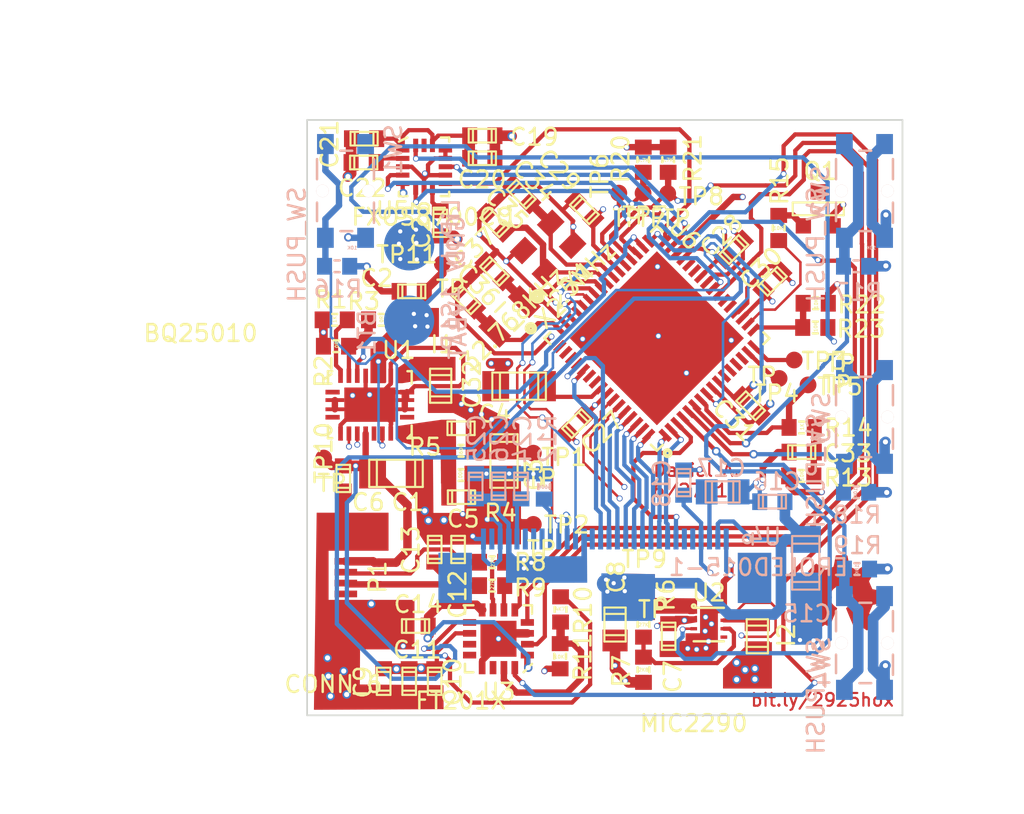
<source format=kicad_pcb>
(kicad_pcb (version 3) (host pcbnew "(2013-07-07 BZR 4022)-stable")
  (layers (15 F.Cu signal) (2 Ground-Plane power) (1 Power mixed) (0 B.Cu signal) (18 B.Paste user) (19 F.Paste user) (20 B.SilkS user) (21 F.SilkS user) (22 B.Mask user) (23 F.Mask user) (28 Edge.Cuts user))
  (net 0 "")
  (net 1 +13V)
  (net 2 +3.3V)
  (net 3 /BAT/2)
  (net 4 /LCD/Sensors/CS)
  (net 5 /LCD/Sensors/D/C)
  (net 6 /LCD/Sensors/D0)
  (net 7 /LCD/Sensors/D1)
  (net 8 /LCD/Sensors/D2)
  (net 9 /LCD/Sensors/D3)
  (net 10 /LCD/Sensors/D4)
  (net 11 /LCD/Sensors/D5)
  (net 12 /LCD/Sensors/D6)
  (net 13 /LCD/Sensors/D7)
  (net 14 /LCD/Sensors/E)
  (net 15 /LCD/Sensors/FX_RST)
  (net 16 /LCD/Sensors/INT1)
  (net 17 /LCD/Sensors/INT2)
  (net 18 /LCD/Sensors/R/W)
  (net 19 /LCD/Sensors/RES)
  (net 20 /LCD/Sensors/SCL)
  (net 21 /LCD/Sensors/SDA)
  (net 22 /MOTOR)
  (net 23 /RTCC)
  (net 24 /SW1)
  (net 25 /SW2)
  (net 26 /SW3)
  (net 27 /SW4)
  (net 28 /USB/Power/Boost-En)
  (net 29 /USB/Power/CBUS2)
  (net 30 /USB/Power/CBUS4)
  (net 31 /USB/Power/D+)
  (net 32 /USB/Power/D-)
  (net 33 /USB/Power/FTDI_RST)
  (net 34 /USB/Power/STAT1)
  (net 35 /USB/Power/STAT2)
  (net 36 "/USB/Power/USB +5V")
  (net 37 /USB/Power/nPG)
  (net 38 GND)
  (net 39 N-0000026)
  (net 40 N-0000027)
  (net 41 N-0000028)
  (net 42 N-0000029)
  (net 43 N-0000030)
  (net 44 N-0000031)
  (net 45 N-0000032)
  (net 46 N-0000037)
  (net 47 N-0000038)
  (net 48 N-0000063)
  (net 49 N-0000064)
  (net 50 N-0000065)
  (net 51 N-0000066)
  (net 52 N-0000067)
  (net 53 N-0000072)
  (net 54 N-0000073)
  (net 55 N-0000074)
  (net 56 N-0000075)
  (net 57 N-0000076)
  (net 58 N-0000078)
  (net 59 N-0000079)
  (net 60 N-0000085)
  (net 61 N-0000086)
  (net 62 N-0000087)
  (net 63 N-0000088)
  (net 64 N-0000089)
  (net 65 N-0000090)
  (net 66 VBAT)
  (module Crystal_9HT10 (layer F.Cu) (at 215.8 139.5 225)
    (fp_text reference X2 (at -1.895965 -1.604072 225) (layer F.SilkS))
    (fp_text value 32.768KHz (at -0.037052 -0.248053 225) (layer F.SilkS))
    (pad 1 connect rect (at -1.25 0 315) (size 1.8 1) (layers F.Cu F.Paste F.Mask) (net 45 N-0000032))
    (pad 2 connect rect (at 1.25 0 315) (size 1.8 1) (layers F.Cu F.Paste F.Mask) (net 44 N-0000031))
  )
  (module ABM8 (layer F.Cu) (at 218.1 135.4 45)
    (fp_text reference X1 (at 0.028638 2.463772 45) (layer F.SilkS))
    (fp_text value 25MHz (at 0.3 2.6 45) (layer F.SilkS))
    (pad 3 connect rect (at -1.15 -0.925 135) (size 1.05 1.3) (layers F.Cu F.Paste F.Mask))
    (pad 1 connect rect (at -1.15 0.925 135) (size 1.05 1.3) (layers F.Cu F.Paste F.Mask) (net 40 N-0000027))
    (pad 2 connect rect (at 1.15 -0.925 135) (size 1.05 1.3) (layers F.Cu F.Paste F.Mask) (net 39 N-0000026))
    (pad 4 connect rect (at 1.15 0.925 135) (size 1.05 1.3) (layers F.Cu F.Paste F.Mask))
  )
  (module 20-VFQFN (layer F.Cu) (at 207.4545 144.7673 180)
    (fp_text reference U1 (at -1.7272 3.2512 180) (layer F.SilkS))
    (fp_text value BQ25010 (at 10.1092 4.2672 180) (layer F.SilkS))
    (pad 2 smd rect (at -1.75 -1.725 270) (size 0.85 0.28) (layers F.Cu F.Paste F.Mask) (net 51 N-0000066))
    (pad 3 smd rect (at -1.25 -1.725 270) (size 0.85 0.28) (layers F.Cu F.Paste F.Mask) (net 38 GND))
    (pad 4 smd rect (at -0.75 -1.725 270) (size 0.85 0.28) (layers F.Cu F.Paste F.Mask) (net 66 VBAT))
    (pad 5 smd rect (at -0.25 -1.725 270) (size 0.85 0.28) (layers F.Cu F.Paste F.Mask))
    (pad 6 smd rect (at 0.25 -1.725 270) (size 0.85 0.28) (layers F.Cu F.Paste F.Mask) (net 36 "/USB/Power/USB +5V"))
    (pad 7 smd rect (at 0.75 -1.725 270) (size 0.85 0.28) (layers F.Cu F.Paste F.Mask) (net 34 /USB/Power/STAT1))
    (pad 8 smd rect (at 1.25 -1.725 270) (size 0.85 0.28) (layers F.Cu F.Paste F.Mask) (net 35 /USB/Power/STAT2))
    (pad 9 smd rect (at 1.75 -1.725 270) (size 0.85 0.28) (layers F.Cu F.Paste F.Mask) (net 38 GND))
    (pad 19 smd rect (at -1.75 1.725 270) (size 0.85 0.28) (layers F.Cu F.Paste F.Mask) (net 50 N-0000065))
    (pad 18 smd rect (at -1.25 1.725 270) (size 0.85 0.28) (layers F.Cu F.Paste F.Mask) (net 38 GND))
    (pad 17 smd rect (at -0.75 1.725 270) (size 0.85 0.28) (layers F.Cu F.Paste F.Mask) (net 66 VBAT))
    (pad 16 smd rect (at -0.25 1.725 270) (size 0.85 0.28) (layers F.Cu F.Paste F.Mask) (net 66 VBAT))
    (pad 15 smd rect (at 0.25 1.725 270) (size 0.85 0.28) (layers F.Cu F.Paste F.Mask) (net 38 GND))
    (pad 14 smd rect (at 0.75 1.725 270) (size 0.85 0.28) (layers F.Cu F.Paste F.Mask) (net 37 /USB/Power/nPG))
    (pad 13 smd rect (at 1.25 1.725 270) (size 0.85 0.28) (layers F.Cu F.Paste F.Mask) (net 53 N-0000072))
    (pad 12 smd rect (at 1.75 1.725 270) (size 0.85 0.28) (layers F.Cu F.Paste F.Mask) (net 54 N-0000073))
    (pad 21 smd rect (at 0 0 270) (size 2.05 3.05) (layers F.Cu F.Mask) (net 38 GND))
    (pad 1 smd rect (at -2.225 -0.75 270) (size 0.28 0.85) (layers F.Cu F.Paste F.Mask))
    (pad 20 smd rect (at -2.225 0.75 270) (size 0.28 0.85) (layers F.Cu F.Paste F.Mask) (net 38 GND))
    (pad 10 smd rect (at 2.225 -0.75 270) (size 0.28 0.85) (layers F.Cu F.Paste F.Mask))
    (pad 11 smd rect (at 2.225 0.75 270) (size 0.28 0.85) (layers F.Cu F.Paste F.Mask))
    (pad 21 smd rect (at -2.0875 -0.275 270) (size 0.23 1.125) (layers F.Cu F.Paste F.Mask) (net 38 GND))
    (pad 21 smd rect (at -2.0875 0.275 270) (size 0.23 1.125) (layers F.Cu F.Paste F.Mask) (net 38 GND))
    (pad 21 smd rect (at 2.0875 -0.275 270) (size 0.23 1.125) (layers F.Cu F.Paste F.Mask) (net 38 GND))
    (pad 21 smd rect (at 2.0875 0.275 270) (size 0.23 1.125) (layers F.Cu F.Paste F.Mask) (net 38 GND))
  )
  (module QFN-16-ExPad (layer F.Cu) (at 215.138 158.75 180)
    (fp_text reference U3 (at -0.0127 -3.175 180) (layer F.SilkS))
    (fp_text value FT201X (at 2.25 -3.7 180) (layer F.SilkS))
    (pad 10 smd rect (at 1.725 0.325 270) (size 0.4 0.7874) (layers F.Cu F.Paste F.Mask) (net 2 +3.3V))
    (pad 11 smd rect (at 1.725 -0.325 270) (size 0.4 0.7874) (layers F.Cu F.Paste F.Mask))
    (pad 9 smd rect (at 1.725 0.975 270) (size 0.4 0.7874) (layers F.Cu F.Paste F.Mask) (net 33 /USB/Power/FTDI_RST))
    (pad 12 smd rect (at 1.725 -0.975 270) (size 0.4 0.7874) (layers F.Cu F.Paste F.Mask))
    (pad 1 smd rect (at -1.725 -0.975 270) (size 0.4 0.7874) (layers F.Cu F.Paste F.Mask) (net 56 N-0000075))
    (pad 2 smd rect (at -1.725 -0.325 270) (size 0.4 0.762) (layers F.Cu F.Paste F.Mask) (net 21 /LCD/Sensors/SDA))
    (pad 3 smd rect (at -1.725 0.325 270) (size 0.4 0.7874) (layers F.Cu F.Paste F.Mask) (net 38 GND))
    (pad 4 smd rect (at -1.725 0.975 270) (size 0.4 0.7874) (layers F.Cu F.Paste F.Mask) (net 30 /USB/Power/CBUS4))
    (pad 16 smd rect (at -0.975 -1.725 180) (size 0.4 0.7874) (layers F.Cu F.Paste F.Mask) (net 20 /LCD/Sensors/SCL))
    (pad 15 smd rect (at -0.325 -1.725 180) (size 0.4 0.7874) (layers F.Cu F.Paste F.Mask) (net 55 N-0000074))
    (pad 14 smd rect (at 0.325 -1.725 180) (size 0.4 0.7874) (layers F.Cu F.Paste F.Mask))
    (pad 13 smd rect (at 0.975 -1.725 180) (size 0.4 0.7874) (layers F.Cu F.Paste F.Mask) (net 38 GND))
    (pad 5 smd rect (at -0.975 1.725 180) (size 0.4 0.7874) (layers F.Cu F.Paste F.Mask) (net 29 /USB/Power/CBUS2))
    (pad 7 smd rect (at 0.325 1.725 180) (size 0.4 0.7874) (layers F.Cu F.Paste F.Mask) (net 59 N-0000079))
    (pad 6 smd rect (at -0.325 1.725 180) (size 0.4 0.7874) (layers F.Cu F.Paste F.Mask) (net 57 N-0000076))
    (pad 8 smd rect (at 0.975 1.725 180) (size 0.4 0.7874) (layers F.Cu F.Paste F.Mask) (net 56 N-0000075))
    (pad 17 smd rect (at 0 0 180) (size 2.15 2.15) (layers F.Cu F.Mask) (net 38 GND))
  )
  (module QFN-64 (layer F.Cu) (at 224.6 140.8 135)
    (fp_text reference U6 (at 3.229781 5.581901 135) (layer F.SilkS))
    (fp_text value PIC32MX370F512H hide)
    (pad 65 smd rect (at 0 0 225) (size 7.35 7.35) (layers F.Cu F.Mask) (net 38 GND))
    (pad 1 smd rect (at -4.45 -3.75 225) (size 0.3 0.85) (layers F.Cu F.Paste F.Mask) (net 11 /LCD/Sensors/D5))
    (pad 2 smd rect (at -4.45 -3.25 225) (size 0.3 0.85) (layers F.Cu F.Paste F.Mask) (net 12 /LCD/Sensors/D6))
    (pad 3 smd rect (at -4.45 -2.75 225) (size 0.3 0.85) (layers F.Cu F.Paste F.Mask) (net 13 /LCD/Sensors/D7))
    (pad 4 smd rect (at -4.45 -2.25 225) (size 0.3 0.85) (layers F.Cu F.Paste F.Mask) (net 27 /SW4))
    (pad 5 smd rect (at -4.45 -1.75 225) (size 0.3 0.85) (layers F.Cu F.Paste F.Mask) (net 26 /SW3))
    (pad 6 smd rect (at -4.45 -1.25 225) (size 0.3 0.85) (layers F.Cu F.Paste F.Mask) (net 25 /SW2))
    (pad 7 smd rect (at -4.45 -0.75 225) (size 0.3 0.85) (layers F.Cu F.Paste F.Mask) (net 48 N-0000063))
    (pad 8 smd rect (at -4.45 -0.25 225) (size 0.3 0.85) (layers F.Cu F.Paste F.Mask) (net 24 /SW1))
    (pad 9 smd rect (at -4.45 0.25 225) (size 0.3 0.85) (layers F.Cu F.Paste F.Mask) (net 38 GND))
    (pad 10 smd rect (at -4.45 0.75 225) (size 0.3 0.85) (layers F.Cu F.Paste F.Mask) (net 2 +3.3V))
    (pad 11 smd rect (at -4.45 1.25 225) (size 0.3 0.85) (layers F.Cu F.Paste F.Mask))
    (pad 12 smd rect (at -4.45 1.75 225) (size 0.3 0.85) (layers F.Cu F.Paste F.Mask))
    (pad 13 smd rect (at -4.45 2.25 225) (size 0.3 0.85) (layers F.Cu F.Paste F.Mask))
    (pad 14 smd rect (at -4.45 2.75 225) (size 0.3 0.85) (layers F.Cu F.Paste F.Mask))
    (pad 15 smd rect (at -4.45 3.25 225) (size 0.3 0.85) (layers F.Cu F.Paste F.Mask) (net 42 N-0000029))
    (pad 16 smd rect (at -4.45 3.75 225) (size 0.3 0.85) (layers F.Cu F.Paste F.Mask) (net 41 N-0000028))
    (pad 17 smd rect (at -3.75 4.45 135) (size 0.3 0.85) (layers F.Cu F.Paste F.Mask) (net 3 /BAT/2))
    (pad 18 smd rect (at -3.25 4.45 135) (size 0.3 0.85) (layers F.Cu F.Paste F.Mask) (net 22 /MOTOR))
    (pad 19 smd rect (at -2.75 4.45 135) (size 0.3 0.85) (layers F.Cu F.Paste F.Mask) (net 2 +3.3V))
    (pad 20 smd rect (at -2.25 4.45 135) (size 0.3 0.85) (layers F.Cu F.Paste F.Mask) (net 38 GND))
    (pad 21 smd rect (at -1.75 4.45 135) (size 0.3 0.85) (layers F.Cu F.Paste F.Mask))
    (pad 22 smd rect (at -1.25 4.45 135) (size 0.3 0.85) (layers F.Cu F.Paste F.Mask))
    (pad 23 smd rect (at -0.75 4.45 135) (size 0.3 0.85) (layers F.Cu F.Paste F.Mask) (net 30 /USB/Power/CBUS4))
    (pad 24 smd rect (at -0.25 4.45 135) (size 0.3 0.85) (layers F.Cu F.Paste F.Mask) (net 29 /USB/Power/CBUS2))
    (pad 25 smd rect (at 0.25 4.45 135) (size 0.3 0.85) (layers F.Cu F.Paste F.Mask) (net 38 GND))
    (pad 26 smd rect (at 0.75 4.45 135) (size 0.3 0.85) (layers F.Cu F.Paste F.Mask) (net 2 +3.3V))
    (pad 27 smd rect (at 1.25 4.45 135) (size 0.3 0.85) (layers F.Cu F.Paste F.Mask))
    (pad 28 smd rect (at 1.75 4.45 135) (size 0.3 0.85) (layers F.Cu F.Paste F.Mask))
    (pad 29 smd rect (at 2.25 4.45 135) (size 0.3 0.85) (layers F.Cu F.Paste F.Mask) (net 33 /USB/Power/FTDI_RST))
    (pad 30 smd rect (at 2.75 4.45 135) (size 0.3 0.85) (layers F.Cu F.Paste F.Mask) (net 5 /LCD/Sensors/D/C))
    (pad 31 smd rect (at 3.25 4.45 135) (size 0.3 0.85) (layers F.Cu F.Paste F.Mask) (net 15 /LCD/Sensors/FX_RST))
    (pad 32 smd rect (at 3.75 4.45 135) (size 0.3 0.85) (layers F.Cu F.Paste F.Mask) (net 17 /LCD/Sensors/INT2))
    (pad 33 smd rect (at 4.45 3.75 225) (size 0.3 0.85) (layers F.Cu F.Paste F.Mask) (net 28 /USB/Power/Boost-En))
    (pad 34 smd rect (at 4.45 3.25 225) (size 0.3 0.85) (layers F.Cu F.Paste F.Mask) (net 37 /USB/Power/nPG))
    (pad 35 smd rect (at 4.45 2.75 225) (size 0.3 0.85) (layers F.Cu F.Paste F.Mask) (net 16 /LCD/Sensors/INT1))
    (pad 36 smd rect (at 4.45 2.25 225) (size 0.3 0.85) (layers F.Cu F.Paste F.Mask) (net 21 /LCD/Sensors/SDA))
    (pad 37 smd rect (at 4.45 1.75 225) (size 0.3 0.85) (layers F.Cu F.Paste F.Mask) (net 20 /LCD/Sensors/SCL))
    (pad 38 smd rect (at 4.45 1.25 225) (size 0.3 0.85) (layers F.Cu F.Paste F.Mask) (net 2 +3.3V))
    (pad 39 smd rect (at 4.45 0.75 225) (size 0.3 0.85) (layers F.Cu F.Paste F.Mask) (net 39 N-0000026))
    (pad 40 smd rect (at 4.45 0.25 225) (size 0.3 0.85) (layers F.Cu F.Paste F.Mask) (net 40 N-0000027))
    (pad 41 smd rect (at 4.45 -0.25 225) (size 0.3 0.85) (layers F.Cu F.Paste F.Mask) (net 38 GND))
    (pad 42 smd rect (at 4.45 -0.75 225) (size 0.3 0.85) (layers F.Cu F.Paste F.Mask) (net 23 /RTCC))
    (pad 43 smd rect (at 4.45 -1.25 225) (size 0.3 0.85) (layers F.Cu F.Paste F.Mask) (net 19 /LCD/Sensors/RES))
    (pad 44 smd rect (at 4.45 -1.75 225) (size 0.3 0.85) (layers F.Cu F.Paste F.Mask) (net 4 /LCD/Sensors/CS))
    (pad 45 smd rect (at 4.45 -2.25 225) (size 0.3 0.85) (layers F.Cu F.Paste F.Mask))
    (pad 46 smd rect (at 4.45 -2.75 225) (size 0.3 0.85) (layers F.Cu F.Paste F.Mask))
    (pad 47 smd rect (at 4.45 -3.25 225) (size 0.3 0.85) (layers F.Cu F.Paste F.Mask) (net 45 N-0000032))
    (pad 48 smd rect (at 4.45 -3.75 225) (size 0.3 0.85) (layers F.Cu F.Paste F.Mask) (net 44 N-0000031))
    (pad 49 smd rect (at 3.75 -4.45 135) (size 0.3 0.85) (layers F.Cu F.Paste F.Mask))
    (pad 50 smd rect (at 3.25 -4.45 135) (size 0.3 0.85) (layers F.Cu F.Paste F.Mask))
    (pad 51 smd rect (at 2.75 -4.45 135) (size 0.3 0.85) (layers F.Cu F.Paste F.Mask))
    (pad 52 smd rect (at 2.25 -4.45 135) (size 0.3 0.85) (layers F.Cu F.Paste F.Mask) (net 14 /LCD/Sensors/E))
    (pad 53 smd rect (at 1.75 -4.45 135) (size 0.3 0.85) (layers F.Cu F.Paste F.Mask) (net 18 /LCD/Sensors/R/W))
    (pad 54 smd rect (at 1.25 -4.45 135) (size 0.3 0.85) (layers F.Cu F.Paste F.Mask))
    (pad 55 smd rect (at 0.75 -4.45 135) (size 0.3 0.85) (layers F.Cu F.Paste F.Mask))
    (pad 56 smd rect (at 0.25 -4.45 135) (size 0.3 0.85) (layers F.Cu F.Paste F.Mask) (net 49 N-0000064))
    (pad 57 smd rect (at -0.25 -4.45 135) (size 0.3 0.85) (layers F.Cu F.Paste F.Mask) (net 2 +3.3V))
    (pad 58 smd rect (at -0.75 -4.45 135) (size 0.3 0.85) (layers F.Cu F.Paste F.Mask) (net 35 /USB/Power/STAT2))
    (pad 59 smd rect (at -1.25 -4.45 135) (size 0.3 0.85) (layers F.Cu F.Paste F.Mask) (net 34 /USB/Power/STAT1))
    (pad 60 smd rect (at -1.75 -4.45 135) (size 0.3 0.85) (layers F.Cu F.Paste F.Mask) (net 6 /LCD/Sensors/D0))
    (pad 61 smd rect (at -2.25 -4.45 135) (size 0.3 0.85) (layers F.Cu F.Paste F.Mask) (net 7 /LCD/Sensors/D1))
    (pad 62 smd rect (at -2.75 -4.45 135) (size 0.3 0.85) (layers F.Cu F.Paste F.Mask) (net 8 /LCD/Sensors/D2))
    (pad 63 smd rect (at -3.25 -4.45 135) (size 0.3 0.85) (layers F.Cu F.Paste F.Mask) (net 9 /LCD/Sensors/D3))
    (pad 64 smd rect (at -3.75 -4.45 135) (size 0.3 0.85) (layers F.Cu F.Paste F.Mask) (net 10 /LCD/Sensors/D4))
  )
  (module USB-Micro-B (layer F.Cu) (at 206.0194 155.4226 270)
    (fp_text reference P1 (at -0.3556 -1.905 270) (layer F.SilkS))
    (fp_text value CONN_6 (at 6.044 0.736 360) (layer F.SilkS))
    (pad 1 smd rect (at -1.3 0 270) (size 0.4 1.35) (layers F.Cu F.Paste F.Mask) (net 36 "/USB/Power/USB +5V"))
    (pad 2 smd rect (at -0.65 0 270) (size 0.4 1.35) (layers F.Cu F.Paste F.Mask) (net 32 /USB/Power/D-))
    (pad 3 smd rect (at 0 0 270) (size 0.4 1.35) (layers F.Cu F.Paste F.Mask) (net 31 /USB/Power/D+))
    (pad 4 smd rect (at 0.65 0 270) (size 0.4 1.35) (layers F.Cu F.Paste F.Mask))
    (pad 5 smd rect (at 1.3 0 270) (size 0.4 1.35) (layers F.Cu F.Paste F.Mask) (net 38 GND))
    (pad 6 smd rect (at 3.1 0.125 270) (size 2.1 1.6) (layers F.Cu F.Paste F.Mask) (net 38 GND))
    (pad 6 smd rect (at -3.1 0.125 270) (size 2.1 1.6) (layers F.Cu F.Paste F.Mask) (net 38 GND))
  )
  (module TP-1mm (layer F.Cu) (at 225.2472 132.1562)
    (fp_text reference TP8 (at 2.0066 0.1778) (layer F.SilkS))
    (fp_text value TP (at 0.5 1.5) (layer F.SilkS))
    (pad 1 smd circle (at 0 0) (size 1 1) (layers F.Cu F.Mask) (net 21 /LCD/Sensors/SDA))
  )
  (module TP-1mm (layer F.Cu) (at 211.7852 136.3472)
    (fp_text reference TP11 (at -2.1209 -0.5461) (layer F.SilkS))
    (fp_text value TP (at 0.5 1.5) (layer F.SilkS))
    (pad 1 smd circle (at 0 0) (size 1 1) (layers F.Cu F.Mask) (net 66 VBAT))
  )
  (module TP-1mm (layer F.Cu) (at 223.8502 155.4988)
    (fp_text reference TP9 (at 0 -1.5) (layer F.SilkS))
    (fp_text value TP (at 0.5 1.5) (layer F.SilkS))
    (pad 1 smd circle (at 0 0) (size 1 1) (layers F.Cu F.Mask) (net 1 +13V))
  )
  (module TP-1mm (layer F.Cu) (at 204.6986 147.955)
    (fp_text reference TP10 (at 0 -0.3048 90) (layer F.SilkS))
    (fp_text value TP (at 0.5 1.5) (layer F.SilkS))
    (pad 1 smd circle (at 0 0) (size 1 1) (layers F.Cu F.Mask) (net 36 "/USB/Power/USB +5V"))
  )
  (module TP-1mm (layer F.Cu) (at 223.774 132.1308)
    (fp_text reference TP7 (at 0.1016 1.3462) (layer F.SilkS))
    (fp_text value TP (at 0.5 1.5) (layer F.SilkS))
    (pad 1 smd circle (at 0 0) (size 1 1) (layers F.Cu F.Mask) (net 20 /LCD/Sensors/SCL))
  )
  (module TP-1mm (layer F.Cu) (at 222.3262 132.1308)
    (fp_text reference TP6 (at -1.143 -1.0414 90) (layer F.SilkS))
    (fp_text value TP (at 0.5 1.5) (layer F.SilkS))
    (pad 1 smd circle (at 0 0) (size 1 1) (layers F.Cu F.Mask) (net 23 /RTCC))
  )
  (module TP-1mm (layer F.Cu) (at 217.2208 151.9174)
    (fp_text reference TP2 (at 1.9939 0.0254) (layer F.SilkS))
    (fp_text value TP (at 0.5 1.5) (layer F.SilkS))
    (pad 1 smd circle (at 0 0) (size 1 1) (layers F.Cu F.Mask) (net 38 GND))
  )
  (module TP-1mm (layer F.Cu) (at 232.8 142.1)
    (fp_text reference TP3 (at 1.7944 0.0638) (layer F.SilkS))
    (fp_text value TP (at 2.7977 0.2035) (layer F.SilkS))
    (pad 1 smd circle (at 0 0) (size 1 1) (layers F.Cu F.Mask) (net 41 N-0000028))
  )
  (module TP-1mm (layer F.Cu) (at 231.9 143.2)
    (fp_text reference TP4 (at -0.16564 0.91452) (layer F.SilkS))
    (fp_text value TP (at -1.014 -0.1472) (layer F.SilkS))
    (pad 1 smd circle (at 0 0) (size 1 1) (layers F.Cu F.Mask) (net 42 N-0000029))
  )
  (module TP-1mm (layer F.Cu) (at 233.6292 143.5862)
    (fp_text reference TP5 (at 1.905 0.1016) (layer F.SilkS))
    (fp_text value TP (at 1.7399 -0.0254) (layer F.SilkS))
    (pad 1 smd circle (at 0 0) (size 1 1) (layers F.Cu F.Mask) (net 48 N-0000063))
  )
  (module TP-1mm (layer F.Cu) (at 217.2208 147.6629)
    (fp_text reference TP1 (at 1.8288 0.2413) (layer F.SilkS))
    (fp_text value TP (at 0.5 1.5) (layer F.SilkS))
    (pad 1 smd circle (at 0 0) (size 1 1) (layers F.Cu F.Mask) (net 2 +3.3V))
  )
  (module SOT23EBC (layer F.Cu) (at 234.2388 133.0706 180)
    (fp_text reference Q1 (at -0.1143 2.2479 180) (layer F.SilkS))
    (fp_text value MMBT2222A hide)
    (pad 1 smd rect (at -0.889 -1.016 180) (size 0.9144 0.9144) (layers F.Cu F.Paste F.Mask) (net 38 GND))
    (pad 2 smd rect (at 0.889 -1.016 180) (size 0.9144 0.9144) (layers F.Cu F.Paste F.Mask) (net 46 N-0000037))
    (pad 3 smd rect (at 0 1.016 180) (size 0.9144 0.9144) (layers F.Cu F.Paste F.Mask) (net 47 N-0000038))
  )
  (module r_0805 (layer F.Cu) (at 230.6 158.6 270)
    (fp_text reference I2 (at -0.0659 -1.7338 270) (layer F.SilkS))
    (fp_text value 10uH hide)
    (pad 1 smd rect (at 0.9525 0 270) (size 1.30048 1.4986) (layers F.Cu F.Paste F.Mask) (net 2 +3.3V))
    (pad 2 smd rect (at -0.9525 0 270) (size 1.30048 1.4986) (layers F.Cu F.Paste F.Mask) (net 52 N-0000067))
  )
  (module r_0805 (layer F.Cu) (at 211.6836 143.637 90)
    (fp_text reference I1 (at 2.4638 0.1016 180) (layer F.SilkS))
    (fp_text value 10uH hide)
    (pad 1 smd rect (at 0.9525 0 90) (size 1.30048 1.4986) (layers F.Cu F.Paste F.Mask) (net 50 N-0000065))
    (pad 2 smd rect (at -0.9525 0 90) (size 1.30048 1.4986) (layers F.Cu F.Paste F.Mask) (net 2 +3.3V))
  )
  (module r_0603 (layer F.Cu) (at 214.757 155.575 180)
    (fp_text reference R9 (at -2.286 -0.127 180) (layer F.SilkS))
    (fp_text value 27R (at -0.0127 0.0508 270) (layer F.SilkS) (effects (font (size 0.20066 0.20066) (thickness 0.04064))))
    (pad 1 smd rect (at 0.75184 0 180) (size 0.89916 1.00076) (layers F.Cu F.Paste F.Mask) (net 31 /USB/Power/D+))
    (pad 2 smd rect (at -0.75184 0 180) (size 0.89916 1.00076) (layers F.Cu F.Paste F.Mask) (net 57 N-0000076))
  )
  (module r_0603 (layer F.Cu) (at 214.757 154.178 180)
    (fp_text reference R8 (at -2.286 0 180) (layer F.SilkS))
    (fp_text value 27R (at -0.0508 -0.0127 270) (layer F.SilkS) (effects (font (size 0.20066 0.20066) (thickness 0.04064))))
    (pad 1 smd rect (at 0.75184 0 180) (size 0.89916 1.00076) (layers F.Cu F.Paste F.Mask) (net 32 /USB/Power/D-))
    (pad 2 smd rect (at -0.75184 0 180) (size 0.89916 1.00076) (layers F.Cu F.Paste F.Mask) (net 59 N-0000079))
  )
  (module r_0603 (layer F.Cu) (at 223.8 160.6 90)
    (fp_text reference R7 (at -0.0804 -1.3214 90) (layer F.SilkS))
    (fp_text value 2K8 (at -0.0042 -0.0006 180) (layer F.SilkS) (effects (font (size 0.20066 0.20066) (thickness 0.04064))))
    (pad 1 smd rect (at 0.75184 0 90) (size 0.89916 1.00076) (layers F.Cu F.Paste F.Mask) (net 58 N-0000078))
    (pad 2 smd rect (at -0.75184 0 90) (size 0.89916 1.00076) (layers F.Cu F.Paste F.Mask) (net 38 GND))
  )
  (module r_0603 (layer F.Cu) (at 223.8 157.9 90)
    (fp_text reference R6 (at 1.7662 1.3456 90) (layer F.SilkS))
    (fp_text value 27K (at -0.0118 -0.0006 180) (layer F.SilkS) (effects (font (size 0.20066 0.20066) (thickness 0.04064))))
    (pad 1 smd rect (at 0.75184 0 90) (size 0.89916 1.00076) (layers F.Cu F.Paste F.Mask) (net 1 +13V))
    (pad 2 smd rect (at -0.75184 0 90) (size 0.89916 1.00076) (layers F.Cu F.Paste F.Mask) (net 58 N-0000078))
  )
  (module r_0603 (layer F.Cu) (at 212.9028 148.971)
    (fp_text reference R5 (at -2.159 -1.6764) (layer F.SilkS))
    (fp_text value 100K (at -0.0381 0 90) (layer F.SilkS) (effects (font (size 0.20066 0.20066) (thickness 0.04064))))
    (pad 1 smd rect (at 0.75184 0) (size 0.89916 1.00076) (layers F.Cu F.Paste F.Mask) (net 38 GND))
    (pad 2 smd rect (at -0.75184 0) (size 0.89916 1.00076) (layers F.Cu F.Paste F.Mask) (net 51 N-0000066))
  )
  (module r_0603 (layer F.Cu) (at 212.9028 147.5232 180)
    (fp_text reference R4 (at -2.3622 -3.7084 180) (layer F.SilkS))
    (fp_text value 560K (at 0 0 270) (layer F.SilkS) (effects (font (size 0.20066 0.20066) (thickness 0.04064))))
    (pad 1 smd rect (at 0.75184 0 180) (size 0.89916 1.00076) (layers F.Cu F.Paste F.Mask) (net 51 N-0000066))
    (pad 2 smd rect (at -0.75184 0 180) (size 0.89916 1.00076) (layers F.Cu F.Paste F.Mask) (net 2 +3.3V))
  )
  (module r_0603 (layer F.Cu) (at 218.821 159.7914 270)
    (fp_text reference R11 (at 0.05 -1.35 270) (layer F.SilkS))
    (fp_text value 10K (at 0.0381 0.0508 360) (layer F.SilkS) (effects (font (size 0.20066 0.20066) (thickness 0.04064))))
    (pad 1 smd rect (at 0.75184 0 270) (size 0.89916 1.00076) (layers F.Cu F.Paste F.Mask) (net 38 GND))
    (pad 2 smd rect (at -0.75184 0 270) (size 0.89916 1.00076) (layers F.Cu F.Paste F.Mask) (net 55 N-0000074))
  )
  (module r_0603 (layer F.Cu) (at 205.4352 141.2748)
    (fp_text reference R2 (at -0.7366 1.4986 90) (layer F.SilkS))
    (fp_text value 0R (at 0.0508 -0.0889 90) (layer F.SilkS) (effects (font (size 0.20066 0.20066) (thickness 0.04064))))
    (pad 1 smd rect (at 0.75184 0) (size 0.89916 1.00076) (layers F.Cu F.Paste F.Mask) (net 53 N-0000072))
    (pad 2 smd rect (at -0.75184 0) (size 0.89916 1.00076) (layers F.Cu F.Paste F.Mask) (net 38 GND))
  )
  (module r_0603 (layer F.Cu) (at 205.359 139.7)
    (fp_text reference R1 (at -0.2159 -1.2065) (layer F.SilkS))
    (fp_text value 1K (at 0 -0.0254 90) (layer F.SilkS) (effects (font (size 0.20066 0.20066) (thickness 0.04064))))
    (pad 1 smd rect (at 0.75184 0) (size 0.89916 1.00076) (layers F.Cu F.Paste F.Mask) (net 54 N-0000073))
    (pad 2 smd rect (at -0.75184 0) (size 0.89916 1.00076) (layers F.Cu F.Paste F.Mask) (net 38 GND))
  )
  (module r_0603 (layer F.Cu) (at 218.8464 156.9974 270)
    (fp_text reference R10 (at 0.05 -1.35 270) (layer F.SilkS))
    (fp_text value 4K7 (at -0.0254 0.0381 360) (layer F.SilkS) (effects (font (size 0.20066 0.20066) (thickness 0.04064))))
    (pad 1 smd rect (at 0.75184 0 270) (size 0.89916 1.00076) (layers F.Cu F.Paste F.Mask) (net 55 N-0000074))
    (pad 2 smd rect (at -0.75184 0 270) (size 0.89916 1.00076) (layers F.Cu F.Paste F.Mask) (net 36 "/USB/Power/USB +5V"))
  )
  (module r_0603 (layer B.Cu) (at 217.8685 149.65426 90)
    (fp_text reference R12 (at 2.8448 0.2032 90) (layer B.SilkS) (effects (justify mirror)))
    (fp_text value 560K (at -0.0242 0.0156 180) (layer B.SilkS) (effects (font (size 0.20066 0.20066) (thickness 0.04064)) (justify mirror)))
    (pad 1 smd rect (at 0.75184 0 90) (size 0.89916 1.00076) (layers B.Cu B.Paste B.Mask) (net 38 GND))
    (pad 2 smd rect (at -0.75184 0 90) (size 0.89916 1.00076) (layers B.Cu B.Paste B.Mask) (net 63 N-0000088))
  )
  (module r_0603 (layer F.Cu) (at 231.8766 134.2136 90)
    (fp_text reference R15 (at 2.8194 0.0508 90) (layer F.SilkS))
    (fp_text value 10K (at -0.0127 -0.0254 180) (layer F.SilkS) (effects (font (size 0.20066 0.20066) (thickness 0.04064))))
    (pad 1 smd rect (at 0.75184 0 90) (size 0.89916 1.00076) (layers F.Cu F.Paste F.Mask) (net 46 N-0000037))
    (pad 2 smd rect (at -0.75184 0 90) (size 0.89916 1.00076) (layers F.Cu F.Paste F.Mask) (net 22 /MOTOR))
  )
  (module r_0603 (layer F.Cu) (at 208.1276 139.7)
    (fp_text reference R3 (at -1.0414 -1.1049) (layer F.SilkS))
    (fp_text value 0R (at 0.0254 -0.0381 90) (layer F.SilkS) (effects (font (size 0.20066 0.20066) (thickness 0.04064))))
    (pad 1 smd rect (at 0.75184 0) (size 0.89916 1.00076) (layers F.Cu F.Paste F.Mask) (net 66 VBAT))
    (pad 2 smd rect (at -0.75184 0) (size 0.89916 1.00076) (layers F.Cu F.Paste F.Mask) (net 53 N-0000072))
  )
  (module r_0603 (layer B.Cu) (at 236.5502 154.5844)
    (fp_text reference R19 (at 0.03048 -1.4097) (layer B.SilkS) (effects (justify mirror)))
    (fp_text value 10K (at 0 0.0254 90) (layer B.SilkS) (effects (font (size 0.20066 0.20066) (thickness 0.04064)) (justify mirror)))
    (pad 1 smd rect (at 0.75184 0) (size 0.89916 1.00076) (layers B.Cu B.Paste B.Mask) (net 38 GND))
    (pad 2 smd rect (at -0.75184 0) (size 0.89916 1.00076) (layers B.Cu B.Paste B.Mask) (net 27 /SW4))
  )
  (module r_0603 (layer B.Cu) (at 236.5 150)
    (fp_text reference R18 (at 0.05 1.35) (layer B.SilkS) (effects (justify mirror)))
    (fp_text value 10K (at -0.0387 0.0251 90) (layer B.SilkS) (effects (font (size 0.20066 0.20066) (thickness 0.04064)) (justify mirror)))
    (pad 1 smd rect (at 0.75184 0) (size 0.89916 1.00076) (layers B.Cu B.Paste B.Mask) (net 38 GND))
    (pad 2 smd rect (at -0.75184 0) (size 0.89916 1.00076) (layers B.Cu B.Paste B.Mask) (net 26 /SW3))
  )
  (module r_0603 (layer B.Cu) (at 236.5 136.5)
    (fp_text reference R17 (at 0.101 1.549) (layer B.SilkS) (effects (justify mirror)))
    (fp_text value 10K (at 0.9 -1.1) (layer B.SilkS) (effects (font (size 0.20066 0.20066) (thickness 0.04064)) (justify mirror)))
    (pad 1 smd rect (at 0.75184 0) (size 0.89916 1.00076) (layers B.Cu B.Paste B.Mask) (net 38 GND))
    (pad 2 smd rect (at -0.75184 0) (size 0.89916 1.00076) (layers B.Cu B.Paste B.Mask) (net 25 /SW2))
  )
  (module r_0603 (layer F.Cu) (at 233.2482 146.1262)
    (fp_text reference R14 (at 2.794 0.0254) (layer F.SilkS))
    (fp_text value 1K (at 0.0254 -0.0381 90) (layer F.SilkS) (effects (font (size 0.20066 0.20066) (thickness 0.04064))))
    (pad 1 smd rect (at 0.75184 0) (size 0.89916 1.00076) (layers F.Cu F.Paste F.Mask) (net 43 N-0000030))
    (pad 2 smd rect (at -0.75184 0) (size 0.89916 1.00076) (layers F.Cu F.Paste F.Mask) (net 48 N-0000063))
  )
  (module r_0603 (layer F.Cu) (at 233.2228 149.0218)
    (fp_text reference R13 (at 2.794 0.1143) (layer F.SilkS))
    (fp_text value 10K (at 0.0381 -0.0127 90) (layer F.SilkS) (effects (font (size 0.20066 0.20066) (thickness 0.04064))))
    (pad 1 smd rect (at 0.75184 0) (size 0.89916 1.00076) (layers F.Cu F.Paste F.Mask) (net 43 N-0000030))
    (pad 2 smd rect (at -0.75184 0) (size 0.89916 1.00076) (layers F.Cu F.Paste F.Mask) (net 2 +3.3V))
  )
  (module r_0603 (layer B.Cu) (at 205.5 136.5)
    (fp_text reference R16 (at 0.05 1.35) (layer B.SilkS) (effects (justify mirror)))
    (fp_text value 10K (at 0.9 -1.1) (layer B.SilkS) (effects (font (size 0.20066 0.20066) (thickness 0.04064)) (justify mirror)))
    (pad 1 smd rect (at 0.75184 0) (size 0.89916 1.00076) (layers B.Cu B.Paste B.Mask) (net 38 GND))
    (pad 2 smd rect (at -0.75184 0) (size 0.89916 1.00076) (layers B.Cu B.Paste B.Mask) (net 24 /SW1))
  )
  (module QFN-16 (layer F.Cu) (at 210.693 130.556)
    (fp_text reference U5 (at -1.8796 2.6162) (layer F.SilkS))
    (fp_text value FXOS8700CQ (at 0.5 3) (layer F.SilkS))
    (pad 5 smd rect (at -1.275 1) (size 0.8 0.3) (layers F.Cu F.Paste F.Mask) (net 38 GND))
    (pad 4 smd rect (at -1.275 0.5) (size 0.8 0.3) (layers F.Cu F.Paste F.Mask) (net 20 /LCD/Sensors/SCL))
    (pad 3 smd rect (at -1.275 0) (size 0.8 0.3) (layers F.Cu F.Paste F.Mask) (net 38 GND))
    (pad 2 smd rect (at -1.275 -0.5) (size 0.8 0.3) (layers F.Cu F.Paste F.Mask) (net 61 N-0000086))
    (pad 1 smd rect (at -1.275 -1) (size 0.8 0.3) (layers F.Cu F.Paste F.Mask) (net 60 N-0000085))
    (pad 16 smd rect (at -0.5 -1.275 90) (size 0.8 0.3) (layers F.Cu F.Paste F.Mask) (net 15 /LCD/Sensors/FX_RST))
    (pad 15 smd rect (at 0 -1.275 90) (size 0.8 0.3) (layers F.Cu F.Paste F.Mask))
    (pad 14 smd rect (at 0.5 -1.275 90) (size 0.8 0.3) (layers F.Cu F.Paste F.Mask) (net 60 N-0000085))
    (pad 13 smd rect (at 1.275 -1) (size 0.8 0.3) (layers F.Cu F.Paste F.Mask) (net 38 GND))
    (pad 12 smd rect (at 1.275 -0.5) (size 0.8 0.3) (layers F.Cu F.Paste F.Mask) (net 38 GND))
    (pad 11 smd rect (at 1.275 0) (size 0.8 0.3) (layers F.Cu F.Paste F.Mask) (net 16 /LCD/Sensors/INT1))
    (pad 10 smd rect (at 1.275 0.5) (size 0.8 0.3) (layers F.Cu F.Paste F.Mask) (net 38 GND))
    (pad 9 smd rect (at 1.275 1) (size 0.8 0.3) (layers F.Cu F.Paste F.Mask) (net 17 /LCD/Sensors/INT2))
    (pad 8 smd rect (at 0.5 1.275 90) (size 0.8 0.3) (layers F.Cu F.Paste F.Mask) (net 62 N-0000087))
    (pad 6 smd rect (at -0.5 1.275 90) (size 0.8 0.3) (layers F.Cu F.Paste F.Mask) (net 21 /LCD/Sensors/SDA))
    (pad 7 smd rect (at 0 1.275 90) (size 0.8 0.3) (layers F.Cu F.Paste F.Mask) (net 38 GND))
  )
  (module CON_SM_3mm_2pin (layer B.Cu) (at 209.8 137.5 90)
    (fp_text reference BT1 (at -2.962 -2.52076 90) (layer B.SilkS) (effects (justify mirror)))
    (fp_text value "LiPoly 1S1P" (at 0.5 2.5 90) (layer B.SilkS) (effects (justify mirror)))
    (pad 1 connect oval (at -2.25 0) (size 3 3) (layers B.Cu B.Mask) (net 66 VBAT))
    (pad 2 connect oval (at 2.25 0) (size 3 3) (layers B.Cu B.Mask) (net 38 GND))
  )
  (module c_1206 (layer F.Cu) (at 216.3699 143.6624)
    (fp_text reference C32 (at -2.8067 -0.1016 90) (layer F.SilkS))
    (fp_text value 10u hide)
    (pad 1 smd rect (at 1.397 0) (size 1.6002 1.8034) (layers F.Cu F.Paste F.Mask) (net 49 N-0000064))
    (pad 2 smd rect (at -1.397 0) (size 1.6002 1.8034) (layers F.Cu F.Paste F.Mask) (net 38 GND))
  )
  (module c_1206 (layer B.Cu) (at 233.49204 154.21356 90)
    (fp_text reference C15 (at -3.03276 0.06604 180) (layer B.SilkS) (effects (justify mirror)))
    (fp_text value 10u hide)
    (pad 1 smd rect (at 1.397 0 90) (size 1.6002 1.8034) (layers B.Cu B.Paste B.Mask) (net 1 +13V))
    (pad 2 smd rect (at -1.397 0 90) (size 1.6002 1.8034) (layers B.Cu B.Paste B.Mask) (net 38 GND))
  )
  (module c_1206 (layer F.Cu) (at 215.4682 148.1328 90)
    (fp_text reference C3 (at -0.8128 1.7907 90) (layer F.SilkS))
    (fp_text value 10u hide)
    (pad 1 smd rect (at 1.397 0 90) (size 1.6002 1.8034) (layers F.Cu F.Paste F.Mask) (net 2 +3.3V))
    (pad 2 smd rect (at -1.397 0 90) (size 1.6002 1.8034) (layers F.Cu F.Paste F.Mask) (net 38 GND))
  )
  (module c_1206 (layer F.Cu) (at 209.0166 148.8694 180)
    (fp_text reference C1 (at -0.7112 -1.7272 180) (layer F.SilkS))
    (fp_text value 10u hide)
    (pad 1 smd rect (at 1.397 0 180) (size 1.6002 1.8034) (layers F.Cu F.Paste F.Mask) (net 36 "/USB/Power/USB +5V"))
    (pad 2 smd rect (at -1.397 0 180) (size 1.6002 1.8034) (layers F.Cu F.Paste F.Mask) (net 38 GND))
  )
  (module c_0805 (layer B.Cu) (at 228.52634 149.9743 180)
    (fp_text reference C17 (at 0.07366 1.41732 180) (layer B.SilkS) (effects (justify mirror)))
    (fp_text value 4.7u hide)
    (pad 1 smd rect (at 0.9525 0 180) (size 1.30048 1.4986) (layers B.Cu B.Paste B.Mask) (net 65 N-0000090))
    (pad 2 smd rect (at -0.9525 0 180) (size 1.30048 1.4986) (layers B.Cu B.Paste B.Mask) (net 38 GND))
  )
  (module c_0805 (layer F.Cu) (at 222.1 157.9 90)
    (fp_text reference C8 (at 2.833 0.0738 90) (layer F.SilkS))
    (fp_text value 10u hide)
    (pad 1 smd rect (at 0.9525 0 90) (size 1.30048 1.4986) (layers F.Cu F.Paste F.Mask) (net 1 +13V))
    (pad 2 smd rect (at -0.9525 0 90) (size 1.30048 1.4986) (layers F.Cu F.Paste F.Mask) (net 38 GND))
  )
  (module c_0603 (layer F.Cu) (at 207.1116 128.8796)
    (fp_text reference C21 (at -2.0574 0.3302 90) (layer F.SilkS))
    (fp_text value 100n hide)
    (pad 1 smd rect (at 0.75184 0) (size 0.89916 1.00076) (layers F.Cu F.Paste F.Mask) (net 60 N-0000085))
    (pad 2 smd rect (at -0.75184 0) (size 0.89916 1.00076) (layers F.Cu F.Paste F.Mask) (net 38 GND))
  )
  (module c_0603 (layer F.Cu) (at 219.8 145.9 45)
    (fp_text reference C27 (at 0.687011 1.470287 45) (layer F.SilkS))
    (fp_text value 100n hide)
    (pad 1 smd rect (at 0.75184 0 45) (size 0.89916 1.00076) (layers F.Cu F.Paste F.Mask) (net 2 +3.3V))
    (pad 2 smd rect (at -0.75184 0 45) (size 0.89916 1.00076) (layers F.Cu F.Paste F.Mask) (net 38 GND))
  )
  (module c_0603 (layer F.Cu) (at 229.2 135.5 225)
    (fp_text reference C28 (at -0.072266 1.1004 225) (layer F.SilkS))
    (fp_text value 100n hide)
    (pad 1 smd rect (at 0.75184 0 225) (size 0.89916 1.00076) (layers F.Cu F.Paste F.Mask) (net 2 +3.3V))
    (pad 2 smd rect (at -0.75184 0 225) (size 0.89916 1.00076) (layers F.Cu F.Paste F.Mask) (net 38 GND))
  )
  (module c_0603 (layer F.Cu) (at 220.2688 133.1214 315)
    (fp_text reference C29 (at -2.738978 -0.583717 315) (layer F.SilkS))
    (fp_text value 100n hide)
    (pad 1 smd rect (at 0.75184 0 315) (size 0.89916 1.00076) (layers F.Cu F.Paste F.Mask) (net 2 +3.3V))
    (pad 2 smd rect (at -0.75184 0 315) (size 0.89916 1.00076) (layers F.Cu F.Paste F.Mask) (net 38 GND))
  )
  (module c_0603 (layer F.Cu) (at 231.5 137.4 225)
    (fp_text reference C30 (at -0.067812 1.007981 225) (layer F.SilkS))
    (fp_text value 100n hide)
    (pad 1 smd rect (at 0.75184 0 225) (size 0.89916 1.00076) (layers F.Cu F.Paste F.Mask) (net 2 +3.3V))
    (pad 2 smd rect (at -0.75184 0 225) (size 0.89916 1.00076) (layers F.Cu F.Paste F.Mask) (net 38 GND))
  )
  (module c_0603 (layer F.Cu) (at 214.1728 130.048 180)
    (fp_text reference C20 (at 0.0127 -1.27 180) (layer F.SilkS))
    (fp_text value 100n hide)
    (pad 1 smd rect (at 0.75184 0 180) (size 0.89916 1.00076) (layers F.Cu F.Paste F.Mask) (net 60 N-0000085))
    (pad 2 smd rect (at -0.75184 0 180) (size 0.89916 1.00076) (layers F.Cu F.Paste F.Mask) (net 38 GND))
  )
  (module c_0603 (layer F.Cu) (at 211.6582 133.9342 90)
    (fp_text reference C23 (at -0.0762 -1.1176 90) (layer F.SilkS))
    (fp_text value 100n hide)
    (pad 1 smd rect (at 0.75184 0 90) (size 0.89916 1.00076) (layers F.Cu F.Paste F.Mask) (net 62 N-0000087))
    (pad 2 smd rect (at -0.75184 0 90) (size 0.89916 1.00076) (layers F.Cu F.Paste F.Mask) (net 38 GND))
  )
  (module c_0603 (layer F.Cu) (at 214.1728 128.7018 180)
    (fp_text reference C19 (at -3.0988 -0.0762 180) (layer F.SilkS))
    (fp_text value 4.7u hide)
    (pad 1 smd rect (at 0.75184 0 180) (size 0.89916 1.00076) (layers F.Cu F.Paste F.Mask) (net 60 N-0000085))
    (pad 2 smd rect (at -0.75184 0 180) (size 0.89916 1.00076) (layers F.Cu F.Paste F.Mask) (net 38 GND))
  )
  (module c_0603 (layer F.Cu) (at 207.0862 130.302)
    (fp_text reference C22 (at -0.0889 1.524) (layer F.SilkS))
    (fp_text value 100n hide)
    (pad 1 smd rect (at 0.75184 0) (size 0.89916 1.00076) (layers F.Cu F.Paste F.Mask) (net 61 N-0000086))
    (pad 2 smd rect (at -0.75184 0) (size 0.89916 1.00076) (layers F.Cu F.Paste F.Mask) (net 38 GND))
  )
  (module c_0603 (layer F.Cu) (at 214.9 136.8 315)
    (fp_text reference C37 (at -1.786293 -0.111299 405) (layer F.SilkS))
    (fp_text value 9p1 hide)
    (pad 1 smd rect (at 0.75184 0 315) (size 0.89916 1.00076) (layers F.Cu F.Paste F.Mask) (net 45 N-0000032))
    (pad 2 smd rect (at -0.75184 0 315) (size 0.89916 1.00076) (layers F.Cu F.Paste F.Mask) (net 38 GND))
  )
  (module c_0603 (layer F.Cu) (at 230.2002 144.8308 135)
    (fp_text reference C31 (at 0.098783 -1.302137 135) (layer F.SilkS))
    (fp_text value 100n hide)
    (pad 1 smd rect (at 0.75184 0 135) (size 0.89916 1.00076) (layers F.Cu F.Paste F.Mask) (net 2 +3.3V))
    (pad 2 smd rect (at -0.75184 0 135) (size 0.89916 1.00076) (layers F.Cu F.Paste F.Mask) (net 38 GND))
  )
  (module c_0603 (layer B.Cu) (at 231.4956 150.56104)
    (fp_text reference C16 (at 0.24892 -1.20904) (layer B.SilkS) (effects (justify mirror)))
    (fp_text value 100n hide)
    (pad 1 smd rect (at 0.75184 0) (size 0.89916 1.00076) (layers B.Cu B.Paste B.Mask) (net 1 +13V))
    (pad 2 smd rect (at -0.75184 0) (size 0.89916 1.00076) (layers B.Cu B.Paste B.Mask) (net 38 GND))
  )
  (module c_0603 (layer B.Cu) (at 226.19716 149.42312 270)
    (fp_text reference C18 (at 0.0524 1.3068 270) (layer B.SilkS) (effects (justify mirror)))
    (fp_text value 1u hide)
    (pad 1 smd rect (at 0.75184 0 270) (size 0.89916 1.00076) (layers B.Cu B.Paste B.Mask) (net 2 +3.3V))
    (pad 2 smd rect (at -0.75184 0 270) (size 0.89916 1.00076) (layers B.Cu B.Paste B.Mask) (net 38 GND))
  )
  (module c_0603 (layer B.Cu) (at 213.77656 149.64156 270)
    (fp_text reference C25 (at -2.84988 -0.0635 270) (layer B.SilkS) (effects (justify mirror)))
    (fp_text value 4.7u hide)
    (pad 1 smd rect (at 0.75184 0 270) (size 0.89916 1.00076) (layers B.Cu B.Paste B.Mask) (net 2 +3.3V))
    (pad 2 smd rect (at -0.75184 0 270) (size 0.89916 1.00076) (layers B.Cu B.Paste B.Mask) (net 38 GND))
  )
  (module c_0603 (layer B.Cu) (at 215.138 149.63648 270)
    (fp_text reference C26 (at -2.86258 -0.05334 270) (layer B.SilkS) (effects (justify mirror)))
    (fp_text value 100n hide)
    (pad 1 smd rect (at 0.75184 0 270) (size 0.89916 1.00076) (layers B.Cu B.Paste B.Mask) (net 2 +3.3V))
    (pad 2 smd rect (at -0.75184 0 270) (size 0.89916 1.00076) (layers B.Cu B.Paste B.Mask) (net 38 GND))
  )
  (module c_0603 (layer B.Cu) (at 216.4842 149.64156 270)
    (fp_text reference C24 (at -2.81432 -0.09398 270) (layer B.SilkS) (effects (justify mirror)))
    (fp_text value 1u hide)
    (pad 1 smd rect (at 0.75184 0 270) (size 0.89916 1.00076) (layers B.Cu B.Paste B.Mask) (net 64 N-0000089))
    (pad 2 smd rect (at -0.75184 0 270) (size 0.89916 1.00076) (layers B.Cu B.Paste B.Mask) (net 38 GND))
  )
  (module c_0603 (layer F.Cu) (at 208.28 161.29 90)
    (fp_text reference C9 (at -0.0508 -1.2446 90) (layer F.SilkS))
    (fp_text value 4.7u hide)
    (pad 1 smd rect (at 0.75184 0 90) (size 0.89916 1.00076) (layers F.Cu F.Paste F.Mask) (net 2 +3.3V))
    (pad 2 smd rect (at -0.75184 0 90) (size 0.89916 1.00076) (layers F.Cu F.Paste F.Mask) (net 38 GND))
  )
  (module c_0603 (layer F.Cu) (at 213.2 138.5 315)
    (fp_text reference C36 (at -0.089025 -1.141482 315) (layer F.SilkS))
    (fp_text value 9p1 hide)
    (pad 1 smd rect (at 0.75184 0 315) (size 0.89916 1.00076) (layers F.Cu F.Paste F.Mask) (net 44 N-0000031))
    (pad 2 smd rect (at -0.75184 0 315) (size 0.89916 1.00076) (layers F.Cu F.Paste F.Mask) (net 38 GND))
  )
  (module c_0603 (layer F.Cu) (at 205.867 149.1742 90)
    (fp_text reference C6 (at -1.4224 1.4986 180) (layer F.SilkS))
    (fp_text value 100n hide)
    (pad 1 smd rect (at 0.75184 0 90) (size 0.89916 1.00076) (layers F.Cu F.Paste F.Mask) (net 36 "/USB/Power/USB +5V"))
    (pad 2 smd rect (at -0.75184 0 90) (size 0.89916 1.00076) (layers F.Cu F.Paste F.Mask) (net 38 GND))
  )
  (module c_0603 (layer F.Cu) (at 212.9028 146.177)
    (fp_text reference C4 (at 2.0066 -0.8636) (layer F.SilkS))
    (fp_text value 27p hide)
    (pad 1 smd rect (at 0.75184 0) (size 0.89916 1.00076) (layers F.Cu F.Paste F.Mask) (net 2 +3.3V))
    (pad 2 smd rect (at -0.75184 0) (size 0.89916 1.00076) (layers F.Cu F.Paste F.Mask) (net 51 N-0000066))
  )
  (module c_0603 (layer F.Cu) (at 212.9282 150.2918 180)
    (fp_text reference C5 (at -0.1016 -1.2954 180) (layer F.SilkS))
    (fp_text value 180p hide)
    (pad 1 smd rect (at 0.75184 0 180) (size 0.89916 1.00076) (layers F.Cu F.Paste F.Mask) (net 51 N-0000066))
    (pad 2 smd rect (at -0.75184 0 180) (size 0.89916 1.00076) (layers F.Cu F.Paste F.Mask) (net 38 GND))
  )
  (module c_0603 (layer F.Cu) (at 225.3 158.6 90)
    (fp_text reference C7 (at -2.4106 0.252 90) (layer F.SilkS))
    (fp_text value 1u hide)
    (pad 1 smd rect (at 0.75184 0 90) (size 0.89916 1.00076) (layers F.Cu F.Paste F.Mask) (net 2 +3.3V))
    (pad 2 smd rect (at -0.75184 0 90) (size 0.89916 1.00076) (layers F.Cu F.Paste F.Mask) (net 38 GND))
  )
  (module c_0603 (layer F.Cu) (at 214.9 133.9 315)
    (fp_text reference C35 (at -0.094894 -1.113976 315) (layer F.SilkS))
    (fp_text value 15p hide)
    (pad 1 smd rect (at 0.75184 0 315) (size 0.89916 1.00076) (layers F.Cu F.Paste F.Mask) (net 40 N-0000027))
    (pad 2 smd rect (at -0.75184 0 315) (size 0.89916 1.00076) (layers F.Cu F.Paste F.Mask) (net 38 GND))
  )
  (module c_0603 (layer F.Cu) (at 216.5 132.2 315)
    (fp_text reference C34 (at -0.024183 -1.11539 315) (layer F.SilkS))
    (fp_text value 15p hide)
    (pad 1 smd rect (at 0.75184 0 315) (size 0.89916 1.00076) (layers F.Cu F.Paste F.Mask) (net 39 N-0000026))
    (pad 2 smd rect (at -0.75184 0 315) (size 0.89916 1.00076) (layers F.Cu F.Paste F.Mask) (net 38 GND))
  )
  (module c_0603 (layer F.Cu) (at 209.9564 137.9982)
    (fp_text reference C2 (at -2.0955 -0.7874) (layer F.SilkS))
    (fp_text value 4.7u hide)
    (pad 1 smd rect (at 0.75184 0) (size 0.89916 1.00076) (layers F.Cu F.Paste F.Mask) (net 66 VBAT))
    (pad 2 smd rect (at -0.75184 0) (size 0.89916 1.00076) (layers F.Cu F.Paste F.Mask) (net 38 GND))
  )
  (module c_0603 (layer F.Cu) (at 233.2482 147.5994)
    (fp_text reference C33 (at 2.7559 0.0889) (layer F.SilkS))
    (fp_text value 100n hide)
    (pad 1 smd rect (at 0.75184 0) (size 0.89916 1.00076) (layers F.Cu F.Paste F.Mask) (net 43 N-0000030))
    (pad 2 smd rect (at -0.75184 0) (size 0.89916 1.00076) (layers F.Cu F.Paste F.Mask) (net 38 GND))
  )
  (module c_0603 (layer F.Cu) (at 211.328 153.416 270)
    (fp_text reference C13 (at 0.0254 1.4224 270) (layer F.SilkS))
    (fp_text value 47p hide)
    (pad 1 smd rect (at 0.75184 0 270) (size 0.89916 1.00076) (layers F.Cu F.Paste F.Mask) (net 31 /USB/Power/D+))
    (pad 2 smd rect (at -0.75184 0 270) (size 0.89916 1.00076) (layers F.Cu F.Paste F.Mask) (net 38 GND))
  )
  (module c_0603 (layer F.Cu) (at 212.725 153.416 270)
    (fp_text reference C12 (at 2.6924 0.0254 270) (layer F.SilkS))
    (fp_text value 47p hide)
    (pad 1 smd rect (at 0.75184 0 270) (size 0.89916 1.00076) (layers F.Cu F.Paste F.Mask) (net 32 /USB/Power/D-))
    (pad 2 smd rect (at -0.75184 0 270) (size 0.89916 1.00076) (layers F.Cu F.Paste F.Mask) (net 38 GND))
  )
  (module c_0603 (layer F.Cu) (at 210.185 157.988)
    (fp_text reference C14 (at 0.1524 -1.2954) (layer F.SilkS))
    (fp_text value 100n hide)
    (pad 1 smd rect (at 0.75184 0) (size 0.89916 1.00076) (layers F.Cu F.Paste F.Mask) (net 56 N-0000075))
    (pad 2 smd rect (at -0.75184 0) (size 0.89916 1.00076) (layers F.Cu F.Paste F.Mask) (net 38 GND))
  )
  (module c_0603 (layer F.Cu) (at 209.804 161.29 90)
    (fp_text reference C11 (at 1.8796 0.4826 180) (layer F.SilkS))
    (fp_text value 100n hide)
    (pad 1 smd rect (at 0.75184 0 90) (size 0.89916 1.00076) (layers F.Cu F.Paste F.Mask) (net 2 +3.3V))
    (pad 2 smd rect (at -0.75184 0 90) (size 0.89916 1.00076) (layers F.Cu F.Paste F.Mask) (net 38 GND))
  )
  (module c_0603 (layer F.Cu) (at 211.328 161.29 90)
    (fp_text reference C10 (at -0.03556 1.07188 90) (layer F.SilkS))
    (fp_text value 100n hide)
    (pad 1 smd rect (at 0.75184 0 90) (size 0.89916 1.00076) (layers F.Cu F.Paste F.Mask) (net 2 +3.3V))
    (pad 2 smd rect (at -0.75184 0 90) (size 0.89916 1.00076) (layers F.Cu F.Paste F.Mask) (net 38 GND))
  )
  (module 8-VFDFN (layer F.Cu) (at 227.7 157.9)
    (fp_text reference U2 (at 0 -1.9) (layer F.SilkS))
    (fp_text value MIC2290 (at -0.9 5.9) (layer F.SilkS))
    (pad 1 smd rect (at -0.9 -0.75 90) (size 0.2 0.4) (layers F.Cu F.Paste F.Mask) (net 1 +13V))
    (pad 2 smd rect (at -0.9 -0.25 90) (size 0.2 0.4) (layers F.Cu F.Paste F.Mask) (net 2 +3.3V))
    (pad 3 smd rect (at -0.9 0.25 90) (size 0.2 0.4) (layers F.Cu F.Paste F.Mask) (net 28 /USB/Power/Boost-En))
    (pad 4 smd rect (at -0.9 0.75 90) (size 0.2 0.4) (layers F.Cu F.Paste F.Mask) (net 38 GND))
    (pad 5 smd rect (at 0.9 0.75 90) (size 0.2 0.4) (layers F.Cu F.Paste F.Mask))
    (pad 6 smd rect (at 0.9 0.25 90) (size 0.2 0.4) (layers F.Cu F.Paste F.Mask) (net 58 N-0000078))
    (pad 7 smd rect (at 0.9 -0.25 90) (size 0.2 0.4) (layers F.Cu F.Paste F.Mask) (net 52 N-0000067))
    (pad 8 smd rect (at 0.9 -0.75 90) (size 0.2 0.4) (layers F.Cu F.Paste F.Mask) (net 38 GND))
    (pad 9 smd rect (at 0 0 90) (size 1.3 0.8) (layers F.Cu F.Paste F.Mask) (net 38 GND))
  )
  (module 4.7x3.5mm_TCK_SW (layer B.Cu) (at 206 132 270)
    (fp_text reference SW1 (at -2.46 -2.8642 270) (layer B.SilkS) (effects (justify mirror)))
    (fp_text value SW_PUSH (at 3.2 2.9 270) (layer B.SilkS) (effects (justify mirror)))
    (pad 1 smd rect (at -2.8 1.2 270) (size 1.2 1) (layers B.Cu B.Paste B.Mask) (net 24 /SW1))
    (pad 1 smd rect (at 2.8 1.2 270) (size 1.2 1) (layers B.Cu B.Paste B.Mask) (net 24 /SW1))
    (pad 2 smd rect (at -2.8 -1.2 270) (size 1.2 1) (layers B.Cu B.Paste B.Mask) (net 2 +3.3V))
    (pad 2 smd rect (at 2.8 -1.2 270) (size 1.2 1) (layers B.Cu B.Paste B.Mask) (net 2 +3.3V))
    (pad "" np_thru_hole circle (at 0 1.375 270) (size 0.75 0.75) (drill oval 0.75) (layers *.Cu *.Mask B.SilkS))
    (pad "" np_thru_hole circle (at 0 -1.375 270) (size 0.75 0.75) (drill oval 0.75) (layers *.Cu *.Mask B.SilkS))
  )
  (module 4.7x3.5mm_TCK_SW (layer B.Cu) (at 237 132 270)
    (fp_text reference SW2 (at 0.0038 2.6342 270) (layer B.SilkS) (effects (justify mirror)))
    (fp_text value SW_PUSH (at 3.2 2.9 270) (layer B.SilkS) (effects (justify mirror)))
    (pad 1 smd rect (at -2.8 1.2 270) (size 1.2 1) (layers B.Cu B.Paste B.Mask) (net 25 /SW2))
    (pad 1 smd rect (at 2.8 1.2 270) (size 1.2 1) (layers B.Cu B.Paste B.Mask) (net 25 /SW2))
    (pad 2 smd rect (at -2.8 -1.2 270) (size 1.2 1) (layers B.Cu B.Paste B.Mask) (net 2 +3.3V))
    (pad 2 smd rect (at 2.8 -1.2 270) (size 1.2 1) (layers B.Cu B.Paste B.Mask) (net 2 +3.3V))
    (pad "" np_thru_hole circle (at 0 1.375 270) (size 0.75 0.75) (drill oval 0.75) (layers *.Cu *.Mask B.SilkS))
    (pad "" np_thru_hole circle (at 0 -1.375 270) (size 0.75 0.75) (drill oval 0.75) (layers *.Cu *.Mask B.SilkS))
  )
  (module 4.7x3.5mm_TCK_SW (layer B.Cu) (at 237 145.5 270)
    (fp_text reference SW3 (at 0.042 2.5707 270) (layer B.SilkS) (effects (justify mirror)))
    (fp_text value SW_PUSH (at 3.2 2.9 270) (layer B.SilkS) (effects (justify mirror)))
    (pad 1 smd rect (at -2.8 1.2 270) (size 1.2 1) (layers B.Cu B.Paste B.Mask) (net 26 /SW3))
    (pad 1 smd rect (at 2.8 1.2 270) (size 1.2 1) (layers B.Cu B.Paste B.Mask) (net 26 /SW3))
    (pad 2 smd rect (at -2.8 -1.2 270) (size 1.2 1) (layers B.Cu B.Paste B.Mask) (net 2 +3.3V))
    (pad 2 smd rect (at 2.8 -1.2 270) (size 1.2 1) (layers B.Cu B.Paste B.Mask) (net 2 +3.3V))
    (pad "" np_thru_hole circle (at 0 1.375 270) (size 0.75 0.75) (drill oval 0.75) (layers *.Cu *.Mask B.SilkS))
    (pad "" np_thru_hole circle (at 0 -1.375 270) (size 0.75 0.75) (drill oval 0.75) (layers *.Cu *.Mask B.SilkS))
  )
  (module 4.7x3.5mm_TCK_SW (layer B.Cu) (at 237 159 270)
    (fp_text reference SW4 (at 1.12414 2.558 270) (layer B.SilkS) (effects (justify mirror)))
    (fp_text value SW_PUSH (at 3.2 2.9 270) (layer B.SilkS) (effects (justify mirror)))
    (pad 1 smd rect (at -2.8 1.2 270) (size 1.2 1) (layers B.Cu B.Paste B.Mask) (net 27 /SW4))
    (pad 1 smd rect (at 2.8 1.2 270) (size 1.2 1) (layers B.Cu B.Paste B.Mask) (net 27 /SW4))
    (pad 2 smd rect (at -2.8 -1.2 270) (size 1.2 1) (layers B.Cu B.Paste B.Mask) (net 2 +3.3V))
    (pad 2 smd rect (at 2.8 -1.2 270) (size 1.2 1) (layers B.Cu B.Paste B.Mask) (net 2 +3.3V))
    (pad "" np_thru_hole circle (at 0 1.375 270) (size 0.75 0.75) (drill oval 0.75) (layers *.Cu *.Mask B.SilkS))
    (pad "" np_thru_hole circle (at 0 -1.375 270) (size 0.75 0.75) (drill oval 0.75) (layers *.Cu *.Mask B.SilkS))
  )
  (module r_0603 (layer F.Cu) (at 223.7867 130.1369 90)
    (fp_text reference R20 (at 0.05 -1.35 90) (layer F.SilkS))
    (fp_text value 4.7K (at -0.0254 -0.0127 180) (layer F.SilkS) (effects (font (size 0.20066 0.20066) (thickness 0.04064))))
    (pad 1 smd rect (at 0.75184 0 90) (size 0.89916 1.00076) (layers F.Cu F.Paste F.Mask) (net 2 +3.3V))
    (pad 2 smd rect (at -0.75184 0 90) (size 0.89916 1.00076) (layers F.Cu F.Paste F.Mask) (net 20 /LCD/Sensors/SCL))
  )
  (module r_0603 (layer F.Cu) (at 225.2726 130.1369 90)
    (fp_text reference R21 (at 0.0889 1.4732 90) (layer F.SilkS))
    (fp_text value 4.7K (at -0.0127 -0.0508 180) (layer F.SilkS) (effects (font (size 0.20066 0.20066) (thickness 0.04064))))
    (pad 1 smd rect (at 0.75184 0 90) (size 0.89916 1.00076) (layers F.Cu F.Paste F.Mask) (net 2 +3.3V))
    (pad 2 smd rect (at -0.75184 0 90) (size 0.89916 1.00076) (layers F.Cu F.Paste F.Mask) (net 21 /LCD/Sensors/SDA))
  )
  (module r_0603 (layer F.Cu) (at 234.061 140.1572)
    (fp_text reference R22 (at 2.7813 -1.3589) (layer F.SilkS))
    (fp_text value 10K (at 0.0254 -0.0381 90) (layer F.SilkS) (effects (font (size 0.20066 0.20066) (thickness 0.04064))))
    (pad 1 smd rect (at 0.75184 0) (size 0.89916 1.00076) (layers F.Cu F.Paste F.Mask) (net 66 VBAT))
    (pad 2 smd rect (at -0.75184 0) (size 0.89916 1.00076) (layers F.Cu F.Paste F.Mask) (net 3 /BAT/2))
  )
  (module r_0603 (layer F.Cu) (at 234.0864 138.7094 180)
    (fp_text reference R23 (at -2.7051 -1.5367 180) (layer F.SilkS))
    (fp_text value 10K (at -0.0254 -0.0254 270) (layer F.SilkS) (effects (font (size 0.20066 0.20066) (thickness 0.04064))))
    (pad 1 smd rect (at 0.75184 0 180) (size 0.89916 1.00076) (layers F.Cu F.Paste F.Mask) (net 3 /BAT/2))
    (pad 2 smd rect (at -0.75184 0 180) (size 0.89916 1.00076) (layers F.Cu F.Paste F.Mask) (net 38 GND))
  )
  (module OSHW-logo_copper-back_5mm (layer F.Cu) (at 235.6358 156.0068)
    (fp_text reference G*** hide)
    (fp_text value OSHW-logo_copper-back_5mm hide)
    (fp_poly (pts (xy 1.51384 2.24536) (xy 1.48844 2.23012) (xy 1.43002 2.19456) (xy 1.3462 2.13868) (xy 1.24714 2.07264) (xy 1.14808 2.0066) (xy 1.0668 1.95326) (xy 1.01092 1.91516) (xy 0.98552 1.90246) (xy 0.97282 1.90754) (xy 0.9271 1.9304) (xy 0.85852 1.96596) (xy 0.81788 1.98628) (xy 0.75692 2.01168) (xy 0.7239 2.0193) (xy 0.71882 2.00914) (xy 0.69596 1.96088) (xy 0.6604 1.8796) (xy 0.61468 1.77038) (xy 0.5588 1.64338) (xy 0.50292 1.50876) (xy 0.4445 1.36906) (xy 0.38862 1.23444) (xy 0.34036 1.11506) (xy 0.29972 1.01854) (xy 0.27432 0.94996) (xy 0.26416 0.92202) (xy 0.2667 0.9144) (xy 0.29972 0.88392) (xy 0.35306 0.84328) (xy 0.47244 0.74676) (xy 0.58928 0.60198) (xy 0.6604 0.43688) (xy 0.68326 0.25146) (xy 0.66294 0.08128) (xy 0.5969 -0.08128) (xy 0.4826 -0.2286) (xy 0.3429 -0.33782) (xy 0.18034 -0.4064) (xy 0 -0.42926) (xy -0.17272 -0.40894) (xy -0.34036 -0.3429) (xy -0.48768 -0.23114) (xy -0.55118 -0.16002) (xy -0.63754 -0.01016) (xy -0.6858 0.14732) (xy -0.69088 0.18796) (xy -0.68326 0.36322) (xy -0.63246 0.5334) (xy -0.53848 0.68326) (xy -0.40894 0.80772) (xy -0.3937 0.81788) (xy -0.33528 0.8636) (xy -0.29464 0.89408) (xy -0.26416 0.91948) (xy -0.48768 1.45796) (xy -0.52324 1.54178) (xy -0.5842 1.6891) (xy -0.63754 1.8161) (xy -0.68072 1.9177) (xy -0.7112 1.98374) (xy -0.7239 2.01168) (xy -0.7239 2.01422) (xy -0.74422 2.01676) (xy -0.78486 2.00152) (xy -0.86106 1.96596) (xy -0.90932 1.94056) (xy -0.96774 1.91262) (xy -0.99314 1.90246) (xy -1.016 1.91516) (xy -1.06934 1.95072) (xy -1.15062 2.00406) (xy -1.24714 2.06756) (xy -1.33858 2.13106) (xy -1.4224 2.18694) (xy -1.48336 2.22504) (xy -1.51384 2.24282) (xy -1.51892 2.24282) (xy -1.54432 2.22758) (xy -1.59258 2.18694) (xy -1.66624 2.11836) (xy -1.77038 2.01422) (xy -1.78562 1.99898) (xy -1.87198 1.91262) (xy -1.94056 1.83896) (xy -1.98628 1.78816) (xy -2.00406 1.7653) (xy -2.00406 1.7653) (xy -1.98882 1.73482) (xy -1.95072 1.67386) (xy -1.89484 1.5875) (xy -1.82626 1.48844) (xy -1.64846 1.22936) (xy -1.74498 0.98552) (xy -1.77546 0.90932) (xy -1.81356 0.82042) (xy -1.8415 0.75438) (xy -1.85674 0.72644) (xy -1.88214 0.71628) (xy -1.95072 0.70104) (xy -2.04724 0.68072) (xy -2.16154 0.6604) (xy -2.2733 0.64008) (xy -2.37236 0.61976) (xy -2.44348 0.60706) (xy -2.4765 0.59944) (xy -2.48412 0.59436) (xy -2.49174 0.57912) (xy -2.49428 0.5461) (xy -2.49682 0.48514) (xy -2.49936 0.39116) (xy -2.49936 0.25146) (xy -2.49936 0.23622) (xy -2.49682 0.10668) (xy -2.49428 0) (xy -2.49174 -0.06604) (xy -2.48666 -0.09398) (xy -2.48666 -0.09398) (xy -2.45618 -0.1016) (xy -2.38506 -0.11684) (xy -2.286 -0.13462) (xy -2.16662 -0.15748) (xy -2.159 -0.16002) (xy -2.04216 -0.18288) (xy -1.9431 -0.2032) (xy -1.87198 -0.21844) (xy -1.84404 -0.2286) (xy -1.83642 -0.23622) (xy -1.81356 -0.28194) (xy -1.78054 -0.3556) (xy -1.7399 -0.4445) (xy -1.7018 -0.53848) (xy -1.66878 -0.6223) (xy -1.64592 -0.68326) (xy -1.6383 -0.7112) (xy -1.64084 -0.71374) (xy -1.65862 -0.74168) (xy -1.69926 -0.80264) (xy -1.75514 -0.88646) (xy -1.82372 -0.98806) (xy -1.8288 -0.99568) (xy -1.89738 -1.09474) (xy -1.95326 -1.1811) (xy -1.98882 -1.23952) (xy -2.00406 -1.26746) (xy -2.00406 -1.27) (xy -1.9812 -1.30048) (xy -1.9304 -1.35636) (xy -1.85674 -1.43256) (xy -1.77038 -1.52146) (xy -1.74244 -1.54686) (xy -1.64338 -1.64338) (xy -1.57734 -1.70434) (xy -1.53416 -1.73736) (xy -1.51384 -1.74498) (xy -1.51384 -1.74498) (xy -1.48336 -1.7272) (xy -1.41986 -1.68656) (xy -1.33604 -1.62814) (xy -1.23444 -1.55956) (xy -1.22682 -1.55448) (xy -1.12776 -1.4859) (xy -1.04394 -1.43002) (xy -0.98552 -1.38938) (xy -0.95758 -1.37414) (xy -0.95504 -1.37414) (xy -0.9144 -1.38684) (xy -0.84328 -1.41224) (xy -0.75438 -1.44526) (xy -0.66294 -1.48336) (xy -0.57912 -1.51892) (xy -0.51562 -1.54686) (xy -0.48514 -1.56464) (xy -0.48514 -1.56464) (xy -0.47498 -1.6002) (xy -0.4572 -1.6764) (xy -0.43688 -1.778) (xy -0.41148 -1.89992) (xy -0.40894 -1.92024) (xy -0.38608 -2.03962) (xy -0.3683 -2.13868) (xy -0.35306 -2.20726) (xy -0.34544 -2.2352) (xy -0.3302 -2.23774) (xy -0.27178 -2.24282) (xy -0.18288 -2.24536) (xy -0.07366 -2.24536) (xy 0.0381 -2.24536) (xy 0.14732 -2.24282) (xy 0.2413 -2.24028) (xy 0.30988 -2.2352) (xy 0.33782 -2.23012) (xy 0.33782 -2.22758) (xy 0.34798 -2.18948) (xy 0.36576 -2.11582) (xy 0.38608 -2.01168) (xy 0.40894 -1.88976) (xy 0.41402 -1.8669) (xy 0.43688 -1.75006) (xy 0.4572 -1.651) (xy 0.4699 -1.58496) (xy 0.47752 -1.55702) (xy 0.49022 -1.55194) (xy 0.53848 -1.53162) (xy 0.61722 -1.4986) (xy 0.71628 -1.45796) (xy 0.94488 -1.36652) (xy 1.22682 -1.55702) (xy 1.25222 -1.5748) (xy 1.35382 -1.64338) (xy 1.4351 -1.69926) (xy 1.49352 -1.73736) (xy 1.51638 -1.75006) (xy 1.51892 -1.75006) (xy 1.54686 -1.72466) (xy 1.60274 -1.67132) (xy 1.67894 -1.59766) (xy 1.76784 -1.5113) (xy 1.83134 -1.44526) (xy 1.91008 -1.36652) (xy 1.95834 -1.31318) (xy 1.98628 -1.28016) (xy 1.9939 -1.25984) (xy 1.99136 -1.2446) (xy 1.97358 -1.21666) (xy 1.93294 -1.1557) (xy 1.87452 -1.06934) (xy 1.80594 -0.97028) (xy 1.75006 -0.88646) (xy 1.6891 -0.79248) (xy 1.651 -0.72644) (xy 1.63576 -0.69342) (xy 1.64084 -0.68072) (xy 1.65862 -0.62484) (xy 1.69418 -0.54102) (xy 1.73482 -0.44196) (xy 1.83388 -0.22098) (xy 1.97866 -0.19304) (xy 2.06756 -0.17526) (xy 2.18948 -0.1524) (xy 2.30886 -0.12954) (xy 2.49174 -0.09398) (xy 2.49936 0.58166) (xy 2.47142 0.59436) (xy 2.44348 0.60198) (xy 2.3749 0.61722) (xy 2.27838 0.63754) (xy 2.16154 0.65786) (xy 2.06502 0.67564) (xy 1.96596 0.69596) (xy 1.89484 0.70866) (xy 1.86436 0.71628) (xy 1.8542 0.72644) (xy 1.83134 0.7747) (xy 1.79578 0.8509) (xy 1.75514 0.94234) (xy 1.71704 1.03632) (xy 1.68148 1.12522) (xy 1.65862 1.19126) (xy 1.64846 1.22428) (xy 1.66116 1.25222) (xy 1.69926 1.31064) (xy 1.7526 1.39192) (xy 1.82118 1.49098) (xy 1.88722 1.5875) (xy 1.94564 1.67132) (xy 1.98374 1.73228) (xy 2.00152 1.76022) (xy 1.99136 1.778) (xy 1.95326 1.82626) (xy 1.8796 1.90246) (xy 1.76784 2.01168) (xy 1.75006 2.02946) (xy 1.6637 2.11328) (xy 1.59004 2.18186) (xy 1.5367 2.22758) (xy 1.51384 2.24536)) (layer F.Cu) (width 0.00254))
  )
  (module ZIF_30pin_0.5pitch (layer B.Cu) (at 221.49054 152.78862 180)
    (fp_text reference U4 (at -9.54532 0.12954 180) (layer B.SilkS) (effects (justify mirror)))
    (fp_text value EROLED015-1 (at -9.1701 -1.6939 180) (layer B.SilkS) (effects (justify mirror)))
    (pad 1 smd rect (at -7.25 0 90) (size 1.25 0.3) (layers B.Cu B.Paste B.Mask) (net 38 GND))
    (pad 2 smd rect (at -6.75 0 90) (size 1.25 0.3) (layers B.Cu B.Paste B.Mask) (net 1 +13V))
    (pad 3 smd rect (at -6.25 0 90) (size 1.25 0.3) (layers B.Cu B.Paste B.Mask) (net 65 N-0000090))
    (pad 4 smd rect (at -5.75 0 90) (size 1.25 0.3) (layers B.Cu B.Paste B.Mask) (net 2 +3.3V))
    (pad 5 smd rect (at -5.25 0 90) (size 1.25 0.3) (layers B.Cu B.Paste B.Mask))
    (pad 6 smd rect (at -4.75 0 90) (size 1.25 0.3) (layers B.Cu B.Paste B.Mask))
    (pad 7 smd rect (at -4.25 0 90) (size 1.25 0.3) (layers B.Cu B.Paste B.Mask) (net 13 /LCD/Sensors/D7))
    (pad 8 smd rect (at -3.75 0 90) (size 1.25 0.3) (layers B.Cu B.Paste B.Mask) (net 12 /LCD/Sensors/D6))
    (pad 9 smd rect (at -3.25 0 90) (size 1.25 0.3) (layers B.Cu B.Paste B.Mask) (net 11 /LCD/Sensors/D5))
    (pad 10 smd rect (at -2.75 0 90) (size 1.25 0.3) (layers B.Cu B.Paste B.Mask) (net 10 /LCD/Sensors/D4))
    (pad 11 smd rect (at -2.25 0 90) (size 1.25 0.3) (layers B.Cu B.Paste B.Mask) (net 9 /LCD/Sensors/D3))
    (pad 12 smd rect (at -1.75 0 90) (size 1.25 0.3) (layers B.Cu B.Paste B.Mask) (net 8 /LCD/Sensors/D2))
    (pad 13 smd rect (at -1.25 0 90) (size 1.25 0.3) (layers B.Cu B.Paste B.Mask) (net 7 /LCD/Sensors/D1))
    (pad 14 smd rect (at -0.75 0 90) (size 1.25 0.3) (layers B.Cu B.Paste B.Mask) (net 6 /LCD/Sensors/D0))
    (pad 15 smd rect (at -0.25 0 90) (size 1.25 0.3) (layers B.Cu B.Paste B.Mask) (net 14 /LCD/Sensors/E))
    (pad 16 smd rect (at 0.25 0 90) (size 1.25 0.3) (layers B.Cu B.Paste B.Mask) (net 18 /LCD/Sensors/R/W))
    (pad 17 smd rect (at 0.75 0 90) (size 1.25 0.3) (layers B.Cu B.Paste B.Mask) (net 2 +3.3V))
    (pad 18 smd rect (at 1.25 0 90) (size 1.25 0.3) (layers B.Cu B.Paste B.Mask) (net 2 +3.3V))
    (pad 19 smd rect (at 1.75 0 90) (size 1.25 0.3) (layers B.Cu B.Paste B.Mask) (net 4 /LCD/Sensors/CS))
    (pad 20 smd rect (at 2.25 0 90) (size 1.25 0.3) (layers B.Cu B.Paste B.Mask) (net 5 /LCD/Sensors/D/C))
    (pad 21 smd rect (at 2.75 0 90) (size 1.25 0.3) (layers B.Cu B.Paste B.Mask) (net 19 /LCD/Sensors/RES))
    (pad 22 smd rect (at 3.25 0 90) (size 1.25 0.3) (layers B.Cu B.Paste B.Mask) (net 63 N-0000088))
    (pad 23 smd rect (at 3.75 0 90) (size 1.25 0.3) (layers B.Cu B.Paste B.Mask))
    (pad 24 smd rect (at 4.25 0 90) (size 1.25 0.3) (layers B.Cu B.Paste B.Mask))
    (pad 25 smd rect (at 4.75 0 90) (size 1.25 0.3) (layers B.Cu B.Paste B.Mask))
    (pad 26 smd rect (at 5.25 0 90) (size 1.25 0.3) (layers B.Cu B.Paste B.Mask) (net 64 N-0000089))
    (pad 27 smd rect (at 5.75 0 90) (size 1.25 0.3) (layers B.Cu B.Paste B.Mask) (net 2 +3.3V))
    (pad 28 smd rect (at 6.25 0 90) (size 1.25 0.3) (layers B.Cu B.Paste B.Mask) (net 38 GND))
    (pad 29 smd rect (at 6.75 0 90) (size 1.25 0.3) (layers B.Cu B.Paste B.Mask))
    (pad 30 smd rect (at 7.25 0 90) (size 1.25 0.3) (layers B.Cu B.Paste B.Mask) (net 38 GND))
    (pad "" connect rect (at -8.94 -2.325 90) (size 3 2) (layers B.Cu B.Mask))
    (pad "" connect rect (at 8.94 -2.325 90) (size 3 2) (layers B.Cu B.Mask))
  )
  (gr_text bit.ly/2925hox (at 234.48264 162.40252) (layer F.Cu) (effects (font (size 0.762 0.762) (thickness 0.127))))
  (gr_text "Daniel A.\n6/27/16" (at 226.96678 149.2885) (layer F.Cu) (effects (font (size 0.762 0.762) (thickness 0.127))))
  (gr_text GND (at 212.598 134.9502 90) (layer B.SilkS) (effects (font (size 1 1) (thickness 0.1524)) (justify mirror)))
  (gr_text VBAT (at 212.7123 140.3223 90) (layer B.SilkS) (effects (font (size 1 1) (thickness 0.1524)) (justify mirror)))
  (gr_line (start 239.268 127.762) (end 203.708 127.762) (angle 90) (layer Edge.Cuts) (width 0.1))
  (gr_line (start 239.268 163.322) (end 239.268 127.762) (angle 90) (layer Edge.Cuts) (width 0.1))
  (gr_line (start 203.708 163.322) (end 239.268 163.322) (angle 90) (layer Edge.Cuts) (width 0.1))
  (gr_line (start 203.708 127.762) (end 203.708 163.322) (angle 90) (layer Edge.Cuts) (width 0.1))
  (segment (start 228.24054 152.78862) (end 228.24054 151.87808) (width 0.254) (layer B.Cu) (net 1))
  (segment (start 230.24338 152.81656) (end 233.49204 152.81656) (width 0.254) (layer B.Cu) (net 1))
  (segment (start 229.1715 151.74468) (end 230.24338 152.81656) (width 0.254) (layer B.Cu) (net 1))
  (segment (start 228.37394 151.74468) (end 229.1715 151.74468) (width 0.254) (layer B.Cu) (net 1))
  (segment (start 228.24054 151.87808) (end 228.37394 151.74468) (width 0.254) (layer B.Cu) (net 1))
  (segment (start 232.24744 150.56104) (end 232.24744 151.57196) (width 0.635) (layer B.Cu) (net 1))
  (segment (start 232.24744 151.57196) (end 233.49204 152.81656) (width 0.635) (layer B.Cu) (net 1))
  (segment (start 233.49204 152.81656) (end 232.29824 152.81656) (width 0.635) (layer B.Cu) (net 1))
  (via (at 222.018732 155.430704) (size 0.3556) (drill 0.254) (layers F.Cu B.Cu) (net 1))
  (segment (start 227.030764 155.430704) (end 222.018732 155.430704) (width 0.635) (layer B.Cu) (net 1))
  (segment (start 228.89972 157.29966) (end 227.030764 155.430704) (width 0.635) (layer B.Cu) (net 1))
  (segment (start 231.60228 157.29966) (end 228.89972 157.29966) (width 0.635) (layer B.Cu) (net 1))
  (segment (start 232.01122 156.89072) (end 231.60228 157.29966) (width 0.635) (layer B.Cu) (net 1))
  (segment (start 232.01122 153.10358) (end 232.01122 156.89072) (width 0.635) (layer B.Cu) (net 1))
  (segment (start 232.29824 152.81656) (end 232.01122 153.10358) (width 0.635) (layer B.Cu) (net 1))
  (segment (start 222.1 156.9475) (end 222.1 156.3902) (width 0.381) (layer F.Cu) (net 1))
  (segment (start 222.1 156.3902) (end 221.6404 155.9306) (width 0.381) (layer F.Cu) (net 1))
  (via (at 221.6404 155.9306) (size 0.3556) (drill 0.254) (layers F.Cu B.Cu) (net 1))
  (segment (start 221.6404 155.9306) (end 221.6404 155.467253) (width 0.381) (layer B.Cu) (net 1))
  (segment (start 222.6818 155.9052) (end 222.4024 155.9052) (width 0.381) (layer F.Cu) (net 1))
  (segment (start 222.1 156.487) (end 222.6818 155.9052) (width 0.381) (layer F.Cu) (net 1))
  (via (at 222.6818 155.9052) (size 0.3556) (drill 0.254) (layers F.Cu B.Cu) (net 1))
  (segment (start 222.1 156.9475) (end 222.1 156.487) (width 0.381) (layer F.Cu) (net 1))
  (segment (start 222.4024 155.9052) (end 222.018732 155.430704) (width 0.381) (layer F.Cu) (net 1))
  (segment (start 223.8 157.14816) (end 223.8 156.236) (width 0.381) (layer F.Cu) (net 1))
  (via (at 222.6564 155.0924) (size 0.3556) (drill 0.254) (layers F.Cu B.Cu) (net 1))
  (segment (start 223.8 156.236) (end 222.6564 155.0924) (width 0.381) (layer F.Cu) (net 1))
  (segment (start 221.5642 155.2194) (end 221.6912 155.4988) (width 0.381) (layer B.Cu) (net 1))
  (via (at 221.5642 155.2194) (size 0.3556) (drill 0.254) (layers F.Cu B.Cu) (net 1))
  (segment (start 222.018732 155.430704) (end 221.5642 155.2194) (width 0.381) (layer F.Cu) (net 1))
  (segment (start 221.6404 155.467253) (end 221.891732 155.456104) (width 1.143) (layer B.Cu) (net 1))
  (segment (start 221.891732 155.456104) (end 221.586932 155.456104) (width 1.143) (layer B.Cu) (net 1))
  (segment (start 226.8 157.15) (end 226.55 157.15) (width 0.254) (layer F.Cu) (net 1))
  (segment (start 224.04816 156.9) (end 223.8 157.14816) (width 0.254) (layer F.Cu) (net 1))
  (segment (start 226.3 156.9) (end 224.04816 156.9) (width 0.254) (layer F.Cu) (net 1))
  (segment (start 226.55 157.15) (end 226.3 156.9) (width 0.254) (layer F.Cu) (net 1))
  (segment (start 232.47096 149.0218) (end 232.47096 149.61616) (width 0.381) (layer F.Cu) (net 2))
  (via (at 234.442 149.987) (size 0.3556) (drill 0.254) (layers F.Cu B.Cu) (net 2))
  (segment (start 232.8418 149.987) (end 234.442 149.987) (width 0.381) (layer F.Cu) (net 2))
  (segment (start 232.47096 149.61616) (end 232.8418 149.987) (width 0.381) (layer F.Cu) (net 2))
  (segment (start 220.74054 152.78862) (end 220.24054 152.78862) (width 0.254) (layer B.Cu) (net 2))
  (segment (start 220.24054 152.78862) (end 220.24054 153.86336) (width 0.254) (layer B.Cu) (net 2))
  (segment (start 219.89796 154.20594) (end 217.10142 154.20594) (width 0.254) (layer B.Cu) (net 2))
  (segment (start 220.24054 153.86336) (end 219.89796 154.20594) (width 0.254) (layer B.Cu) (net 2))
  (segment (start 227.24054 152.78862) (end 227.24054 154.25872) (width 0.254) (layer B.Cu) (net 2))
  (via (at 227.78974 154.80792) (size 0.3556) (drill 0.254) (layers F.Cu B.Cu) (net 2))
  (segment (start 227.24054 154.25872) (end 227.78974 154.80792) (width 0.254) (layer B.Cu) (net 2))
  (segment (start 216.65946 154.54122) (end 216.76614 154.54122) (width 0.254) (layer B.Cu) (net 2))
  (segment (start 216.66708 154.5336) (end 216.65946 154.54122) (width 0.254) (layer B.Cu) (net 2))
  (via (at 216.65946 154.54122) (size 0.3556) (drill 0.254) (layers F.Cu B.Cu) (net 2))
  (segment (start 216.66708 154.02306) (end 216.66708 154.5336) (width 0.254) (layer B.Cu) (net 2))
  (via (at 217.10142 154.20594) (size 0.3556) (drill 0.254) (layers F.Cu B.Cu) (net 2))
  (segment (start 216.76614 154.54122) (end 217.10142 154.20594) (width 0.254) (layer B.Cu) (net 2))
  (segment (start 215.74054 152.78862) (end 215.74054 153.59182) (width 0.254) (layer B.Cu) (net 2))
  (via (at 216.66708 154.02306) (size 0.3556) (drill 0.254) (layers F.Cu B.Cu) (net 2))
  (segment (start 216.17178 154.02306) (end 216.66708 154.02306) (width 0.254) (layer B.Cu) (net 2))
  (segment (start 215.74054 153.59182) (end 216.17178 154.02306) (width 0.254) (layer B.Cu) (net 2))
  (segment (start 226.19716 150.17496) (end 226.19716 150.78202) (width 0.254) (layer B.Cu) (net 2))
  (segment (start 227.24054 151.8254) (end 227.24054 152.78862) (width 0.254) (layer B.Cu) (net 2))
  (segment (start 226.19716 150.78202) (end 227.24054 151.8254) (width 0.254) (layer B.Cu) (net 2))
  (segment (start 213.77656 150.3934) (end 215.13292 150.3934) (width 0.635) (layer B.Cu) (net 2))
  (segment (start 215.13292 150.3934) (end 215.138 150.38832) (width 0.635) (layer B.Cu) (net 2))
  (segment (start 215.74054 152.78862) (end 215.74054 151.8697) (width 0.254) (layer B.Cu) (net 2))
  (segment (start 215.138 151.26716) (end 215.138 150.38832) (width 0.254) (layer B.Cu) (net 2))
  (segment (start 215.74054 151.8697) (end 215.138 151.26716) (width 0.254) (layer B.Cu) (net 2))
  (segment (start 228.668369 136.031631) (end 228.668369 134.637569) (width 0.254) (layer F.Cu) (net 2))
  (via (at 228.6127 134.4168) (size 0.3556) (drill 0.254) (layers F.Cu B.Cu) (net 2))
  (segment (start 228.668369 134.637569) (end 228.6127 134.4168) (width 0.254) (layer F.Cu) (net 2))
  (segment (start 223.7867 129.38506) (end 222.81134 129.38506) (width 0.381) (layer F.Cu) (net 2))
  (segment (start 222.81134 129.38506) (end 222.7961 129.4003) (width 0.381) (layer F.Cu) (net 2))
  (via (at 222.7961 129.4003) (size 0.3556) (drill 0.254) (layers F.Cu B.Cu) (net 2))
  (segment (start 222.81134 129.38506) (end 222.7961 129.4003) (width 0.254) (layer F.Cu) (net 2))
  (segment (start 225.2726 129.38506) (end 223.7867 129.38506) (width 0.381) (layer F.Cu) (net 2))
  (segment (start 217.2208 147.6629) (end 216.3953 147.6629) (width 0.635) (layer F.Cu) (net 2))
  (segment (start 216.3953 147.6629) (end 215.4682 146.7358) (width 0.635) (layer F.Cu) (net 2))
  (segment (start 213.413 158.425) (end 212.5726 158.425) (width 0.254) (layer F.Cu) (net 2))
  (segment (start 212.5726 158.425) (end 211.455 159.5426) (width 0.254) (layer F.Cu) (net 2))
  (segment (start 211.455 159.5426) (end 211.455 160.41116) (width 0.254) (layer F.Cu) (net 2))
  (segment (start 211.455 160.41116) (end 211.328 160.53816) (width 0.254) (layer F.Cu) (net 2))
  (segment (start 225.3 157.84816) (end 224.75204 157.84816) (width 0.1524) (layer F.Cu) (net 2))
  (via (at 224.6122 157.988) (size 0.3556) (drill 0.254) (layers F.Cu B.Cu) (net 2))
  (segment (start 224.75204 157.84816) (end 224.6122 157.988) (width 0.1524) (layer F.Cu) (net 2))
  (segment (start 220.800431 133.653031) (end 220.829369 133.653031) (width 0.254) (layer F.Cu) (net 2))
  (via (at 221.3864 133.096) (size 0.3556) (drill 0.254) (layers F.Cu B.Cu) (net 2))
  (segment (start 220.829369 133.653031) (end 221.3864 133.096) (width 0.254) (layer F.Cu) (net 2))
  (segment (start 222.337258 136.769491) (end 222.337258 136.764658) (width 0.254) (layer F.Cu) (net 2))
  (segment (start 220.800431 135.227831) (end 220.800431 133.653031) (width 0.254) (layer F.Cu) (net 2))
  (segment (start 222.337258 136.764658) (end 220.800431 135.227831) (width 0.254) (layer F.Cu) (net 2))
  (segment (start 211.328 160.53816) (end 210.55076 160.53816) (width 0.508) (layer F.Cu) (net 2))
  (via (at 210.5152 160.5026) (size 0.508) (drill 0.3048) (layers F.Cu B.Cu) (net 2))
  (segment (start 210.55076 160.53816) (end 210.5152 160.5026) (width 0.508) (layer F.Cu) (net 2))
  (segment (start 209.804 160.53816) (end 209.05724 160.53816) (width 0.508) (layer F.Cu) (net 2))
  (via (at 209.042 160.5534) (size 0.508) (drill 0.3048) (layers F.Cu B.Cu) (net 2))
  (segment (start 209.05724 160.53816) (end 209.042 160.5534) (width 0.508) (layer F.Cu) (net 2))
  (segment (start 230.4542 160.528) (end 229.9462 160.528) (width 0.635) (layer F.Cu) (net 2))
  (via (at 230.4542 160.528) (size 0.508) (drill 0.3048) (layers F.Cu B.Cu) (net 2))
  (segment (start 229.362 161.1884) (end 230.4288 161.1884) (width 0.635) (layer F.Cu) (net 2))
  (via (at 229.362 161.1884) (size 0.508) (drill 0.3048) (layers F.Cu B.Cu) (net 2))
  (segment (start 230.6 159.5525) (end 229.9819 159.5525) (width 0.635) (layer F.Cu) (net 2))
  (via (at 229.362 160.1724) (size 0.508) (drill 0.3048) (layers F.Cu B.Cu) (net 2))
  (segment (start 229.9819 159.5525) (end 229.362 160.1724) (width 0.635) (layer F.Cu) (net 2))
  (segment (start 229.362 161.1884) (end 229.362 160.1724) (width 0.635) (layer F.Cu) (net 2))
  (via (at 230.4542 161.163) (size 0.508) (drill 0.3048) (layers F.Cu B.Cu) (net 2))
  (segment (start 230.4288 161.1884) (end 230.4542 161.163) (width 0.635) (layer F.Cu) (net 2))
  (segment (start 230.4542 160.528) (end 230.4542 161.163) (width 0.635) (layer F.Cu) (net 2))
  (via (at 229.87 160.6042) (size 0.508) (drill 0.3048) (layers F.Cu B.Cu) (net 2))
  (segment (start 229.9462 160.528) (end 229.87 160.6042) (width 0.635) (layer F.Cu) (net 2))
  (segment (start 229.668569 144.299169) (end 229.668569 144.295631) (width 0.381) (layer F.Cu) (net 2))
  (via (at 230.378 143.5862) (size 0.508) (drill 0.3048) (layers F.Cu B.Cu) (net 2))
  (segment (start 229.668569 144.295631) (end 230.378 143.5862) (width 0.381) (layer F.Cu) (net 2))
  (segment (start 207.2 134.8) (end 206.1994 134.8) (width 0.381) (layer B.Cu) (net 2))
  (via (at 206.1718 134.7724) (size 0.508) (drill 0.3048) (layers F.Cu B.Cu) (net 2))
  (segment (start 206.1994 134.8) (end 206.1718 134.7724) (width 0.381) (layer B.Cu) (net 2))
  (segment (start 229.668569 144.299169) (end 229.159829 144.299169) (width 0.254) (layer F.Cu) (net 2))
  (segment (start 229.159829 144.299169) (end 228.276955 143.416295) (width 0.254) (layer F.Cu) (net 2))
  (segment (start 238.2 161.8) (end 238.2 160.4022) (width 0.635) (layer B.Cu) (net 2))
  (via (at 238.252 160.3502) (size 0.508) (drill 0.3048) (layers F.Cu B.Cu) (net 2))
  (segment (start 238.2 160.4022) (end 238.252 160.3502) (width 0.635) (layer B.Cu) (net 2))
  (segment (start 238.2 148.3) (end 238.2 147.0418) (width 0.635) (layer B.Cu) (net 2))
  (via (at 238.252 146.9898) (size 0.508) (drill 0.3048) (layers F.Cu B.Cu) (net 2))
  (segment (start 238.2 147.0418) (end 238.252 146.9898) (width 0.635) (layer B.Cu) (net 2))
  (segment (start 238.2 134.8) (end 238.2 134.720398) (width 0.635) (layer B.Cu) (net 2))
  (segment (start 238.2 134.720398) (end 238.2774 134.642998) (width 0.635) (layer B.Cu) (net 2))
  (via (at 238.2774 133.4262) (size 0.508) (drill 0.3048) (layers F.Cu B.Cu) (net 2))
  (segment (start 238.2774 134.642998) (end 238.2774 133.4262) (width 0.635) (layer B.Cu) (net 2))
  (segment (start 237.4392 129.9608) (end 238.2 129.2) (width 0.635) (layer B.Cu) (net 2))
  (segment (start 237.4392 133.959598) (end 237.4392 129.9608) (width 0.635) (layer B.Cu) (net 2))
  (segment (start 238.2 134.720398) (end 237.4392 133.959598) (width 0.635) (layer B.Cu) (net 2))
  (segment (start 238.2 148.3) (end 237.9874 148.3) (width 0.635) (layer B.Cu) (net 2))
  (segment (start 237.4138 143.4862) (end 238.2 142.7) (width 0.635) (layer B.Cu) (net 2))
  (segment (start 237.4138 147.7264) (end 237.4138 143.4862) (width 0.635) (layer B.Cu) (net 2))
  (segment (start 237.9874 148.3) (end 237.4138 147.7264) (width 0.635) (layer B.Cu) (net 2))
  (segment (start 238.2 161.8) (end 238.2 161.2126) (width 0.635) (layer B.Cu) (net 2))
  (segment (start 238.2 156.8462) (end 237.5154 157.5308) (width 0.635) (layer B.Cu) (net 2))
  (segment (start 238.2 156.8462) (end 238.2 156.2) (width 0.635) (layer B.Cu) (net 2))
  (segment (start 237.5154 160.528) (end 237.5154 157.5308) (width 0.635) (layer B.Cu) (net 2))
  (segment (start 238.2 161.2126) (end 237.5154 160.528) (width 0.635) (layer B.Cu) (net 2))
  (segment (start 226.8 157.65) (end 226.2456 157.65) (width 0.1524) (layer F.Cu) (net 2))
  (via (at 226.2456 157.65) (size 0.3556) (drill 0.254) (layers F.Cu B.Cu) (net 2))
  (segment (start 226.8 157.65) (end 225.49816 157.65) (width 0.254) (layer F.Cu) (net 2))
  (segment (start 225.49816 157.65) (end 225.3 157.84816) (width 0.254) (layer F.Cu) (net 2))
  (segment (start 220.331631 145.368369) (end 220.9 144.8) (width 0.254) (layer F.Cu) (net 2))
  (via (at 220.9 144.8) (size 0.3556) (drill 0.254) (layers F.Cu B.Cu) (net 2))
  (segment (start 230.968369 137.931631) (end 230.968369 138.068369) (width 0.254) (layer F.Cu) (net 2))
  (via (at 231.5 138.6) (size 0.3556) (drill 0.254) (layers F.Cu B.Cu) (net 2))
  (segment (start 230.968369 138.068369) (end 231.5 138.6) (width 0.254) (layer F.Cu) (net 2))
  (segment (start 220.331631 145.368369) (end 220.385185 145.368369) (width 0.254) (layer F.Cu) (net 2))
  (segment (start 220.385185 145.368369) (end 221.630152 144.123402) (width 0.254) (layer F.Cu) (net 2))
  (segment (start 230.968369 137.931631) (end 230.968369 138.320718) (width 0.254) (layer F.Cu) (net 2))
  (segment (start 230.968369 138.320718) (end 229.691169 139.597918) (width 0.254) (layer F.Cu) (net 2))
  (segment (start 228.668369 136.031631) (end 228.307709 136.031631) (width 0.254) (layer F.Cu) (net 2))
  (segment (start 228.307709 136.031631) (end 227.216295 137.123045) (width 0.254) (layer F.Cu) (net 2))
  (segment (start 215.4682 146.7358) (end 215.4682 146.3802) (width 0.381) (layer F.Cu) (net 2))
  (via (at 214.7316 145.6436) (size 0.3556) (drill 0.254) (layers F.Cu B.Cu) (net 2))
  (segment (start 215.4682 146.3802) (end 214.7316 145.6436) (width 0.381) (layer F.Cu) (net 2))
  (segment (start 213.65464 147.5232) (end 213.65464 145.80616) (width 0.381) (layer F.Cu) (net 2))
  (via (at 214.122 145.3388) (size 0.3556) (drill 0.254) (layers F.Cu B.Cu) (net 2))
  (segment (start 213.65464 145.80616) (end 214.122 145.3388) (width 0.381) (layer F.Cu) (net 2))
  (segment (start 213.65464 146.177) (end 213.65464 145.25244) (width 0.381) (layer F.Cu) (net 2))
  (via (at 213.487 145.0848) (size 0.3556) (drill 0.254) (layers F.Cu B.Cu) (net 2))
  (segment (start 213.65464 145.25244) (end 213.487 145.0848) (width 0.381) (layer F.Cu) (net 2))
  (segment (start 211.6836 144.5895) (end 212.7885 144.5895) (width 0.381) (layer F.Cu) (net 2))
  (via (at 212.9282 144.7292) (size 0.3556) (drill 0.254) (layers F.Cu B.Cu) (net 2))
  (segment (start 212.7885 144.5895) (end 212.9282 144.7292) (width 0.381) (layer F.Cu) (net 2))
  (segment (start 215.4682 146.7358) (end 214.21344 146.7358) (width 0.508) (layer F.Cu) (net 2))
  (segment (start 214.21344 146.7358) (end 213.65464 146.177) (width 0.508) (layer F.Cu) (net 2))
  (segment (start 213.65464 147.5232) (end 213.65464 146.177) (width 0.508) (layer F.Cu) (net 2))
  (segment (start 208.28 160.53816) (end 211.328 160.53816) (width 0.635) (layer F.Cu) (net 2))
  (segment (start 230.398276 140.305025) (end 230.398276 140.302024) (width 0.254) (layer F.Cu) (net 3))
  (segment (start 230.5431 140.1572) (end 233.30916 140.1572) (width 0.254) (layer F.Cu) (net 3))
  (segment (start 230.398276 140.302024) (end 230.5431 140.1572) (width 0.254) (layer F.Cu) (net 3))
  (segment (start 233.33456 138.7094) (end 233.33456 140.1318) (width 0.381) (layer F.Cu) (net 3))
  (segment (start 233.33456 140.1318) (end 233.30916 140.1572) (width 0.381) (layer F.Cu) (net 3))
  (segment (start 220.215938 138.890812) (end 220.173352 138.890812) (width 0.1524) (layer F.Cu) (net 4))
  (segment (start 219.74054 147.5131) (end 219.74054 152.78862) (width 0.1524) (layer B.Cu) (net 4))
  (segment (start 217.7542 145.52676) (end 219.74054 147.5131) (width 0.1524) (layer B.Cu) (net 4))
  (via (at 217.7542 145.52676) (size 0.3556) (drill 0.254) (layers F.Cu B.Cu) (net 4))
  (segment (start 217.00998 145.52676) (end 217.7542 145.52676) (width 0.1524) (layer F.Cu) (net 4))
  (segment (start 216.25814 144.77492) (end 217.00998 145.52676) (width 0.1524) (layer F.Cu) (net 4))
  (segment (start 216.25814 142.59052) (end 216.25814 144.77492) (width 0.1524) (layer F.Cu) (net 4))
  (segment (start 216.57564 142.27302) (end 216.25814 142.59052) (width 0.1524) (layer F.Cu) (net 4))
  (via (at 216.57564 142.27302) (size 0.3556) (drill 0.254) (layers F.Cu B.Cu) (net 4))
  (segment (start 216.57564 141.1224) (end 216.57564 142.27302) (width 0.1524) (layer B.Cu) (net 4))
  (segment (start 217.7796 139.91844) (end 216.57564 141.1224) (width 0.1524) (layer B.Cu) (net 4))
  (segment (start 218.700186 139.91844) (end 217.7796 139.91844) (width 0.1524) (layer B.Cu) (net 4))
  (segment (start 219.385433 139.233193) (end 218.700186 139.91844) (width 0.1524) (layer B.Cu) (net 4))
  (segment (start 219.385433 139.052853) (end 219.385433 139.233193) (width 0.1524) (layer B.Cu) (net 4))
  (segment (start 219.09024 138.75766) (end 219.385433 139.052853) (width 0.1524) (layer B.Cu) (net 4))
  (via (at 219.09024 138.75766) (size 0.3556) (drill 0.254) (layers F.Cu B.Cu) (net 4))
  (segment (start 219.32392 138.75766) (end 219.09024 138.75766) (width 0.1524) (layer F.Cu) (net 4))
  (segment (start 219.46616 138.61542) (end 219.32392 138.75766) (width 0.1524) (layer F.Cu) (net 4))
  (segment (start 219.89796 138.61542) (end 219.46616 138.61542) (width 0.1524) (layer F.Cu) (net 4))
  (segment (start 220.173352 138.890812) (end 219.89796 138.61542) (width 0.1524) (layer F.Cu) (net 4))
  (segment (start 219.24054 152.78862) (end 219.24054 151.40476) (width 0.254) (layer B.Cu) (net 5))
  (segment (start 219.24054 151.40476) (end 219.18168 151.3459) (width 0.254) (layer B.Cu) (net 5))
  (segment (start 225.802082 135.708831) (end 225.814449 135.708831) (width 0.381) (layer F.Cu) (net 5))
  (segment (start 219.18168 151.3459) (end 219.24054 151.40476) (width 0.381) (layer B.Cu) (net 5))
  (via (at 219.18168 151.3459) (size 0.3556) (drill 0.254) (layers F.Cu B.Cu) (net 5))
  (via (at 229.72014 132.3594) (size 0.3556) (drill 0.254) (layers F.Cu B.Cu) (net 5))
  (segment (start 229.16388 132.3594) (end 229.72014 132.3594) (width 0.381) (layer F.Cu) (net 5))
  (segment (start 225.814449 135.708831) (end 229.16388 132.3594) (width 0.381) (layer F.Cu) (net 5))
  (segment (start 222.24054 152.78862) (end 222.24054 150.96052) (width 0.254) (layer B.Cu) (net 6))
  (segment (start 222.690812 145.230728) (end 222.690812 145.184062) (width 0.254) (layer F.Cu) (net 6))
  (segment (start 222.21444 145.7071) (end 222.690812 145.230728) (width 0.254) (layer F.Cu) (net 6))
  (via (at 222.21444 145.7071) (size 0.3556) (drill 0.254) (layers F.Cu B.Cu) (net 6))
  (segment (start 221.78772 146.13382) (end 222.21444 145.7071) (width 0.254) (layer B.Cu) (net 6))
  (segment (start 221.78772 150.5077) (end 221.78772 146.13382) (width 0.254) (layer B.Cu) (net 6))
  (segment (start 222.24054 150.96052) (end 221.78772 150.5077) (width 0.254) (layer B.Cu) (net 6))
  (segment (start 222.74054 152.78862) (end 222.74054 150.85028) (width 0.254) (layer B.Cu) (net 7))
  (segment (start 223.044365 145.540115) (end 223.044365 145.537615) (width 0.254) (layer F.Cu) (net 7))
  (segment (start 222.45066 146.13382) (end 223.044365 145.540115) (width 0.254) (layer F.Cu) (net 7))
  (via (at 222.45066 146.13382) (size 0.3556) (drill 0.254) (layers F.Cu B.Cu) (net 7))
  (segment (start 222.1992 146.38528) (end 222.45066 146.13382) (width 0.254) (layer B.Cu) (net 7))
  (segment (start 222.1992 148.54428) (end 222.1992 146.38528) (width 0.254) (layer B.Cu) (net 7))
  (segment (start 223.14916 149.49424) (end 222.1992 148.54428) (width 0.254) (layer B.Cu) (net 7))
  (segment (start 223.14916 150.44166) (end 223.14916 149.49424) (width 0.254) (layer B.Cu) (net 7))
  (segment (start 222.74054 150.85028) (end 223.14916 150.44166) (width 0.254) (layer B.Cu) (net 7))
  (segment (start 223.24054 152.78862) (end 223.24054 151.00306) (width 0.254) (layer B.Cu) (net 8))
  (segment (start 223.397918 145.918082) (end 223.397918 145.891169) (width 0.254) (layer F.Cu) (net 8))
  (segment (start 222.79356 146.52244) (end 223.397918 145.918082) (width 0.254) (layer F.Cu) (net 8))
  (via (at 222.79356 146.52244) (size 0.3556) (drill 0.254) (layers F.Cu B.Cu) (net 8))
  (segment (start 222.6564 146.6596) (end 222.79356 146.52244) (width 0.254) (layer B.Cu) (net 8))
  (segment (start 222.6564 148.369018) (end 222.6564 146.6596) (width 0.254) (layer B.Cu) (net 8))
  (segment (start 223.54794 149.260558) (end 222.6564 148.369018) (width 0.254) (layer B.Cu) (net 8))
  (segment (start 223.54794 150.69566) (end 223.54794 149.260558) (width 0.254) (layer B.Cu) (net 8))
  (segment (start 223.24054 151.00306) (end 223.54794 150.69566) (width 0.254) (layer B.Cu) (net 8))
  (segment (start 223.74054 152.78862) (end 223.74054 151.17616) (width 0.254) (layer B.Cu) (net 9))
  (segment (start 223.751472 146.260488) (end 223.751472 146.244722) (width 0.254) (layer F.Cu) (net 9))
  (segment (start 223.20504 146.80692) (end 223.751472 146.260488) (width 0.254) (layer F.Cu) (net 9))
  (via (at 223.20504 146.80692) (size 0.3556) (drill 0.254) (layers F.Cu B.Cu) (net 9))
  (segment (start 223.08058 146.93138) (end 223.20504 146.80692) (width 0.254) (layer B.Cu) (net 9))
  (segment (start 223.08058 148.20392) (end 223.08058 146.93138) (width 0.254) (layer B.Cu) (net 9))
  (segment (start 223.98228 149.10562) (end 223.08058 148.20392) (width 0.254) (layer B.Cu) (net 9))
  (segment (start 223.98228 150.93442) (end 223.98228 149.10562) (width 0.254) (layer B.Cu) (net 9))
  (segment (start 223.74054 151.17616) (end 223.98228 150.93442) (width 0.254) (layer B.Cu) (net 9))
  (segment (start 224.24054 152.78862) (end 224.24054 151.41784) (width 0.254) (layer B.Cu) (net 10))
  (segment (start 224.105025 146.684175) (end 224.105025 146.598276) (width 0.254) (layer F.Cu) (net 10))
  (segment (start 223.61652 147.17268) (end 224.105025 146.684175) (width 0.254) (layer F.Cu) (net 10))
  (via (at 223.61652 147.17268) (size 0.3556) (drill 0.254) (layers F.Cu B.Cu) (net 10))
  (segment (start 223.47936 147.30984) (end 223.61652 147.17268) (width 0.254) (layer B.Cu) (net 10))
  (segment (start 223.47936 148.003258) (end 223.47936 147.30984) (width 0.254) (layer B.Cu) (net 10))
  (segment (start 224.3709 148.894798) (end 223.47936 148.003258) (width 0.254) (layer B.Cu) (net 10))
  (segment (start 224.3709 151.28748) (end 224.3709 148.894798) (width 0.254) (layer B.Cu) (net 10))
  (segment (start 224.24054 151.41784) (end 224.3709 151.28748) (width 0.254) (layer B.Cu) (net 10))
  (segment (start 224.74054 152.78862) (end 224.74054 151.7408) (width 0.254) (layer B.Cu) (net 11))
  (segment (start 225.094975 146.768645) (end 225.094975 146.598276) (width 0.254) (layer F.Cu) (net 11))
  (segment (start 224.87382 146.9898) (end 225.094975 146.768645) (width 0.254) (layer F.Cu) (net 11))
  (via (at 224.87382 146.9898) (size 0.3556) (drill 0.254) (layers F.Cu B.Cu) (net 11))
  (segment (start 224.75952 147.1041) (end 224.87382 146.9898) (width 0.254) (layer B.Cu) (net 11))
  (segment (start 224.75952 151.72182) (end 224.75952 147.1041) (width 0.254) (layer B.Cu) (net 11))
  (segment (start 224.74054 151.7408) (end 224.75952 151.72182) (width 0.254) (layer B.Cu) (net 11))
  (segment (start 225.24054 152.78862) (end 225.24054 151.90566) (width 0.254) (layer B.Cu) (net 12))
  (segment (start 225.448528 146.284348) (end 225.448528 146.244722) (width 0.254) (layer F.Cu) (net 12))
  (segment (start 226.02952 146.86534) (end 225.448528 146.284348) (width 0.254) (layer F.Cu) (net 12))
  (via (at 226.02952 146.86534) (size 0.3556) (drill 0.254) (layers F.Cu B.Cu) (net 12))
  (segment (start 225.14814 147.74672) (end 226.02952 146.86534) (width 0.254) (layer B.Cu) (net 12))
  (segment (start 225.14814 151.81326) (end 225.14814 147.74672) (width 0.254) (layer B.Cu) (net 12))
  (segment (start 225.24054 151.90566) (end 225.14814 151.81326) (width 0.254) (layer B.Cu) (net 12))
  (segment (start 226.625137 146.714224) (end 226.625137 146.988543) (width 0.254) (layer F.Cu) (net 13))
  (segment (start 224.30232 151.47036) (end 225.76536 151.47036) (width 0.254) (layer F.Cu) (net 13))
  (segment (start 223.19488 150.36292) (end 224.30232 151.47036) (width 0.254) (layer F.Cu) (net 13))
  (segment (start 223.19488 148.2344) (end 223.19488 150.36292) (width 0.254) (layer F.Cu) (net 13))
  (segment (start 223.77654 147.65274) (end 223.19488 148.2344) (width 0.254) (layer F.Cu) (net 13))
  (segment (start 225.96094 147.65274) (end 223.77654 147.65274) (width 0.254) (layer F.Cu) (net 13))
  (segment (start 226.625137 146.988543) (end 225.96094 147.65274) (width 0.254) (layer F.Cu) (net 13))
  (segment (start 225.74054 152.78862) (end 225.74054 151.49518) (width 0.254) (layer B.Cu) (net 13))
  (segment (start 226.625137 146.714224) (end 225.802082 145.891169) (width 0.254) (layer F.Cu) (net 13))
  (via (at 225.76536 151.47036) (size 0.3556) (drill 0.254) (layers F.Cu B.Cu) (net 13))
  (segment (start 225.74054 151.49518) (end 225.76536 151.47036) (width 0.254) (layer B.Cu) (net 13))
  (segment (start 221.74054 152.78862) (end 221.74054 151.126) (width 0.254) (layer B.Cu) (net 14))
  (segment (start 219.862385 142.471155) (end 219.862385 142.355635) (width 0.254) (layer F.Cu) (net 14))
  (segment (start 219.26296 143.07058) (end 219.862385 142.471155) (width 0.254) (layer F.Cu) (net 14))
  (via (at 219.26296 143.07058) (size 0.3556) (drill 0.254) (layers F.Cu B.Cu) (net 14))
  (segment (start 220.35008 141.98346) (end 219.26296 143.07058) (width 0.254) (layer B.Cu) (net 14))
  (segment (start 220.90634 141.98346) (end 220.35008 141.98346) (width 0.254) (layer B.Cu) (net 14))
  (segment (start 221.37624 142.45336) (end 220.90634 141.98346) (width 0.254) (layer B.Cu) (net 14))
  (segment (start 221.37624 150.7617) (end 221.37624 142.45336) (width 0.254) (layer B.Cu) (net 14))
  (segment (start 221.74054 151.126) (end 221.37624 150.7617) (width 0.254) (layer B.Cu) (net 14))
  (segment (start 225.4758 132.9436) (end 225.4758 133.1468) (width 0.254) (layer B.Cu) (net 15))
  (segment (start 225.4758 133.1468) (end 226.2632 133.9342) (width 0.254) (layer B.Cu) (net 15))
  (segment (start 225.448528 135.355278) (end 225.448528 135.320372) (width 0.254) (layer F.Cu) (net 15))
  (via (at 226.2632 133.9342) (size 0.3556) (drill 0.254) (layers F.Cu B.Cu) (net 15))
  (segment (start 225.448528 135.320372) (end 226.2632 134.5057) (width 0.254) (layer F.Cu) (net 15))
  (segment (start 226.2632 134.5057) (end 226.2632 133.9342) (width 0.254) (layer F.Cu) (net 15))
  (segment (start 210.193 130.056) (end 210.193 129.281) (width 0.254) (layer F.Cu) (net 15))
  (segment (start 225.4758 132.9436) (end 223.139 130.6068) (width 0.254) (layer B.Cu) (net 15))
  (segment (start 223.139 130.6068) (end 213.3854 130.6068) (width 0.254) (layer B.Cu) (net 15))
  (segment (start 213.3854 130.6068) (end 212.852 130.0734) (width 0.254) (layer B.Cu) (net 15))
  (segment (start 212.852 130.0734) (end 210.2104 130.0734) (width 0.254) (layer B.Cu) (net 15))
  (via (at 210.2104 130.0734) (size 0.3556) (drill 0.254) (layers F.Cu B.Cu) (net 15))
  (segment (start 210.2104 130.0734) (end 210.193 130.056) (width 0.254) (layer F.Cu) (net 15))
  (segment (start 223.397918 135.708831) (end 223.313431 135.708831) (width 0.254) (layer F.Cu) (net 16))
  (segment (start 212.6234 130.556) (end 211.968 130.556) (width 0.254) (layer F.Cu) (net 16))
  (segment (start 212.6488 130.5814) (end 212.6234 130.556) (width 0.254) (layer F.Cu) (net 16))
  (via (at 212.6488 130.5814) (size 0.3556) (drill 0.254) (layers F.Cu B.Cu) (net 16))
  (segment (start 213.106 131.0386) (end 212.6488 130.5814) (width 0.254) (layer B.Cu) (net 16))
  (segment (start 222.885 131.0386) (end 213.106 131.0386) (width 0.254) (layer B.Cu) (net 16))
  (segment (start 224.9932 133.1468) (end 222.885 131.0386) (width 0.254) (layer B.Cu) (net 16))
  (via (at 224.9932 133.1468) (size 0.3556) (drill 0.254) (layers F.Cu B.Cu) (net 16))
  (segment (start 224.7392 133.4008) (end 224.9932 133.1468) (width 0.254) (layer F.Cu) (net 16))
  (segment (start 223.8248 133.4008) (end 224.7392 133.4008) (width 0.254) (layer F.Cu) (net 16))
  (segment (start 222.4786 134.747) (end 223.8248 133.4008) (width 0.254) (layer F.Cu) (net 16))
  (segment (start 222.4786 134.874) (end 222.4786 134.747) (width 0.254) (layer F.Cu) (net 16))
  (segment (start 223.313431 135.708831) (end 222.4786 134.874) (width 0.254) (layer F.Cu) (net 16))
  (segment (start 215.8111 130.6449) (end 218.1352 128.3208) (width 0.254) (layer F.Cu) (net 17))
  (segment (start 226.5426 128.905) (end 226.5426 130.0988) (width 0.254) (layer F.Cu) (net 17))
  (segment (start 225.9584 128.3208) (end 226.5426 128.905) (width 0.254) (layer F.Cu) (net 17))
  (segment (start 218.1352 128.3208) (end 225.9584 128.3208) (width 0.254) (layer F.Cu) (net 17))
  (segment (start 225.094975 135.001724) (end 225.094975 134.162625) (width 0.254) (layer F.Cu) (net 17))
  (segment (start 225.094975 134.162625) (end 226.5426 132.715) (width 0.254) (layer F.Cu) (net 17))
  (segment (start 214.9 131.556) (end 211.968 131.556) (width 0.254) (layer F.Cu) (net 17))
  (segment (start 215.8111 130.6449) (end 214.9 131.556) (width 0.254) (layer F.Cu) (net 17))
  (segment (start 226.5426 132.715) (end 226.5426 130.0988) (width 0.254) (layer F.Cu) (net 17))
  (segment (start 221.24054 152.78862) (end 221.24054 151.24322) (width 0.254) (layer B.Cu) (net 18))
  (segment (start 220.215938 142.808482) (end 220.215938 142.709188) (width 0.254) (layer F.Cu) (net 18))
  (segment (start 219.66936 143.35506) (end 220.215938 142.808482) (width 0.254) (layer F.Cu) (net 18))
  (via (at 219.66936 143.35506) (size 0.3556) (drill 0.254) (layers F.Cu B.Cu) (net 18))
  (segment (start 219.66936 144.27708) (end 219.66936 143.35506) (width 0.254) (layer B.Cu) (net 18))
  (segment (start 220.96476 145.57248) (end 219.66936 144.27708) (width 0.254) (layer B.Cu) (net 18))
  (segment (start 220.96476 150.96744) (end 220.96476 145.57248) (width 0.254) (layer B.Cu) (net 18))
  (segment (start 221.24054 151.24322) (end 220.96476 150.96744) (width 0.254) (layer B.Cu) (net 18))
  (segment (start 220.569491 138.537258) (end 220.553856 138.537258) (width 0.1524) (layer F.Cu) (net 19))
  (segment (start 218.74054 151.73534) (end 218.74054 152.78862) (width 0.1524) (layer B.Cu) (net 19))
  (segment (start 218.694 151.6888) (end 218.74054 151.73534) (width 0.1524) (layer B.Cu) (net 19))
  (via (at 218.694 151.6888) (size 0.3556) (drill 0.254) (layers F.Cu B.Cu) (net 19))
  (segment (start 218.3384 151.3332) (end 218.694 151.6888) (width 0.1524) (layer F.Cu) (net 19))
  (segment (start 218.3384 145.3896) (end 218.3384 151.3332) (width 0.1524) (layer F.Cu) (net 19))
  (segment (start 217.9828 145.034) (end 218.3384 145.3896) (width 0.1524) (layer F.Cu) (net 19))
  (segment (start 217.06586 145.034) (end 217.9828 145.034) (width 0.1524) (layer F.Cu) (net 19))
  (segment (start 216.68994 144.65808) (end 217.06586 145.034) (width 0.1524) (layer F.Cu) (net 19))
  (segment (start 216.68994 142.71498) (end 216.68994 144.65808) (width 0.1524) (layer F.Cu) (net 19))
  (segment (start 217.16492 142.24) (end 216.68994 142.71498) (width 0.1524) (layer F.Cu) (net 19))
  (via (at 217.16492 142.24) (size 0.3556) (drill 0.254) (layers F.Cu B.Cu) (net 19))
  (segment (start 217.16492 141.11986) (end 217.16492 142.24) (width 0.1524) (layer B.Cu) (net 19))
  (segment (start 218.05392 140.23086) (end 217.16492 141.11986) (width 0.1524) (layer B.Cu) (net 19))
  (segment (start 218.7829 140.23086) (end 218.05392 140.23086) (width 0.1524) (layer B.Cu) (net 19))
  (segment (start 219.70746 139.3063) (end 218.7829 140.23086) (width 0.1524) (layer B.Cu) (net 19))
  (segment (start 219.70746 138.68146) (end 219.70746 139.3063) (width 0.1524) (layer B.Cu) (net 19))
  (segment (start 219.29344 138.26744) (end 219.70746 138.68146) (width 0.1524) (layer B.Cu) (net 19))
  (via (at 219.29344 138.26744) (size 0.3556) (drill 0.254) (layers F.Cu B.Cu) (net 19))
  (segment (start 219.3798 138.18108) (end 219.29344 138.26744) (width 0.1524) (layer F.Cu) (net 19))
  (segment (start 220.197678 138.18108) (end 219.3798 138.18108) (width 0.1524) (layer F.Cu) (net 19))
  (segment (start 220.553856 138.537258) (end 220.197678 138.18108) (width 0.1524) (layer F.Cu) (net 19))
  (segment (start 237.6551 149.8727) (end 237.6551 149.8981) (width 0.254) (layer F.Cu) (net 20))
  (segment (start 237.6551 149.8981) (end 232.156 155.3972) (width 0.254) (layer F.Cu) (net 20))
  (segment (start 232.156 159.512) (end 234.0229 161.3789) (width 0.254) (layer F.Cu) (net 20))
  (segment (start 216.5731 161.3916) (end 216.113 160.9315) (width 0.254) (layer F.Cu) (net 20))
  (via (at 216.5731 161.3916) (size 0.3556) (drill 0.254) (layers F.Cu B.Cu) (net 20))
  (segment (start 217.2843 162.1028) (end 216.5731 161.3916) (width 0.254) (layer B.Cu) (net 20))
  (segment (start 233.299 162.1028) (end 217.2843 162.1028) (width 0.254) (layer B.Cu) (net 20))
  (segment (start 234.0229 161.3789) (end 233.299 162.1028) (width 0.254) (layer B.Cu) (net 20))
  (via (at 234.0229 161.3789) (size 0.3556) (drill 0.254) (layers F.Cu B.Cu) (net 20))
  (segment (start 216.113 160.9315) (end 216.113 160.475) (width 0.254) (layer F.Cu) (net 20))
  (segment (start 232.156 155.3972) (end 232.156 159.512) (width 0.254) (layer F.Cu) (net 20))
  (segment (start 237.6932 133.096) (end 237.6932 130.1623) (width 0.254) (layer F.Cu) (net 20))
  (segment (start 232.1687 129.3114) (end 232.1687 130.9878) (width 0.254) (layer F.Cu) (net 20))
  (segment (start 232.8545 128.6256) (end 232.1687 129.3114) (width 0.254) (layer F.Cu) (net 20))
  (segment (start 236.1565 128.6256) (end 232.8545 128.6256) (width 0.254) (layer F.Cu) (net 20))
  (segment (start 237.6932 130.1623) (end 236.1565 128.6256) (width 0.254) (layer F.Cu) (net 20))
  (segment (start 223.7867 130.88874) (end 223.7867 132.1181) (width 0.381) (layer F.Cu) (net 20))
  (segment (start 223.7867 132.1181) (end 223.774 132.1308) (width 0.381) (layer F.Cu) (net 20))
  (segment (start 223.1136 132.7658) (end 223.5835 132.7658) (width 0.254) (layer B.Cu) (net 20))
  (segment (start 237.6932 149.8346) (end 237.6551 149.8727) (width 0.254) (layer F.Cu) (net 20))
  (segment (start 237.6932 133.096) (end 237.6932 149.8346) (width 0.254) (layer F.Cu) (net 20))
  (via (at 232.1687 130.9878) (size 0.3556) (drill 0.254) (layers F.Cu B.Cu) (net 20))
  (segment (start 229.8827 133.2738) (end 232.1687 130.9878) (width 0.254) (layer B.Cu) (net 20))
  (segment (start 227.7364 133.2738) (end 229.8827 133.2738) (width 0.254) (layer B.Cu) (net 20))
  (segment (start 226.4918 134.5184) (end 227.7364 133.2738) (width 0.254) (layer B.Cu) (net 20))
  (segment (start 226.0092 134.5184) (end 226.4918 134.5184) (width 0.254) (layer B.Cu) (net 20))
  (segment (start 225.0948 133.604) (end 226.0092 134.5184) (width 0.254) (layer B.Cu) (net 20))
  (segment (start 224.4217 133.604) (end 225.0948 133.604) (width 0.254) (layer B.Cu) (net 20))
  (segment (start 223.5835 132.7658) (end 224.4217 133.604) (width 0.254) (layer B.Cu) (net 20))
  (segment (start 209.418 131.056) (end 208.6944 131.056) (width 0.254) (layer F.Cu) (net 20))
  (segment (start 223.1136 132.7658) (end 223.1136 132.7912) (width 0.254) (layer F.Cu) (net 20))
  (via (at 223.1136 132.7658) (size 0.3556) (drill 0.254) (layers F.Cu B.Cu) (net 20))
  (segment (start 221.869 131.5212) (end 223.1136 132.7658) (width 0.254) (layer B.Cu) (net 20))
  (segment (start 208.8896 131.5212) (end 221.869 131.5212) (width 0.254) (layer B.Cu) (net 20))
  (segment (start 208.534 131.8768) (end 208.8896 131.5212) (width 0.254) (layer B.Cu) (net 20))
  (via (at 208.534 131.8768) (size 0.3556) (drill 0.254) (layers F.Cu B.Cu) (net 20))
  (segment (start 208.534 131.2164) (end 208.534 131.8768) (width 0.254) (layer F.Cu) (net 20))
  (segment (start 208.6944 131.056) (end 208.534 131.2164) (width 0.254) (layer F.Cu) (net 20))
  (segment (start 222.690812 136.415938) (end 222.690812 136.407012) (width 0.254) (layer F.Cu) (net 20))
  (segment (start 221.3356 134.5692) (end 223.1136 132.7912) (width 0.254) (layer F.Cu) (net 20))
  (segment (start 223.1136 132.7912) (end 223.774 132.1308) (width 0.254) (layer F.Cu) (net 20))
  (segment (start 221.3356 135.0518) (end 221.3356 134.5692) (width 0.254) (layer F.Cu) (net 20))
  (segment (start 222.690812 136.407012) (end 221.3356 135.0518) (width 0.254) (layer F.Cu) (net 20))
  (segment (start 231.1019 131.6736) (end 232.283 131.6736) (width 0.254) (layer F.Cu) (net 21))
  (segment (start 237.2868 130.6068) (end 237.2868 134.9756) (width 0.254) (layer F.Cu) (net 21))
  (segment (start 235.8136 129.1336) (end 237.2868 130.6068) (width 0.254) (layer F.Cu) (net 21))
  (segment (start 233.3244 129.1336) (end 235.8136 129.1336) (width 0.254) (layer F.Cu) (net 21))
  (segment (start 232.8672 129.5908) (end 233.3244 129.1336) (width 0.254) (layer F.Cu) (net 21))
  (segment (start 232.8672 131.0894) (end 232.8672 129.5908) (width 0.254) (layer F.Cu) (net 21))
  (segment (start 232.283 131.6736) (end 232.8672 131.0894) (width 0.254) (layer F.Cu) (net 21))
  (segment (start 225.2726 130.88874) (end 225.2726 132.1308) (width 0.381) (layer F.Cu) (net 21))
  (segment (start 225.2726 132.1308) (end 225.2472 132.1562) (width 0.381) (layer F.Cu) (net 21))
  (segment (start 216.863 159.075) (end 217.4419 159.075) (width 0.254) (layer F.Cu) (net 21))
  (segment (start 225.4123 132.1562) (end 225.2472 132.1562) (width 0.254) (layer F.Cu) (net 21))
  (segment (start 225.8441 132.588) (end 225.4123 132.1562) (width 0.254) (layer F.Cu) (net 21))
  (via (at 225.8441 132.588) (size 0.3556) (drill 0.254) (layers F.Cu B.Cu) (net 21))
  (segment (start 226.8982 132.588) (end 225.8441 132.588) (width 0.254) (layer B.Cu) (net 21))
  (segment (start 227.8126 131.6736) (end 226.8982 132.588) (width 0.254) (layer B.Cu) (net 21))
  (via (at 227.8126 131.6736) (size 0.3556) (drill 0.254) (layers F.Cu B.Cu) (net 21))
  (segment (start 231.1019 131.6736) (end 227.8126 131.6736) (width 0.254) (layer F.Cu) (net 21))
  (segment (start 237.2868 149.5298) (end 237.2868 134.9756) (width 0.254) (layer F.Cu) (net 21))
  (segment (start 233.68762 153.12898) (end 237.2868 149.5298) (width 0.254) (layer F.Cu) (net 21))
  (segment (start 220.30182 153.12898) (end 233.68762 153.12898) (width 0.254) (layer F.Cu) (net 21))
  (segment (start 217.9066 155.5242) (end 220.30182 153.12898) (width 0.254) (layer F.Cu) (net 21))
  (segment (start 217.9066 158.6103) (end 217.9066 155.5242) (width 0.254) (layer F.Cu) (net 21))
  (segment (start 217.4419 159.075) (end 217.9066 158.6103) (width 0.254) (layer F.Cu) (net 21))
  (segment (start 210.193 131.831) (end 210.193 132.6468) (width 0.254) (layer F.Cu) (net 21))
  (segment (start 222.885 133.6802) (end 222.885 133.6548) (width 0.254) (layer F.Cu) (net 21))
  (via (at 222.885 133.6802) (size 0.3556) (drill 0.254) (layers F.Cu B.Cu) (net 21))
  (segment (start 222.631 133.4262) (end 222.885 133.6802) (width 0.254) (layer B.Cu) (net 21))
  (segment (start 222.631 132.842) (end 222.631 133.4262) (width 0.254) (layer B.Cu) (net 21))
  (segment (start 221.7928 132.0038) (end 222.631 132.842) (width 0.254) (layer B.Cu) (net 21))
  (segment (start 210.8708 132.0038) (end 221.7928 132.0038) (width 0.254) (layer B.Cu) (net 21))
  (segment (start 210.2104 132.6642) (end 210.8708 132.0038) (width 0.254) (layer B.Cu) (net 21))
  (via (at 210.2104 132.6642) (size 0.3556) (drill 0.254) (layers F.Cu B.Cu) (net 21))
  (segment (start 210.193 132.6468) (end 210.2104 132.6642) (width 0.254) (layer F.Cu) (net 21))
  (segment (start 225.2472 132.1562) (end 225.1456 132.1562) (width 0.254) (layer F.Cu) (net 21))
  (segment (start 221.869 134.88702) (end 223.044365 136.062385) (width 0.254) (layer F.Cu) (net 21))
  (segment (start 221.869 134.6708) (end 221.869 134.88702) (width 0.254) (layer F.Cu) (net 21))
  (segment (start 223.5454 132.9944) (end 222.885 133.6548) (width 0.254) (layer F.Cu) (net 21))
  (segment (start 222.885 133.6548) (end 221.869 134.6708) (width 0.254) (layer F.Cu) (net 21))
  (segment (start 224.3074 132.9944) (end 223.5454 132.9944) (width 0.254) (layer F.Cu) (net 21))
  (segment (start 225.1456 132.1562) (end 224.3074 132.9944) (width 0.254) (layer F.Cu) (net 21))
  (segment (start 230.044722 139.951472) (end 230.063028 139.951472) (width 0.1524) (layer F.Cu) (net 22))
  (segment (start 233.172 136.26084) (end 231.8766 134.96544) (width 0.1524) (layer F.Cu) (net 22))
  (segment (start 233.172 137.5791) (end 233.172 136.26084) (width 0.1524) (layer F.Cu) (net 22))
  (segment (start 231.6607 139.0904) (end 233.172 137.5791) (width 0.1524) (layer F.Cu) (net 22))
  (segment (start 230.9241 139.0904) (end 231.6607 139.0904) (width 0.1524) (layer F.Cu) (net 22))
  (segment (start 230.063028 139.951472) (end 230.9241 139.0904) (width 0.1524) (layer F.Cu) (net 22))
  (segment (start 220.923045 138.183705) (end 220.923045 138.169845) (width 0.254) (layer F.Cu) (net 23))
  (segment (start 222.3262 132.8674) (end 222.3262 132.1308) (width 0.254) (layer F.Cu) (net 23))
  (segment (start 222.1738 133.0198) (end 222.3262 132.8674) (width 0.254) (layer F.Cu) (net 23))
  (via (at 222.1738 133.0198) (size 0.3556) (drill 0.254) (layers F.Cu B.Cu) (net 23))
  (segment (start 222.1738 134.7216) (end 222.1738 133.0198) (width 0.254) (layer B.Cu) (net 23))
  (segment (start 218.8464 138.049) (end 222.1738 134.7216) (width 0.254) (layer B.Cu) (net 23))
  (via (at 218.8464 138.049) (size 0.3556) (drill 0.254) (layers F.Cu B.Cu) (net 23))
  (segment (start 219.075 137.8204) (end 218.8464 138.049) (width 0.254) (layer F.Cu) (net 23))
  (segment (start 220.5736 137.8204) (end 219.075 137.8204) (width 0.254) (layer F.Cu) (net 23))
  (segment (start 220.923045 138.169845) (end 220.5736 137.8204) (width 0.254) (layer F.Cu) (net 23))
  (segment (start 208.81086 142.14856) (end 208.81086 142.15364) (width 0.1524) (layer B.Cu) (net 24))
  (segment (start 208.81086 142.15364) (end 209.0674 142.41018) (width 0.1524) (layer B.Cu) (net 24))
  (segment (start 218.3892 141.6939) (end 218.3892 142.5702) (width 0.1524) (layer B.Cu) (net 24))
  (segment (start 227.569848 144.168948) (end 228.1301 144.7292) (width 0.1524) (layer F.Cu) (net 24))
  (via (at 228.1301 144.7292) (size 0.3556) (drill 0.254) (layers F.Cu B.Cu) (net 24))
  (segment (start 228.1301 144.7292) (end 228.5492 144.3101) (width 0.1524) (layer B.Cu) (net 24))
  (segment (start 228.5492 144.3101) (end 228.5492 139.8778) (width 0.1524) (layer B.Cu) (net 24))
  (segment (start 228.5492 139.8778) (end 230.0605 138.3665) (width 0.1524) (layer B.Cu) (net 24))
  (segment (start 230.0605 138.3665) (end 230.0605 137.1727) (width 0.1524) (layer B.Cu) (net 24))
  (segment (start 230.0605 137.1727) (end 228.0158 135.128) (width 0.1524) (layer B.Cu) (net 24))
  (segment (start 228.0158 135.128) (end 227.8253 135.128) (width 0.1524) (layer B.Cu) (net 24))
  (segment (start 227.8253 135.128) (end 227.4697 135.4836) (width 0.1524) (layer B.Cu) (net 24))
  (segment (start 227.4697 135.4836) (end 227.4697 135.8392) (width 0.1524) (layer B.Cu) (net 24))
  (segment (start 227.4697 135.8392) (end 228.8921 137.2616) (width 0.1524) (layer B.Cu) (net 24))
  (segment (start 228.8921 137.2616) (end 228.8921 137.6045) (width 0.1524) (layer B.Cu) (net 24))
  (segment (start 228.8921 137.6045) (end 228.5746 137.922) (width 0.1524) (layer B.Cu) (net 24))
  (segment (start 228.5746 137.922) (end 222.1611 137.922) (width 0.1524) (layer B.Cu) (net 24))
  (segment (start 222.1611 137.922) (end 218.3892 141.6939) (width 0.1524) (layer B.Cu) (net 24))
  (segment (start 227.569848 144.123402) (end 227.569848 144.168948) (width 0.1524) (layer F.Cu) (net 24))
  (segment (start 218.3892 142.5702) (end 213.5886 147.3708) (width 0.1524) (layer B.Cu) (net 24))
  (segment (start 213.5886 147.3708) (end 209.6516 147.3708) (width 0.1524) (layer B.Cu) (net 24))
  (segment (start 209.6516 147.3708) (end 209.0674 146.7866) (width 0.1524) (layer B.Cu) (net 24))
  (segment (start 209.0674 146.7866) (end 209.0674 142.41018) (width 0.1524) (layer B.Cu) (net 24))
  (segment (start 205.1304 136.88224) (end 204.74816 136.5) (width 0.1524) (layer B.Cu) (net 24))
  (segment (start 205.1304 140.716) (end 205.1304 136.88224) (width 0.1524) (layer B.Cu) (net 24))
  (segment (start 206.7306 142.3162) (end 205.1304 140.716) (width 0.1524) (layer B.Cu) (net 24))
  (segment (start 207.2132 142.3162) (end 206.7306 142.3162) (width 0.1524) (layer B.Cu) (net 24))
  (segment (start 207.8609 141.6685) (end 207.2132 142.3162) (width 0.1524) (layer B.Cu) (net 24))
  (segment (start 208.3308 141.6685) (end 207.8609 141.6685) (width 0.1524) (layer B.Cu) (net 24))
  (segment (start 208.81086 142.14856) (end 208.3308 141.6685) (width 0.1524) (layer B.Cu) (net 24))
  (segment (start 204.8 134.8) (end 204.8 136.44816) (width 0.381) (layer B.Cu) (net 24))
  (segment (start 204.8 136.44816) (end 204.74816 136.5) (width 0.381) (layer B.Cu) (net 24))
  (segment (start 204.8 129.2) (end 204.8 130.7844) (width 0.381) (layer B.Cu) (net 24))
  (segment (start 204.8 133.6804) (end 204.8 134.8) (width 0.381) (layer B.Cu) (net 24))
  (segment (start 205.613 132.8674) (end 204.8 133.6804) (width 0.381) (layer B.Cu) (net 24))
  (segment (start 205.613 131.5974) (end 205.613 132.8674) (width 0.381) (layer B.Cu) (net 24))
  (segment (start 204.8 130.7844) (end 205.613 131.5974) (width 0.381) (layer B.Cu) (net 24))
  (segment (start 234.5182 142.4305) (end 235.9533 140.9954) (width 0.254) (layer B.Cu) (net 25))
  (segment (start 235.9533 136.70514) (end 235.74816 136.5) (width 0.254) (layer B.Cu) (net 25))
  (segment (start 235.9533 140.9954) (end 235.9533 136.70514) (width 0.254) (layer B.Cu) (net 25))
  (segment (start 226.862742 144.830509) (end 226.862742 144.947742) (width 0.254) (layer F.Cu) (net 25))
  (segment (start 234.5182 142.4686) (end 234.5182 142.4305) (width 0.254) (layer B.Cu) (net 25))
  (segment (start 229.9208 147.066) (end 234.5182 142.4686) (width 0.254) (layer B.Cu) (net 25))
  (via (at 229.9208 147.066) (size 0.508) (drill 0.3048) (layers F.Cu B.Cu) (net 25))
  (segment (start 228.981 147.066) (end 229.9208 147.066) (width 0.254) (layer F.Cu) (net 25))
  (segment (start 226.862742 144.947742) (end 228.981 147.066) (width 0.254) (layer F.Cu) (net 25))
  (segment (start 235.8 129.2) (end 235.8 129.4756) (width 0.635) (layer B.Cu) (net 25))
  (segment (start 236.6264 133.9736) (end 235.8 134.8) (width 0.635) (layer B.Cu) (net 25))
  (segment (start 236.6264 130.302) (end 236.6264 133.9736) (width 0.635) (layer B.Cu) (net 25))
  (segment (start 235.8 129.4756) (end 236.6264 130.302) (width 0.635) (layer B.Cu) (net 25))
  (segment (start 235.8 134.8) (end 235.8 136.44816) (width 0.635) (layer B.Cu) (net 25))
  (segment (start 235.8 136.44816) (end 235.74816 136.5) (width 0.635) (layer B.Cu) (net 25))
  (segment (start 226.509188 145.184062) (end 226.540262 145.184062) (width 0.254) (layer F.Cu) (net 26))
  (segment (start 235.422 148.3) (end 235.8 148.3) (width 0.254) (layer B.Cu) (net 26))
  (segment (start 234.8484 147.7264) (end 235.422 148.3) (width 0.254) (layer B.Cu) (net 26))
  (segment (start 230.378 147.7264) (end 234.8484 147.7264) (width 0.254) (layer B.Cu) (net 26))
  (via (at 230.378 147.7264) (size 0.508) (drill 0.3048) (layers F.Cu B.Cu) (net 26))
  (segment (start 229.0826 147.7264) (end 230.378 147.7264) (width 0.254) (layer F.Cu) (net 26))
  (segment (start 226.540262 145.184062) (end 229.0826 147.7264) (width 0.254) (layer F.Cu) (net 26))
  (segment (start 235.8 142.7) (end 235.8418 142.7) (width 0.635) (layer B.Cu) (net 26))
  (segment (start 236.601 147.499) (end 235.8 148.3) (width 0.635) (layer B.Cu) (net 26))
  (segment (start 236.601 143.4592) (end 236.601 147.499) (width 0.635) (layer B.Cu) (net 26))
  (segment (start 235.8418 142.7) (end 236.601 143.4592) (width 0.635) (layer B.Cu) (net 26))
  (segment (start 235.8 148.3) (end 235.8 149.94816) (width 0.635) (layer B.Cu) (net 26))
  (segment (start 235.8 149.94816) (end 235.74816 150) (width 0.635) (layer B.Cu) (net 26))
  (segment (start 226.155635 145.537615) (end 226.155635 145.561435) (width 0.254) (layer F.Cu) (net 27))
  (segment (start 235.79836 152.00376) (end 235.79836 154.5844) (width 0.254) (layer B.Cu) (net 27))
  (segment (start 232.156 148.3614) (end 235.79836 152.00376) (width 0.254) (layer B.Cu) (net 27))
  (segment (start 228.9556 148.3614) (end 232.156 148.3614) (width 0.254) (layer B.Cu) (net 27))
  (segment (start 228.1428 147.5486) (end 228.9556 148.3614) (width 0.254) (layer B.Cu) (net 27))
  (via (at 228.1428 147.5486) (size 0.508) (drill 0.3048) (layers F.Cu B.Cu) (net 27))
  (segment (start 226.155635 145.561435) (end 228.1428 147.5486) (width 0.254) (layer F.Cu) (net 27))
  (segment (start 235.8 161.8) (end 235.8 161.4306) (width 0.635) (layer B.Cu) (net 27))
  (segment (start 236.6264 157.0264) (end 235.8 156.2) (width 0.635) (layer B.Cu) (net 27))
  (segment (start 236.6264 160.6042) (end 236.6264 157.0264) (width 0.635) (layer B.Cu) (net 27))
  (segment (start 235.8 161.4306) (end 236.6264 160.6042) (width 0.635) (layer B.Cu) (net 27))
  (segment (start 235.79836 154.5844) (end 235.79836 156.19836) (width 0.635) (layer B.Cu) (net 27))
  (segment (start 235.79836 156.19836) (end 235.8 156.2) (width 0.635) (layer B.Cu) (net 27))
  (segment (start 226.1362 158.1912) (end 226.1362 158.623) (width 0.254) (layer B.Cu) (net 28))
  (segment (start 234.92206 158.77794) (end 234.92206 156.27858) (width 0.254) (layer B.Cu) (net 28))
  (segment (start 234.0864 159.6136) (end 234.92206 158.77794) (width 0.254) (layer B.Cu) (net 28))
  (segment (start 228.1936 159.6136) (end 234.0864 159.6136) (width 0.254) (layer B.Cu) (net 28))
  (segment (start 227.8634 159.9438) (end 228.1936 159.6136) (width 0.254) (layer B.Cu) (net 28))
  (segment (start 226.2632 159.9438) (end 227.8634 159.9438) (width 0.254) (layer B.Cu) (net 28))
  (segment (start 225.8314 159.512) (end 226.2632 159.9438) (width 0.254) (layer B.Cu) (net 28))
  (segment (start 225.8314 158.9278) (end 225.8314 159.512) (width 0.254) (layer B.Cu) (net 28))
  (segment (start 226.1362 158.623) (end 225.8314 158.9278) (width 0.254) (layer B.Cu) (net 28))
  (segment (start 227.5459 147.2565) (end 227.5459 146.6723) (width 0.254) (layer B.Cu) (net 28))
  (segment (start 234.92206 156.27858) (end 234.92206 151.81326) (width 0.254) (layer B.Cu) (net 28))
  (segment (start 234.92206 151.81326) (end 231.8639 148.7551) (width 0.254) (layer B.Cu) (net 28))
  (segment (start 231.8639 148.7551) (end 228.4857 148.7551) (width 0.254) (layer B.Cu) (net 28))
  (segment (start 228.4857 148.7551) (end 227.5459 147.8153) (width 0.254) (layer B.Cu) (net 28))
  (segment (start 227.5459 147.8153) (end 227.5459 147.2565) (width 0.254) (layer B.Cu) (net 28))
  (segment (start 230.85425 137.40765) (end 228.1555 134.7089) (width 0.254) (layer B.Cu) (net 28))
  (segment (start 228.1555 134.7089) (end 227.6602 134.7089) (width 0.254) (layer B.Cu) (net 28))
  (segment (start 227.6602 134.7089) (end 226.822 135.5471) (width 0.254) (layer B.Cu) (net 28))
  (segment (start 226.822 135.5471) (end 225.6155 135.5471) (width 0.254) (layer B.Cu) (net 28))
  (segment (start 225.6155 135.5471) (end 224.6376 134.5692) (width 0.254) (layer B.Cu) (net 28))
  (via (at 224.6376 134.5692) (size 0.3556) (drill 0.254) (layers F.Cu B.Cu) (net 28))
  (segment (start 224.6376 134.5692) (end 224.205076 135.001724) (width 0.254) (layer F.Cu) (net 28))
  (segment (start 224.205076 135.001724) (end 224.105025 135.001724) (width 0.254) (layer F.Cu) (net 28))
  (segment (start 230.85425 143.19885) (end 231.0003 143.3449) (width 0.254) (layer B.Cu) (net 28))
  (segment (start 231.0003 143.3449) (end 231.0003 143.9164) (width 0.254) (layer B.Cu) (net 28))
  (segment (start 231.0003 143.9164) (end 228.8667 146.05) (width 0.254) (layer B.Cu) (net 28))
  (segment (start 228.8667 146.05) (end 228.1682 146.05) (width 0.254) (layer B.Cu) (net 28))
  (segment (start 230.85425 137.40765) (end 230.85425 143.19885) (width 0.254) (layer B.Cu) (net 28))
  (segment (start 227.5459 146.6723) (end 228.1682 146.05) (width 0.254) (layer B.Cu) (net 28))
  (segment (start 226.8 158.15) (end 226.1774 158.15) (width 0.1524) (layer F.Cu) (net 28))
  (via (at 226.1362 158.1912) (size 0.3556) (drill 0.254) (layers F.Cu B.Cu) (net 28))
  (segment (start 226.1774 158.15) (end 226.1362 158.1912) (width 0.1524) (layer F.Cu) (net 28))
  (segment (start 227.923402 137.830152) (end 228.006048 137.830152) (width 0.254) (layer F.Cu) (net 29))
  (segment (start 216.408 156.73) (end 216.113 157.025) (width 0.254) (layer F.Cu) (net 29))
  (segment (start 216.408 155.7274) (end 216.408 156.73) (width 0.254) (layer F.Cu) (net 29))
  (segment (start 220.0021 152.1333) (end 216.408 155.7274) (width 0.254) (layer F.Cu) (net 29))
  (segment (start 233.1085 152.1333) (end 220.0021 152.1333) (width 0.254) (layer F.Cu) (net 29))
  (segment (start 236.4232 148.8186) (end 233.1085 152.1333) (width 0.254) (layer F.Cu) (net 29))
  (segment (start 236.4232 136.6012) (end 236.4232 148.8186) (width 0.254) (layer F.Cu) (net 29))
  (segment (start 235.9914 136.1694) (end 236.4232 136.6012) (width 0.254) (layer F.Cu) (net 29))
  (segment (start 234.2515 136.1694) (end 235.9914 136.1694) (width 0.254) (layer F.Cu) (net 29))
  (segment (start 234.2134 136.1313) (end 234.2515 136.1694) (width 0.254) (layer F.Cu) (net 29))
  (via (at 234.2134 136.1313) (size 0.3556) (drill 0.254) (layers F.Cu B.Cu) (net 29))
  (segment (start 231.9274 133.8453) (end 234.2134 136.1313) (width 0.254) (layer B.Cu) (net 29))
  (segment (start 227.8126 133.8453) (end 231.9274 133.8453) (width 0.254) (layer B.Cu) (net 29))
  (segment (start 226.568 135.0899) (end 227.8126 133.8453) (width 0.254) (layer B.Cu) (net 29))
  (segment (start 225.9203 135.0899) (end 226.568 135.0899) (width 0.254) (layer B.Cu) (net 29))
  (segment (start 224.8408 134.0104) (end 225.9203 135.0899) (width 0.254) (layer B.Cu) (net 29))
  (segment (start 224.3836 134.0104) (end 224.8408 134.0104) (width 0.254) (layer B.Cu) (net 29))
  (segment (start 224.1169 134.2771) (end 224.3836 134.0104) (width 0.254) (layer B.Cu) (net 29))
  (segment (start 224.1169 134.747) (end 224.1169 134.2771) (width 0.254) (layer B.Cu) (net 29))
  (segment (start 225.3869 136.017) (end 224.1169 134.747) (width 0.254) (layer B.Cu) (net 29))
  (segment (start 226.9744 136.017) (end 225.3869 136.017) (width 0.254) (layer B.Cu) (net 29))
  (segment (start 228.3968 137.4394) (end 226.9744 136.017) (width 0.254) (layer B.Cu) (net 29))
  (via (at 228.3968 137.4394) (size 0.3556) (drill 0.254) (layers F.Cu B.Cu) (net 29))
  (segment (start 228.006048 137.830152) (end 228.3968 137.4394) (width 0.254) (layer F.Cu) (net 29))
  (segment (start 230.7463 132.1943) (end 232.5116 132.1943) (width 0.254) (layer F.Cu) (net 30))
  (segment (start 232.5116 132.1943) (end 233.3752 131.3307) (width 0.254) (layer F.Cu) (net 30))
  (segment (start 230.39813 136.06253) (end 228.276955 138.183705) (width 0.254) (layer F.Cu) (net 30))
  (segment (start 236.855 135.1661) (end 236.8423 135.1534) (width 0.254) (layer F.Cu) (net 30))
  (segment (start 236.855 149.0726) (end 236.855 135.1661) (width 0.254) (layer F.Cu) (net 30))
  (segment (start 233.29138 152.63622) (end 236.855 149.0726) (width 0.254) (layer F.Cu) (net 30))
  (segment (start 220.13418 152.63622) (end 233.29138 152.63622) (width 0.254) (layer F.Cu) (net 30))
  (segment (start 216.863 155.9074) (end 220.13418 152.63622) (width 0.254) (layer F.Cu) (net 30))
  (segment (start 216.863 157.775) (end 216.863 155.9074) (width 0.254) (layer F.Cu) (net 30))
  (segment (start 230.40867 136.06253) (end 230.8352 135.636) (width 0.254) (layer F.Cu) (net 30))
  (segment (start 230.8352 135.636) (end 230.8352 134.2517) (width 0.254) (layer F.Cu) (net 30))
  (segment (start 230.8352 134.2517) (end 230.2129 133.6294) (width 0.254) (layer F.Cu) (net 30))
  (segment (start 230.2129 133.6294) (end 230.2129 132.715002) (width 0.254) (layer F.Cu) (net 30))
  (segment (start 230.2129 132.715002) (end 230.733602 132.1943) (width 0.254) (layer F.Cu) (net 30))
  (segment (start 230.733602 132.1943) (end 230.7463 132.1943) (width 0.254) (layer F.Cu) (net 30))
  (segment (start 230.39813 136.06253) (end 230.40867 136.06253) (width 0.254) (layer F.Cu) (net 30))
  (segment (start 232.5116 132.1943) (end 233.3752 131.3307) (width 0.254) (layer F.Cu) (net 30))
  (segment (start 233.3752 131.3307) (end 233.3752 129.9591) (width 0.254) (layer F.Cu) (net 30))
  (segment (start 233.3752 129.9591) (end 233.7054 129.6289) (width 0.254) (layer F.Cu) (net 30))
  (segment (start 233.7054 129.6289) (end 235.5596 129.6289) (width 0.254) (layer F.Cu) (net 30))
  (segment (start 235.5596 129.6289) (end 236.8423 130.9116) (width 0.254) (layer F.Cu) (net 30))
  (segment (start 236.8423 130.9116) (end 236.8423 135.1534) (width 0.254) (layer F.Cu) (net 30))
  (segment (start 208.0895 155.5) (end 206.0968 155.5) (width 0.381) (layer F.Cu) (net 31))
  (segment (start 206.0968 155.5) (end 206.0194 155.4226) (width 0.381) (layer F.Cu) (net 31))
  (segment (start 208 155.5) (end 208.0895 155.5) (width 0.381) (layer F.Cu) (net 31))
  (segment (start 208.0895 155.5) (end 212.396 155.5) (width 0.381) (layer F.Cu) (net 31))
  (segment (start 212.396 155.5) (end 212.471 155.575) (width 0.381) (layer F.Cu) (net 31))
  (segment (start 211.328 154.16784) (end 211.328 154.432) (width 0.381) (layer F.Cu) (net 31))
  (segment (start 212.471 155.575) (end 214.00516 155.575) (width 0.381) (layer F.Cu) (net 31))
  (segment (start 211.328 154.432) (end 212.471 155.575) (width 0.381) (layer F.Cu) (net 31))
  (segment (start 208 154.85) (end 206.0968 154.85) (width 0.254) (layer F.Cu) (net 32))
  (segment (start 212.725 153.8986) (end 212.2424 153.416) (width 0.254) (layer F.Cu) (net 32))
  (segment (start 212.2424 153.416) (end 210.693 153.416) (width 0.254) (layer F.Cu) (net 32))
  (segment (start 210.693 153.416) (end 210.2866 153.8224) (width 0.254) (layer F.Cu) (net 32))
  (segment (start 210.2866 153.8224) (end 210.2866 154.432) (width 0.254) (layer F.Cu) (net 32))
  (segment (start 210.2866 154.432) (end 209.8686 154.85) (width 0.254) (layer F.Cu) (net 32))
  (segment (start 209.8686 154.85) (end 208 154.85) (width 0.254) (layer F.Cu) (net 32))
  (segment (start 212.725 154.16784) (end 212.725 153.8986) (width 0.254) (layer F.Cu) (net 32))
  (segment (start 206.0968 154.85) (end 206.0194 154.7726) (width 0.254) (layer F.Cu) (net 32))
  (segment (start 212.725 154.16784) (end 213.995 154.16784) (width 0.381) (layer F.Cu) (net 32))
  (segment (start 213.995 154.16784) (end 214.00516 154.178) (width 0.381) (layer F.Cu) (net 32))
  (segment (start 227.9015 135.6487) (end 229.616 137.3632) (width 0.254) (layer B.Cu) (net 33))
  (segment (start 229.1969 138.43) (end 228.1555 138.43) (width 0.254) (layer B.Cu) (net 33))
  (segment (start 229.616 138.0109) (end 229.1969 138.43) (width 0.254) (layer B.Cu) (net 33))
  (segment (start 229.616 137.3632) (end 229.616 138.0109) (width 0.254) (layer B.Cu) (net 33))
  (segment (start 213.413 157.775) (end 212.6078 157.775) (width 0.254) (layer F.Cu) (net 33))
  (segment (start 223.231182 138.43) (end 228.1555 138.43) (width 0.254) (layer B.Cu) (net 33))
  (segment (start 213.744282 147.9169) (end 223.231182 138.43) (width 0.254) (layer B.Cu) (net 33))
  (segment (start 206.1845 147.9169) (end 213.744282 147.9169) (width 0.254) (layer B.Cu) (net 33))
  (segment (start 205.486 148.6154) (end 206.1845 147.9169) (width 0.254) (layer B.Cu) (net 33))
  (segment (start 205.486 157.861) (end 205.486 148.6154) (width 0.254) (layer B.Cu) (net 33))
  (segment (start 208.7626 161.1376) (end 205.486 157.861) (width 0.254) (layer B.Cu) (net 33))
  (segment (start 211.3788 161.1376) (end 208.7626 161.1376) (width 0.254) (layer B.Cu) (net 33))
  (segment (start 212.5472 159.9692) (end 211.3788 161.1376) (width 0.254) (layer B.Cu) (net 33))
  (segment (start 212.5472 159.4866) (end 212.5472 159.9692) (width 0.254) (layer B.Cu) (net 33))
  (segment (start 212.2424 159.1818) (end 212.5472 159.4866) (width 0.254) (layer B.Cu) (net 33))
  (segment (start 211.6963 159.1818) (end 212.2424 159.1818) (width 0.254) (layer B.Cu) (net 33))
  (segment (start 211.5947 159.2834) (end 211.6963 159.1818) (width 0.254) (layer B.Cu) (net 33))
  (segment (start 210.7565 159.2834) (end 211.5947 159.2834) (width 0.254) (layer B.Cu) (net 33))
  (segment (start 210.693 159.3469) (end 210.7565 159.2834) (width 0.254) (layer B.Cu) (net 33))
  (via (at 210.693 159.3469) (size 0.3556) (drill 0.254) (layers F.Cu B.Cu) (net 33))
  (segment (start 211.0359 159.3469) (end 210.693 159.3469) (width 0.254) (layer F.Cu) (net 33))
  (segment (start 212.6078 157.775) (end 211.0359 159.3469) (width 0.254) (layer F.Cu) (net 33))
  (segment (start 226.77252 135.4455) (end 226.155635 136.062385) (width 0.254) (layer F.Cu) (net 33))
  (segment (start 227.203 135.4455) (end 226.77252 135.4455) (width 0.254) (layer F.Cu) (net 33))
  (segment (start 227.9015 135.6487) (end 227.203 135.4455) (width 0.254) (layer F.Cu) (net 33))
  (via (at 227.9015 135.6487) (size 0.3556) (drill 0.254) (layers F.Cu B.Cu) (net 33))
  (segment (start 206.7045 146.4923) (end 206.7045 147.1542) (width 0.1524) (layer F.Cu) (net 34))
  (segment (start 221.6785 145.489267) (end 222.337258 144.830509) (width 0.1524) (layer F.Cu) (net 34))
  (segment (start 221.6785 145.6309) (end 221.6785 145.489267) (width 0.1524) (layer F.Cu) (net 34))
  (segment (start 220.6371 146.6723) (end 221.6785 145.6309) (width 0.1524) (layer F.Cu) (net 34))
  (segment (start 220.6371 147.6629) (end 220.6371 146.6723) (width 0.1524) (layer F.Cu) (net 34))
  (segment (start 222.6564 149.6822) (end 220.6371 147.6629) (width 0.1524) (layer F.Cu) (net 34))
  (via (at 222.6564 149.6822) (size 0.3556) (drill 0.254) (layers F.Cu B.Cu) (net 34))
  (via (at 206.7052 147.1549) (size 0.3556) (drill 0.254) (layers F.Cu B.Cu) (net 34))
  (segment (start 206.7045 147.1542) (end 206.7052 147.1549) (width 0.1524) (layer F.Cu) (net 34))
  (segment (start 221.983705 144.476955) (end 221.956145 144.476955) (width 0.1524) (layer F.Cu) (net 35))
  (segment (start 206.2045 147.2638) (end 206.2045 146.4923) (width 0.1524) (layer F.Cu) (net 35))
  (segment (start 206.2099 147.2692) (end 206.2045 147.2638) (width 0.1524) (layer F.Cu) (net 35))
  (via (at 206.2099 147.2692) (size 0.3556) (drill 0.254) (layers F.Cu B.Cu) (net 35))
  (via (at 222.377 150.368) (size 0.3556) (drill 0.254) (layers F.Cu B.Cu) (net 35))
  (segment (start 220.218 148.209) (end 222.377 150.368) (width 0.1524) (layer F.Cu) (net 35))
  (segment (start 220.218 146.6215) (end 220.218 148.209) (width 0.1524) (layer F.Cu) (net 35))
  (segment (start 221.2594 145.5801) (end 220.218 146.6215) (width 0.1524) (layer F.Cu) (net 35))
  (segment (start 221.2594 145.1737) (end 221.2594 145.5801) (width 0.1524) (layer F.Cu) (net 35))
  (segment (start 221.956145 144.476955) (end 221.2594 145.1737) (width 0.1524) (layer F.Cu) (net 35))
  (segment (start 208 154.2) (end 207.7178 154.2) (width 0.508) (layer F.Cu) (net 36))
  (segment (start 207.6404 154.1226) (end 206.0194 154.1226) (width 0.508) (layer F.Cu) (net 36))
  (segment (start 207.7178 154.2) (end 207.6404 154.1226) (width 0.508) (layer F.Cu) (net 36))
  (segment (start 209.02 154.2) (end 209.7024 153.5176) (width 0.508) (layer F.Cu) (net 36))
  (segment (start 209.7024 153.5176) (end 209.7024 150.749) (width 0.508) (layer F.Cu) (net 36))
  (segment (start 209.7024 150.749) (end 207.8228 148.8694) (width 0.508) (layer F.Cu) (net 36))
  (segment (start 207.6196 148.8694) (end 207.8228 148.8694) (width 0.508) (layer F.Cu) (net 36))
  (segment (start 208 154.2) (end 209.02 154.2) (width 0.508) (layer F.Cu) (net 36))
  (segment (start 218.8464 156.24556) (end 219.04706 156.24556) (width 0.254) (layer F.Cu) (net 36))
  (segment (start 206.6036 148.4249) (end 206.6036 148.42236) (width 0.254) (layer F.Cu) (net 36))
  (via (at 206.6036 148.4249) (size 0.3556) (drill 0.254) (layers F.Cu B.Cu) (net 36))
  (segment (start 206.6036 150.1013) (end 206.6036 148.4249) (width 0.254) (layer B.Cu) (net 36))
  (segment (start 206.0829 150.622) (end 206.6036 150.1013) (width 0.254) (layer B.Cu) (net 36))
  (segment (start 206.0829 156.6037) (end 206.0829 150.622) (width 0.254) (layer B.Cu) (net 36))
  (segment (start 209.2706 159.7914) (end 206.0829 156.6037) (width 0.254) (layer B.Cu) (net 36))
  (segment (start 211.8995 159.7914) (end 209.2706 159.7914) (width 0.254) (layer B.Cu) (net 36))
  (segment (start 211.9376 159.7533) (end 211.8995 159.7914) (width 0.254) (layer B.Cu) (net 36))
  (via (at 211.9376 159.7533) (size 0.3556) (drill 0.254) (layers F.Cu B.Cu) (net 36))
  (segment (start 212.2424 160.0581) (end 211.9376 159.7533) (width 0.254) (layer F.Cu) (net 36))
  (segment (start 212.2424 161.3154) (end 212.2424 160.0581) (width 0.254) (layer F.Cu) (net 36))
  (segment (start 213.487 162.56) (end 212.2424 161.3154) (width 0.254) (layer F.Cu) (net 36))
  (segment (start 219.5322 162.56) (end 213.487 162.56) (width 0.254) (layer F.Cu) (net 36))
  (segment (start 220.6117 161.4805) (end 219.5322 162.56) (width 0.254) (layer F.Cu) (net 36))
  (segment (start 220.6117 157.8102) (end 220.6117 161.4805) (width 0.254) (layer F.Cu) (net 36))
  (segment (start 219.04706 156.24556) (end 220.6117 157.8102) (width 0.254) (layer F.Cu) (net 36))
  (segment (start 205.867 148.42236) (end 205.16596 148.42236) (width 0.508) (layer F.Cu) (net 36))
  (segment (start 205.16596 148.42236) (end 204.6986 147.955) (width 0.508) (layer F.Cu) (net 36))
  (segment (start 207.2045 146.4923) (end 207.2045 148.4543) (width 0.381) (layer F.Cu) (net 36))
  (segment (start 207.2045 148.4543) (end 207.6196 148.8694) (width 0.381) (layer F.Cu) (net 36))
  (segment (start 205.867 148.42236) (end 206.6036 148.42236) (width 0.635) (layer F.Cu) (net 36))
  (segment (start 206.6036 148.42236) (end 207.17256 148.42236) (width 0.635) (layer F.Cu) (net 36))
  (segment (start 207.17256 148.42236) (end 207.6196 148.8694) (width 0.635) (layer F.Cu) (net 36))
  (segment (start 209.1182 141.732) (end 209.1436 141.732) (width 0.254) (layer B.Cu) (net 37))
  (segment (start 221.4372 137.44448) (end 221.24416 137.25144) (width 0.254) (layer B.Cu) (net 37))
  (segment (start 221.4372 138.176) (end 221.4372 137.44448) (width 0.254) (layer B.Cu) (net 37))
  (segment (start 217.9828 141.6304) (end 221.4372 138.176) (width 0.254) (layer B.Cu) (net 37))
  (segment (start 217.9828 142.3924) (end 217.9828 141.6304) (width 0.254) (layer B.Cu) (net 37))
  (segment (start 216.3826 143.9926) (end 217.9828 142.3924) (width 0.254) (layer B.Cu) (net 37))
  (segment (start 211.4042 143.9926) (end 216.3826 143.9926) (width 0.254) (layer B.Cu) (net 37))
  (segment (start 209.1436 141.732) (end 211.4042 143.9926) (width 0.254) (layer B.Cu) (net 37))
  (segment (start 207.0608 141.9098) (end 207.0608 141.2875) (width 0.254) (layer B.Cu) (net 37))
  (segment (start 207.5053 140.843) (end 208.1276 140.843) (width 0.254) (layer B.Cu) (net 37))
  (segment (start 207.0608 141.2875) (end 207.5053 140.843) (width 0.254) (layer B.Cu) (net 37))
  (segment (start 208.2292 140.843) (end 208.1276 140.843) (width 0.254) (layer B.Cu) (net 37))
  (segment (start 209.1182 141.732) (end 208.2292 140.843) (width 0.254) (layer B.Cu) (net 37))
  (segment (start 206.7045 143.0423) (end 206.7045 142.2661) (width 0.254) (layer F.Cu) (net 37))
  (segment (start 223.751472 135.308672) (end 223.751472 135.355278) (width 0.254) (layer F.Cu) (net 37))
  (segment (start 223.2152 134.7724) (end 223.751472 135.308672) (width 0.254) (layer F.Cu) (net 37))
  (via (at 223.2152 134.7724) (size 0.3556) (drill 0.254) (layers F.Cu B.Cu) (net 37))
  (segment (start 222.7072 135.2804) (end 223.2152 134.7724) (width 0.254) (layer B.Cu) (net 37))
  (segment (start 222.7072 135.7884) (end 222.7072 135.2804) (width 0.254) (layer B.Cu) (net 37))
  (segment (start 221.24416 137.25144) (end 222.7072 135.7884) (width 0.254) (layer B.Cu) (net 37))
  (via (at 207.0608 141.9098) (size 0.3556) (drill 0.254) (layers F.Cu B.Cu) (net 37))
  (segment (start 206.7045 142.2661) (end 207.0608 141.9098) (width 0.254) (layer F.Cu) (net 37))
  (segment (start 207.4545 144.7673) (end 207.4418 144.1704) (width 0.254) (layer F.Cu) (net 38))
  (via (at 207.4418 144.1704) (size 0.3556) (drill 0.254) (layers F.Cu B.Cu) (net 38))
  (via (at 214.7 142.3) (size 0.3556) (drill 0.254) (layers F.Cu B.Cu) (net 38))
  (segment (start 215.203 142.797) (end 215.203 143.6) (width 0.635) (layer F.Cu) (net 38))
  (via (at 215.7 142.3) (size 0.3556) (drill 0.254) (layers F.Cu B.Cu) (net 38))
  (segment (start 215.203 142.797) (end 215.7 142.3) (width 0.635) (layer F.Cu) (net 38))
  (segment (start 214.7 142.3) (end 215.7 142.3) (width 0.635) (layer F.Cu) (net 38))
  (segment (start 218.01836 160.54324) (end 217.8812 160.6804) (width 0.381) (layer F.Cu) (net 38))
  (via (at 217.8812 160.6804) (size 0.3556) (drill 0.254) (layers F.Cu B.Cu) (net 38))
  (segment (start 218.01836 160.54324) (end 218.821 160.54324) (width 0.381) (layer F.Cu) (net 38))
  (segment (start 204.60716 140.37056) (end 204.68336 140.44676) (width 0.381) (layer F.Cu) (net 38))
  (via (at 204.68336 140.44676) (size 0.3556) (drill 0.254) (layers F.Cu B.Cu) (net 38))
  (segment (start 204.60716 139.7) (end 204.60716 140.37056) (width 0.381) (layer F.Cu) (net 38))
  (segment (start 228.98862 154.93492) (end 228.98862 154.3812) (width 0.381) (layer F.Cu) (net 38))
  (segment (start 228.98862 154.3812) (end 229.01148 154.35834) (width 0.381) (layer F.Cu) (net 38))
  (via (at 229.01148 154.35834) (size 0.3556) (drill 0.254) (layers F.Cu B.Cu) (net 38))
  (segment (start 228.6 157.15) (end 228.6 155.32354) (width 0.381) (layer F.Cu) (net 38))
  (segment (start 228.6 155.32354) (end 228.98862 154.93492) (width 0.381) (layer F.Cu) (net 38))
  (segment (start 228.74054 154.68684) (end 228.98862 154.93492) (width 0.254) (layer B.Cu) (net 38))
  (segment (start 228.74054 154.68684) (end 228.74054 152.78862) (width 0.254) (layer B.Cu) (net 38))
  (via (at 228.98862 154.93492) (size 0.3556) (drill 0.254) (layers F.Cu B.Cu) (net 38))
  (segment (start 210.95208 151.6888) (end 211.85632 151.6888) (width 0.254) (layer F.Cu) (net 38))
  (segment (start 211.85632 151.6888) (end 211.87918 151.66594) (width 0.254) (layer F.Cu) (net 38))
  (via (at 211.87918 151.66594) (size 0.508) (drill 0.3048) (layers F.Cu B.Cu) (net 38))
  (segment (start 210.73618 151.1046) (end 210.73618 151.4729) (width 0.254) (layer F.Cu) (net 38))
  (via (at 210.95208 151.6888) (size 0.508) (drill 0.3048) (layers F.Cu B.Cu) (net 38))
  (segment (start 210.73618 151.4729) (end 210.95208 151.6888) (width 0.254) (layer F.Cu) (net 38))
  (segment (start 210.4136 148.8694) (end 210.4136 150.78202) (width 0.254) (layer F.Cu) (net 38))
  (segment (start 210.4136 150.78202) (end 210.73618 151.1046) (width 0.254) (layer F.Cu) (net 38))
  (via (at 210.73618 151.1046) (size 0.508) (drill 0.3048) (layers F.Cu B.Cu) (net 38))
  (segment (start 232.49636 147.5994) (end 231.8258 147.5994) (width 0.381) (layer F.Cu) (net 38))
  (via (at 230.92664 149.24532) (size 0.3556) (drill 0.254) (layers F.Cu B.Cu) (net 38))
  (segment (start 230.92664 148.49856) (end 230.92664 149.24532) (width 0.381) (layer F.Cu) (net 38))
  (segment (start 231.8258 147.5994) (end 230.92664 148.49856) (width 0.381) (layer F.Cu) (net 38))
  (segment (start 217.8685 148.90242) (end 217.22334 148.90242) (width 0.254) (layer B.Cu) (net 38))
  (via (at 217.22334 148.90242) (size 0.3556) (drill 0.254) (layers F.Cu B.Cu) (net 38))
  (segment (start 215.138 148.88464) (end 215.77808 148.88464) (width 0.254) (layer B.Cu) (net 38))
  (via (at 215.77808 148.88464) (size 0.3556) (drill 0.254) (layers F.Cu B.Cu) (net 38))
  (segment (start 213.77656 148.88972) (end 214.41918 148.88972) (width 0.254) (layer B.Cu) (net 38))
  (via (at 214.41918 148.88972) (size 0.3556) (drill 0.254) (layers F.Cu B.Cu) (net 38))
  (segment (start 217.2208 151.9174) (end 216.39276 151.9174) (width 0.635) (layer F.Cu) (net 38))
  (segment (start 216.39276 151.9174) (end 215.75268 151.27732) (width 0.635) (layer F.Cu) (net 38))
  (segment (start 215.24054 152.78862) (end 215.24054 151.96406) (width 0.254) (layer B.Cu) (net 38))
  (via (at 214.46236 151.62022) (size 0.3556) (drill 0.254) (layers F.Cu B.Cu) (net 38))
  (segment (start 214.8967 151.62022) (end 214.46236 151.62022) (width 0.254) (layer B.Cu) (net 38))
  (segment (start 215.24054 151.96406) (end 214.8967 151.62022) (width 0.254) (layer B.Cu) (net 38))
  (segment (start 214.24054 152.78862) (end 213.7664 152.78862) (width 0.254) (layer B.Cu) (net 38))
  (via (at 213.60384 152.62606) (size 0.3556) (drill 0.254) (layers F.Cu B.Cu) (net 38))
  (segment (start 213.7664 152.78862) (end 213.60384 152.62606) (width 0.254) (layer B.Cu) (net 38))
  (segment (start 233.1466 158.8262) (end 233.934 158.8262) (width 0.254) (layer B.Cu) (net 38))
  (segment (start 233.172 158.8516) (end 233.1466 158.8262) (width 0.254) (layer B.Cu) (net 38))
  (via (at 233.1466 158.8262) (size 0.3556) (drill 0.254) (layers F.Cu B.Cu) (net 38))
  (segment (start 233.49204 155.61056) (end 233.49204 158.38424) (width 0.254) (layer B.Cu) (net 38))
  (segment (start 233.49204 158.38424) (end 233.9594 158.8516) (width 0.254) (layer B.Cu) (net 38))
  (segment (start 233.9594 158.8516) (end 233.172 158.8516) (width 0.254) (layer B.Cu) (net 38))
  (via (at 233.9594 158.8516) (size 0.3556) (drill 0.254) (layers F.Cu B.Cu) (net 38))
  (segment (start 233.934 158.8262) (end 233.9594 158.8516) (width 0.254) (layer B.Cu) (net 38))
  (segment (start 230.74376 150.56104) (end 230.74376 149.86508) (width 0.254) (layer B.Cu) (net 38))
  (via (at 230.8987 149.71014) (size 0.3556) (drill 0.254) (layers F.Cu B.Cu) (net 38))
  (segment (start 230.74376 149.86508) (end 230.8987 149.71014) (width 0.254) (layer B.Cu) (net 38))
  (segment (start 229.47884 149.9743) (end 229.9716 149.9743) (width 0.254) (layer B.Cu) (net 38))
  (via (at 230.51008 149.43582) (size 0.3556) (drill 0.254) (layers F.Cu B.Cu) (net 38))
  (segment (start 229.9716 149.9743) (end 230.51008 149.43582) (width 0.254) (layer B.Cu) (net 38))
  (segment (start 226.19716 148.67128) (end 227.1268 148.67128) (width 0.254) (layer B.Cu) (net 38))
  (via (at 227.14966 148.64842) (size 0.3556) (drill 0.254) (layers F.Cu B.Cu) (net 38))
  (segment (start 227.1268 148.67128) (end 227.14966 148.64842) (width 0.254) (layer B.Cu) (net 38))
  (segment (start 230.74376 150.56104) (end 230.06558 150.56104) (width 0.254) (layer B.Cu) (net 38))
  (segment (start 230.06558 150.56104) (end 229.47884 149.9743) (width 0.254) (layer B.Cu) (net 38))
  (segment (start 214.24054 152.78862) (end 214.24054 153.95872) (width 0.254) (layer B.Cu) (net 38))
  (segment (start 215.24054 154.01958) (end 215.24054 152.78862) (width 0.254) (layer B.Cu) (net 38))
  (segment (start 214.97798 154.28214) (end 215.24054 154.01958) (width 0.254) (layer B.Cu) (net 38))
  (segment (start 214.56396 154.28214) (end 214.97798 154.28214) (width 0.254) (layer B.Cu) (net 38))
  (segment (start 214.24054 153.95872) (end 214.56396 154.28214) (width 0.254) (layer B.Cu) (net 38))
  (segment (start 217.8685 148.90242) (end 216.4969 148.90242) (width 0.635) (layer B.Cu) (net 38))
  (segment (start 216.4969 148.90242) (end 216.4842 148.88972) (width 0.635) (layer B.Cu) (net 38))
  (segment (start 215.138 148.88464) (end 216.47912 148.88464) (width 0.635) (layer B.Cu) (net 38))
  (segment (start 216.47912 148.88464) (end 216.4842 148.88972) (width 0.635) (layer B.Cu) (net 38))
  (segment (start 213.77656 148.88972) (end 215.13292 148.88972) (width 0.635) (layer B.Cu) (net 38))
  (segment (start 215.13292 148.88972) (end 215.138 148.88464) (width 0.635) (layer B.Cu) (net 38))
  (segment (start 205.8944 158.5226) (end 205.8944 158.3162) (width 0.508) (layer F.Cu) (net 38))
  (via (at 207.5434 156.6672) (size 0.508) (drill 0.3048) (layers F.Cu B.Cu) (net 38))
  (segment (start 205.8944 158.3162) (end 207.5434 156.6672) (width 0.508) (layer F.Cu) (net 38))
  (segment (start 204.978 160.9852) (end 205.5876 160.9852) (width 0.508) (layer F.Cu) (net 38))
  (via (at 205.8944 160.6784) (size 0.508) (drill 0.3048) (layers F.Cu B.Cu) (net 38))
  (segment (start 205.5876 160.9852) (end 205.8944 160.6784) (width 0.508) (layer F.Cu) (net 38))
  (segment (start 204.978 160.9852) (end 204.978 159.9438) (width 0.508) (layer F.Cu) (net 38))
  (via (at 204.9272 159.893) (size 0.508) (drill 0.3048) (layers F.Cu B.Cu) (net 38))
  (segment (start 204.978 159.9438) (end 204.9272 159.893) (width 0.508) (layer F.Cu) (net 38))
  (segment (start 205.105 162.179) (end 205.105 161.1122) (width 0.508) (layer F.Cu) (net 38))
  (via (at 204.978 160.9852) (size 0.508) (drill 0.3048) (layers F.Cu B.Cu) (net 38))
  (segment (start 205.105 161.1122) (end 204.978 160.9852) (width 0.508) (layer F.Cu) (net 38))
  (segment (start 206.0702 162.0774) (end 205.2066 162.0774) (width 0.508) (layer F.Cu) (net 38))
  (segment (start 206.10576 162.04184) (end 206.0702 162.0774) (width 0.508) (layer F.Cu) (net 38))
  (via (at 206.0702 162.0774) (size 0.508) (drill 0.3048) (layers F.Cu B.Cu) (net 38))
  (segment (start 208.28 162.04184) (end 206.10576 162.04184) (width 0.508) (layer F.Cu) (net 38))
  (via (at 205.105 162.179) (size 0.508) (drill 0.3048) (layers F.Cu B.Cu) (net 38))
  (segment (start 205.2066 162.0774) (end 205.105 162.179) (width 0.508) (layer F.Cu) (net 38))
  (segment (start 205.867 149.92604) (end 205.867 152.2952) (width 0.508) (layer F.Cu) (net 38))
  (segment (start 205.867 152.2952) (end 205.8944 152.3226) (width 0.508) (layer F.Cu) (net 38))
  (segment (start 208.28 162.04184) (end 206.49184 162.04184) (width 0.508) (layer F.Cu) (net 38))
  (segment (start 205.8944 161.4444) (end 205.8944 158.5226) (width 0.508) (layer F.Cu) (net 38))
  (segment (start 206.49184 162.04184) (end 205.8944 161.4444) (width 0.508) (layer F.Cu) (net 38))
  (segment (start 205.8944 158.5226) (end 207.593 158.5226) (width 0.508) (layer F.Cu) (net 38))
  (segment (start 207.593 158.5226) (end 208.1276 157.988) (width 0.508) (layer F.Cu) (net 38))
  (segment (start 208.1276 157.988) (end 209.43316 157.988) (width 0.508) (layer F.Cu) (net 38))
  (segment (start 206.0194 156.7226) (end 206.0194 158.3976) (width 0.508) (layer F.Cu) (net 38))
  (segment (start 206.0194 158.3976) (end 205.8944 158.5226) (width 0.508) (layer F.Cu) (net 38))
  (segment (start 226.3648 142.875) (end 224.6 140.8) (width 0.508) (layer F.Cu) (net 38))
  (via (at 226.3648 142.875) (size 0.3556) (drill 0.254) (layers F.Cu B.Cu) (net 38))
  (segment (start 224.6884 140.6652) (end 224.6 140.8) (width 0.508) (layer F.Cu) (net 38))
  (via (at 224.6884 140.6652) (size 0.3556) (drill 0.254) (layers F.Cu B.Cu) (net 38))
  (segment (start 220.1672 140.843) (end 224.6 140.8) (width 0.508) (layer F.Cu) (net 38))
  (via (at 220.1672 140.843) (size 0.3556) (drill 0.254) (layers F.Cu B.Cu) (net 38))
  (segment (start 228.9253 140.8) (end 224.6 140.8) (width 0.508) (layer F.Cu) (net 38))
  (segment (start 229.0445 140.9192) (end 228.9253 140.8) (width 0.508) (layer F.Cu) (net 38))
  (via (at 229.0445 140.9192) (size 0.3556) (drill 0.254) (layers F.Cu B.Cu) (net 38))
  (segment (start 224.6376 136.525) (end 224.6 140.8) (width 0.508) (layer F.Cu) (net 38))
  (via (at 224.6376 136.525) (size 0.3556) (drill 0.254) (layers F.Cu B.Cu) (net 38))
  (segment (start 209.6795 144.0173) (end 209.6795 144.3548) (width 0.254) (layer F.Cu) (net 38))
  (segment (start 209.6795 144.3548) (end 209.542 144.4923) (width 0.254) (layer F.Cu) (net 38))
  (segment (start 235.1278 134.0866) (end 235.1278 133.4135) (width 0.381) (layer F.Cu) (net 38))
  (via (at 235.7247 132.8166) (size 0.3556) (drill 0.254) (layers F.Cu B.Cu) (net 38))
  (segment (start 235.1278 133.4135) (end 235.7247 132.8166) (width 0.381) (layer F.Cu) (net 38))
  (segment (start 234.83824 138.7094) (end 234.83824 138.10996) (width 0.381) (layer F.Cu) (net 38))
  (via (at 235.3691 137.5791) (size 0.3556) (drill 0.254) (layers F.Cu B.Cu) (net 38))
  (segment (start 234.83824 138.10996) (end 235.3691 137.5791) (width 0.381) (layer F.Cu) (net 38))
  (segment (start 205.367 145.0423) (end 207.1795 145.0423) (width 0.1524) (layer F.Cu) (net 38))
  (segment (start 207.1795 145.0423) (end 207.4545 144.7673) (width 0.1524) (layer F.Cu) (net 38))
  (segment (start 211.968 131.056) (end 210.8374 131.056) (width 0.254) (layer F.Cu) (net 38))
  (via (at 210.7438 130.9624) (size 0.3556) (drill 0.254) (layers F.Cu B.Cu) (net 38))
  (segment (start 210.8374 131.056) (end 210.7438 130.9624) (width 0.254) (layer F.Cu) (net 38))
  (segment (start 219.567247 135.240901) (end 219.567247 134.178553) (width 0.254) (layer F.Cu) (net 38))
  (via (at 219.6084 134.1374) (size 0.3556) (drill 0.254) (layers F.Cu B.Cu) (net 38))
  (segment (start 219.567247 134.178553) (end 219.6084 134.1374) (width 0.254) (layer F.Cu) (net 38))
  (segment (start 219.567247 135.240901) (end 219.567247 133.832753) (width 0.254) (layer F.Cu) (net 38))
  (segment (start 219.567247 133.832753) (end 219.6 133.8) (width 0.254) (layer F.Cu) (net 38))
  (segment (start 219.737169 132.589769) (end 219.530431 132.589769) (width 0.254) (layer F.Cu) (net 38))
  (segment (start 219.530431 132.589769) (end 218.9601 133.1601) (width 0.254) (layer F.Cu) (net 38))
  (segment (start 210.0884 135.25) (end 209.8 135.25) (width 0.381) (layer B.Cu) (net 38))
  (segment (start 210.2358 135.1026) (end 210.0884 135.25) (width 0.381) (layer B.Cu) (net 38))
  (via (at 210.2358 135.1026) (size 0.3556) (drill 0.254) (layers F.Cu B.Cu) (net 38))
  (segment (start 209.1944 135.1534) (end 209.8 135.25) (width 0.381) (layer B.Cu) (net 38))
  (via (at 209.1944 135.1534) (size 0.3556) (drill 0.254) (layers F.Cu B.Cu) (net 38))
  (segment (start 209.2706 134.4168) (end 209.8 135.25) (width 0.381) (layer B.Cu) (net 38))
  (via (at 209.2706 134.4168) (size 0.3556) (drill 0.254) (layers F.Cu B.Cu) (net 38))
  (segment (start 209.2706 136.0678) (end 209.8 135.25) (width 0.381) (layer B.Cu) (net 38))
  (via (at 209.2706 136.0678) (size 0.3556) (drill 0.254) (layers F.Cu B.Cu) (net 38))
  (segment (start 210.2612 136.0932) (end 209.8 135.25) (width 0.381) (layer B.Cu) (net 38))
  (via (at 210.2612 136.0932) (size 0.3556) (drill 0.254) (layers F.Cu B.Cu) (net 38))
  (segment (start 210.2104 134.3152) (end 209.8 135.25) (width 0.381) (layer B.Cu) (net 38))
  (via (at 210.2104 134.3152) (size 0.3556) (drill 0.254) (layers F.Cu B.Cu) (net 38))
  (segment (start 209.20456 137.9982) (end 208.1784 137.9982) (width 0.381) (layer F.Cu) (net 38))
  (segment (start 207.239 136.5) (end 207.264 136.525) (width 0.381) (layer B.Cu) (net 38))
  (via (at 207.264 136.525) (size 0.508) (drill 0.3048) (layers F.Cu B.Cu) (net 38))
  (segment (start 207.239 136.5) (end 206.25184 136.5) (width 0.381) (layer B.Cu) (net 38))
  (segment (start 207.264 137.0838) (end 207.264 136.525) (width 0.381) (layer F.Cu) (net 38))
  (segment (start 208.1784 137.9982) (end 207.264 137.0838) (width 0.381) (layer F.Cu) (net 38))
  (segment (start 209.542 145.0423) (end 209.542 144.1548) (width 0.381) (layer F.Cu) (net 38))
  (segment (start 209.542 144.1548) (end 209.6795 144.0173) (width 0.381) (layer F.Cu) (net 38))
  (segment (start 205.367 145.0423) (end 205.367 144.4923) (width 0.381) (layer F.Cu) (net 38))
  (segment (start 230.731831 145.362431) (end 230.731831 145.340569) (width 0.381) (layer F.Cu) (net 38))
  (via (at 231.3686 144.7038) (size 0.508) (drill 0.3048) (layers F.Cu B.Cu) (net 38))
  (segment (start 230.731831 145.340569) (end 231.3686 144.7038) (width 0.381) (layer F.Cu) (net 38))
  (segment (start 227.923402 143.769848) (end 227.945448 143.769848) (width 0.254) (layer F.Cu) (net 38))
  (segment (start 230.272862 145.8214) (end 230.731831 145.362431) (width 0.254) (layer F.Cu) (net 38))
  (segment (start 229.997 145.8214) (end 230.272862 145.8214) (width 0.254) (layer F.Cu) (net 38))
  (segment (start 227.945448 143.769848) (end 229.997 145.8214) (width 0.254) (layer F.Cu) (net 38))
  (segment (start 237.25184 136.5) (end 238.2516 136.5) (width 0.635) (layer B.Cu) (net 38))
  (via (at 238.2774 136.4742) (size 0.508) (drill 0.3048) (layers F.Cu B.Cu) (net 38))
  (segment (start 238.2516 136.5) (end 238.2774 136.4742) (width 0.635) (layer B.Cu) (net 38))
  (segment (start 237.30204 154.5844) (end 238.3536 154.5844) (width 0.635) (layer B.Cu) (net 38))
  (via (at 238.379 154.559) (size 0.508) (drill 0.3048) (layers F.Cu B.Cu) (net 38))
  (segment (start 238.3536 154.5844) (end 238.379 154.559) (width 0.635) (layer B.Cu) (net 38))
  (segment (start 237.25184 150) (end 238.3158 150) (width 0.635) (layer B.Cu) (net 38))
  (via (at 238.3282 150.0124) (size 0.508) (drill 0.3048) (layers F.Cu B.Cu) (net 38))
  (segment (start 238.3158 150) (end 238.3282 150.0124) (width 0.635) (layer B.Cu) (net 38))
  (segment (start 209.418 130.556) (end 209.9564 130.556) (width 0.254) (layer F.Cu) (net 38))
  (segment (start 209.9564 130.556) (end 210.693 131.2926) (width 0.254) (layer F.Cu) (net 38))
  (segment (start 209.418 131.556) (end 209.418 132.1004) (width 0.254) (layer F.Cu) (net 38))
  (via (at 209.4484 132.1308) (size 0.508) (drill 0.3048) (layers F.Cu B.Cu) (net 38))
  (segment (start 209.418 132.1004) (end 209.4484 132.1308) (width 0.254) (layer F.Cu) (net 38))
  (segment (start 211.968 130.056) (end 211.32 130.056) (width 0.254) (layer F.Cu) (net 38))
  (segment (start 210.9296 130.4464) (end 210.9296 131.056) (width 0.254) (layer F.Cu) (net 38))
  (segment (start 211.32 130.056) (end 210.9296 130.4464) (width 0.254) (layer F.Cu) (net 38))
  (segment (start 210.693 131.831) (end 210.693 131.2926) (width 0.254) (layer F.Cu) (net 38))
  (segment (start 210.693 131.2926) (end 210.9296 131.056) (width 0.254) (layer F.Cu) (net 38))
  (segment (start 210.9296 131.056) (end 211.968 131.056) (width 0.254) (layer F.Cu) (net 38))
  (segment (start 211.968 130.056) (end 211.968 129.556) (width 0.254) (layer F.Cu) (net 38))
  (segment (start 211.6582 134.68604) (end 212.48624 134.68604) (width 0.635) (layer F.Cu) (net 38))
  (via (at 212.6742 134.874) (size 0.508) (drill 0.3048) (layers F.Cu B.Cu) (net 38))
  (segment (start 212.48624 134.68604) (end 212.6742 134.874) (width 0.635) (layer F.Cu) (net 38))
  (segment (start 214.92464 128.7018) (end 215.9 128.7018) (width 0.635) (layer F.Cu) (net 38))
  (via (at 215.9254 128.7272) (size 0.508) (drill 0.3048) (layers F.Cu B.Cu) (net 38))
  (segment (start 215.9 128.7018) (end 215.9254 128.7272) (width 0.635) (layer F.Cu) (net 38))
  (segment (start 206.33436 130.302) (end 206.33436 130.95224) (width 0.635) (layer F.Cu) (net 38))
  (via (at 206.1464 131.1402) (size 0.508) (drill 0.3048) (layers F.Cu B.Cu) (net 38))
  (segment (start 206.33436 130.95224) (end 206.1464 131.1402) (width 0.635) (layer F.Cu) (net 38))
  (segment (start 214.92464 130.048) (end 214.92464 128.7018) (width 0.635) (layer F.Cu) (net 38))
  (segment (start 206.33436 130.302) (end 206.33436 128.905) (width 0.635) (layer F.Cu) (net 38))
  (segment (start 206.33436 128.905) (end 206.35976 128.8796) (width 0.635) (layer F.Cu) (net 38))
  (segment (start 222.1 160.3478) (end 222.1 158.8525) (width 0.254) (layer F.Cu) (net 38))
  (segment (start 222.0976 160.3502) (end 222.1 160.3478) (width 0.254) (layer F.Cu) (net 38))
  (via (at 222.0976 160.3502) (size 0.3556) (drill 0.254) (layers F.Cu B.Cu) (net 38))
  (segment (start 222.79444 161.35184) (end 223.8 161.35184) (width 0.254) (layer F.Cu) (net 38))
  (segment (start 222.7072 161.2646) (end 222.79444 161.35184) (width 0.254) (layer F.Cu) (net 38))
  (via (at 222.7072 161.2646) (size 0.3556) (drill 0.254) (layers F.Cu B.Cu) (net 38))
  (segment (start 227.6856 158.9024) (end 227.7 158.9024) (width 0.254) (layer F.Cu) (net 38))
  (via (at 227.6856 158.9024) (size 0.3556) (drill 0.254) (layers F.Cu B.Cu) (net 38))
  (segment (start 226.9744 159.385) (end 226.9744 159.35184) (width 0.254) (layer F.Cu) (net 38))
  (via (at 226.9744 159.385) (size 0.3556) (drill 0.254) (layers F.Cu B.Cu) (net 38))
  (segment (start 227.5332 159.3088) (end 227.5332 159.35184) (width 0.254) (layer F.Cu) (net 38))
  (via (at 227.5332 159.3088) (size 0.3556) (drill 0.254) (layers F.Cu B.Cu) (net 38))
  (segment (start 226.42336 159.35184) (end 225.3 159.35184) (width 0.254) (layer F.Cu) (net 38))
  (segment (start 226.441 159.3342) (end 226.42336 159.35184) (width 0.254) (layer F.Cu) (net 38))
  (via (at 226.441 159.3342) (size 0.3556) (drill 0.254) (layers F.Cu B.Cu) (net 38))
  (segment (start 227.7 158.0752) (end 227.7 157.9) (width 0.254) (layer F.Cu) (net 38))
  (segment (start 227.4824 158.2928) (end 227.7 158.0752) (width 0.254) (layer F.Cu) (net 38))
  (via (at 227.4824 158.2928) (size 0.3556) (drill 0.254) (layers F.Cu B.Cu) (net 38))
  (segment (start 227.8244 157.9) (end 227.7 157.9) (width 0.254) (layer F.Cu) (net 38))
  (segment (start 227.8634 157.861) (end 227.8244 157.9) (width 0.254) (layer F.Cu) (net 38))
  (via (at 227.8634 157.861) (size 0.3556) (drill 0.254) (layers F.Cu B.Cu) (net 38))
  (segment (start 227.7 157.6468) (end 227.7 157.9) (width 0.254) (layer F.Cu) (net 38))
  (segment (start 227.5078 157.4546) (end 227.7 157.6468) (width 0.254) (layer F.Cu) (net 38))
  (via (at 227.5078 157.4546) (size 0.3556) (drill 0.254) (layers F.Cu B.Cu) (net 38))
  (segment (start 222.1 158.8525) (end 222.1 160.5304) (width 0.635) (layer F.Cu) (net 38))
  (segment (start 222.92144 161.35184) (end 223.8 161.35184) (width 0.635) (layer F.Cu) (net 38))
  (segment (start 222.1 160.5304) (end 222.92144 161.35184) (width 0.635) (layer F.Cu) (net 38))
  (segment (start 228.6 157.15) (end 229.31 157.15) (width 0.1524) (layer F.Cu) (net 38))
  (via (at 229.65 158.55) (size 0.3556) (drill 0.254) (layers F.Cu B.Cu) (net 38))
  (segment (start 229.73 158.63) (end 229.65 158.55) (width 0.1524) (layer F.Cu) (net 38))
  (segment (start 231.39 158.63) (end 229.73 158.63) (width 0.1524) (layer F.Cu) (net 38))
  (segment (start 231.69 158.33) (end 231.39 158.63) (width 0.1524) (layer F.Cu) (net 38))
  (segment (start 231.69 156.88) (end 231.69 158.33) (width 0.1524) (layer F.Cu) (net 38))
  (segment (start 231.41 156.6) (end 231.69 156.88) (width 0.1524) (layer F.Cu) (net 38))
  (segment (start 229.86 156.6) (end 231.41 156.6) (width 0.1524) (layer F.Cu) (net 38))
  (segment (start 229.31 157.15) (end 229.86 156.6) (width 0.1524) (layer F.Cu) (net 38))
  (segment (start 227.7 157.9) (end 227.7 157.3) (width 0.1524) (layer F.Cu) (net 38))
  (segment (start 227.85 157.15) (end 228.6 157.15) (width 0.1524) (layer F.Cu) (net 38))
  (segment (start 227.7 157.3) (end 227.85 157.15) (width 0.1524) (layer F.Cu) (net 38))
  (segment (start 227.7 157.9) (end 227.7 158.9024) (width 0.254) (layer F.Cu) (net 38))
  (segment (start 227.7 158.9024) (end 227.7 159.2) (width 0.254) (layer F.Cu) (net 38))
  (segment (start 227.54816 159.35184) (end 227.5332 159.35184) (width 0.254) (layer F.Cu) (net 38))
  (segment (start 227.5332 159.35184) (end 226.9744 159.35184) (width 0.254) (layer F.Cu) (net 38))
  (segment (start 226.9744 159.35184) (end 226.44816 159.35184) (width 0.254) (layer F.Cu) (net 38))
  (segment (start 227.7 159.2) (end 227.54816 159.35184) (width 0.254) (layer F.Cu) (net 38))
  (segment (start 225.3 159.35184) (end 226.44816 159.35184) (width 0.254) (layer F.Cu) (net 38))
  (segment (start 226.8 159) (end 226.8 158.65) (width 0.254) (layer F.Cu) (net 38))
  (segment (start 226.44816 159.35184) (end 226.8 159) (width 0.254) (layer F.Cu) (net 38))
  (segment (start 218.1 138) (end 218.1 138.2) (width 0.254) (layer F.Cu) (net 38))
  (via (at 218.5543 138.6713) (size 0.3556) (drill 0.254) (layers F.Cu B.Cu) (net 38))
  (segment (start 218.1 138.2) (end 218.5543 138.6713) (width 0.254) (layer F.Cu) (net 38))
  (segment (start 215 135.6) (end 215 135.636738) (width 0.381) (layer F.Cu) (net 38))
  (segment (start 215 135.636738) (end 214.368369 136.268369) (width 0.381) (layer F.Cu) (net 38))
  (segment (start 212.668369 137.968369) (end 214.368369 136.268369) (width 0.635) (layer F.Cu) (net 38))
  (segment (start 212.668369 137.968369) (end 212.668369 139.468369) (width 0.254) (layer F.Cu) (net 38))
  (via (at 218.3 140.7) (size 0.3556) (drill 0.254) (layers F.Cu B.Cu) (net 38))
  (segment (start 217.3 141.7) (end 218.3 140.7) (width 0.254) (layer F.Cu) (net 38))
  (segment (start 214.9 141.7) (end 217.3 141.7) (width 0.254) (layer F.Cu) (net 38))
  (segment (start 212.668369 139.468369) (end 214.9 141.7) (width 0.254) (layer F.Cu) (net 38))
  (segment (start 215.968369 131.668369) (end 217.468369 131.668369) (width 0.254) (layer F.Cu) (net 38))
  (segment (start 219.6 133.8) (end 218.9601 133.1601) (width 0.254) (layer F.Cu) (net 38))
  (segment (start 218.9601 133.1601) (end 217.468369 131.668369) (width 0.254) (layer F.Cu) (net 38))
  (segment (start 216.632753 135.559099) (end 216.240901 135.559099) (width 0.254) (layer F.Cu) (net 38))
  (segment (start 216.240901 135.559099) (end 215.6 136.2) (width 0.254) (layer F.Cu) (net 38))
  (via (at 215.6 136.2) (size 0.3556) (drill 0.254) (layers F.Cu B.Cu) (net 38))
  (segment (start 214.368369 133.368369) (end 214 133.736738) (width 0.254) (layer F.Cu) (net 38))
  (segment (start 214 133.736738) (end 214 134.6) (width 0.254) (layer F.Cu) (net 38))
  (via (at 214 134.6) (size 0.3556) (drill 0.254) (layers F.Cu B.Cu) (net 38))
  (segment (start 216.240901 135.559099) (end 215.6 136.2) (width 0.254) (layer F.Cu) (net 38))
  (segment (start 221.276598 137.830152) (end 221.276598 137.776598) (width 0.254) (layer F.Cu) (net 38))
  (segment (start 214 134.6) (end 214 133.736738) (width 0.254) (layer F.Cu) (net 38))
  (segment (start 217.4 138) (end 215.6 136.2) (width 0.254) (layer F.Cu) (net 38))
  (segment (start 215.6 136.2) (end 215 135.6) (width 0.254) (layer F.Cu) (net 38))
  (segment (start 215 135.6) (end 214 134.6) (width 0.254) (layer F.Cu) (net 38))
  (segment (start 218.2 138) (end 218.1 138) (width 0.254) (layer F.Cu) (net 38))
  (segment (start 218.1 138) (end 217.4 138) (width 0.254) (layer F.Cu) (net 38))
  (segment (start 218.8 137.4) (end 218.2 138) (width 0.254) (layer F.Cu) (net 38))
  (segment (start 220.9 137.4) (end 218.8 137.4) (width 0.254) (layer F.Cu) (net 38))
  (segment (start 221.276598 137.776598) (end 220.9 137.4) (width 0.254) (layer F.Cu) (net 38))
  (segment (start 214.368369 133.368369) (end 214.368369 133.268369) (width 0.508) (layer F.Cu) (net 38))
  (segment (start 214.368369 133.268369) (end 215.968369 131.668369) (width 0.508) (layer F.Cu) (net 38))
  (segment (start 219.268369 146.431631) (end 219.268369 146.468369) (width 0.254) (layer F.Cu) (net 38))
  (via (at 219.8 147) (size 0.3556) (drill 0.254) (layers F.Cu B.Cu) (net 38))
  (segment (start 219.268369 146.468369) (end 219.8 147) (width 0.254) (layer F.Cu) (net 38))
  (segment (start 232.031631 136.868369) (end 232.068369 136.868369) (width 0.254) (layer F.Cu) (net 38))
  (via (at 232.7 137.5) (size 0.3556) (drill 0.254) (layers F.Cu B.Cu) (net 38))
  (segment (start 232.068369 136.868369) (end 232.7 137.5) (width 0.254) (layer F.Cu) (net 38))
  (segment (start 229.731631 134.968369) (end 229.731631 134.931631) (width 0.254) (layer F.Cu) (net 38))
  (via (at 229.2 134.4) (size 0.3556) (drill 0.254) (layers F.Cu B.Cu) (net 38))
  (segment (start 229.731631 134.931631) (end 229.2 134.4) (width 0.254) (layer F.Cu) (net 38))
  (segment (start 229.337615 139.244365) (end 229.455635 139.244365) (width 0.254) (layer F.Cu) (net 38))
  (segment (start 231.663262 136.5) (end 232.031631 136.868369) (width 0.254) (layer F.Cu) (net 38))
  (segment (start 231.3 136.5) (end 231.663262 136.5) (width 0.254) (layer F.Cu) (net 38))
  (segment (start 230 137.8) (end 231.3 136.5) (width 0.254) (layer F.Cu) (net 38))
  (segment (start 230 138.7) (end 230 137.8) (width 0.254) (layer F.Cu) (net 38))
  (segment (start 229.455635 139.244365) (end 230 138.7) (width 0.254) (layer F.Cu) (net 38))
  (segment (start 229.731631 134.968369) (end 229.731631 136.068369) (width 0.254) (layer F.Cu) (net 38))
  (segment (start 228.046446 137) (end 227.569848 137.476598) (width 0.254) (layer F.Cu) (net 38))
  (segment (start 228.8 137) (end 228.046446 137) (width 0.254) (layer F.Cu) (net 38))
  (segment (start 229.731631 136.068369) (end 228.8 137) (width 0.254) (layer F.Cu) (net 38))
  (segment (start 212.725 152.66416) (end 212.725 151.575) (width 0.127) (layer F.Cu) (net 38))
  (segment (start 212.725 151.575) (end 213 151.3) (width 0.127) (layer F.Cu) (net 38))
  (via (at 213 151.3) (size 0.3556) (drill 0.254) (layers F.Cu B.Cu) (net 38))
  (segment (start 213.68004 150.2918) (end 213.68004 150.81996) (width 0.127) (layer F.Cu) (net 38))
  (segment (start 213.68004 150.81996) (end 213.5 151) (width 0.127) (layer F.Cu) (net 38))
  (via (at 206.4258 144.2212) (size 0.3556) (drill 0.254) (layers F.Cu B.Cu) (net 38))
  (segment (start 206.4258 144.2212) (end 207.4545 144.7673) (width 0.254) (layer F.Cu) (net 38))
  (segment (start 207.2045 143.0423) (end 207.2045 144.5173) (width 0.254) (layer F.Cu) (net 38))
  (segment (start 207.2045 144.5173) (end 207.4545 144.7673) (width 0.254) (layer F.Cu) (net 38))
  (segment (start 212.725 152.66416) (end 212.86724 152.66416) (width 0.381) (layer F.Cu) (net 38))
  (segment (start 212.86724 152.66416) (end 214.2236 151.3078) (width 0.381) (layer F.Cu) (net 38))
  (segment (start 213.68004 150.2918) (end 213.68004 150.76424) (width 0.381) (layer F.Cu) (net 38))
  (segment (start 213.68004 150.76424) (end 214.9348 152.019) (width 0.381) (layer F.Cu) (net 38))
  (segment (start 215.4682 149.5298) (end 215.4682 151.0284) (width 0.381) (layer F.Cu) (net 38))
  (segment (start 215.4682 151.0284) (end 215.5952 151.1554) (width 0.381) (layer F.Cu) (net 38))
  (segment (start 213.65464 148.971) (end 214.9094 148.971) (width 0.508) (layer F.Cu) (net 38))
  (segment (start 214.9094 148.971) (end 215.4682 149.5298) (width 0.508) (layer F.Cu) (net 38))
  (segment (start 213.65464 148.971) (end 213.65464 150.2664) (width 0.508) (layer F.Cu) (net 38))
  (segment (start 213.65464 150.2664) (end 213.68004 150.2918) (width 0.508) (layer F.Cu) (net 38))
  (segment (start 204.68336 141.2748) (end 204.68336 139.7762) (width 0.508) (layer F.Cu) (net 38))
  (segment (start 204.68336 139.7762) (end 204.60716 139.7) (width 0.508) (layer F.Cu) (net 38))
  (segment (start 209.6795 144.0173) (end 209.7793 144.0173) (width 0.254) (layer F.Cu) (net 38))
  (segment (start 208.7045 142.3235) (end 208.7045 143.0423) (width 0.254) (layer F.Cu) (net 38))
  (segment (start 209.6516 141.3764) (end 208.7045 142.3235) (width 0.254) (layer F.Cu) (net 38))
  (segment (start 212.5726 141.3764) (end 209.6516 141.3764) (width 0.254) (layer F.Cu) (net 38))
  (segment (start 213.0298 141.8336) (end 212.5726 141.3764) (width 0.254) (layer F.Cu) (net 38))
  (segment (start 213.0298 143.4338) (end 213.0298 141.8336) (width 0.254) (layer F.Cu) (net 38))
  (segment (start 212.8012 143.6624) (end 213.0298 143.4338) (width 0.254) (layer F.Cu) (net 38))
  (segment (start 210.1342 143.6624) (end 212.8012 143.6624) (width 0.254) (layer F.Cu) (net 38))
  (segment (start 209.7793 144.0173) (end 210.1342 143.6624) (width 0.254) (layer F.Cu) (net 38))
  (segment (start 209.6795 144.0173) (end 208.2045 144.0173) (width 0.254) (layer F.Cu) (net 38))
  (segment (start 208.2045 144.0173) (end 207.4545 144.7673) (width 0.254) (layer F.Cu) (net 38))
  (segment (start 208.7045 143.0423) (end 208.7045 143.5173) (width 0.254) (layer F.Cu) (net 38))
  (segment (start 208.7045 143.5173) (end 207.4545 144.7673) (width 0.254) (layer F.Cu) (net 38))
  (segment (start 207.2045 144.5173) (end 207.4545 144.7673) (width 0.254) (layer F.Cu) (net 38))
  (segment (start 205.7045 146.4923) (end 205.7045 145.9839) (width 0.254) (layer F.Cu) (net 38))
  (segment (start 205.7045 145.9839) (end 206.9211 144.7673) (width 0.254) (layer F.Cu) (net 38))
  (segment (start 206.9211 144.7673) (end 207.4545 144.7673) (width 0.254) (layer F.Cu) (net 38))
  (segment (start 208.7045 146.4923) (end 208.7045 145.9557) (width 0.254) (layer F.Cu) (net 38))
  (segment (start 208.7045 145.9557) (end 208.7245 145.9357) (width 0.254) (layer F.Cu) (net 38))
  (segment (start 208.7245 145.9357) (end 208.7245 145.8087) (width 0.254) (layer F.Cu) (net 38))
  (segment (start 208.7245 145.8087) (end 207.6831 144.7673) (width 0.254) (layer F.Cu) (net 38))
  (segment (start 207.6831 144.7673) (end 207.4545 144.7673) (width 0.254) (layer F.Cu) (net 38))
  (segment (start 212.725 152.66416) (end 213.88324 152.66416) (width 0.381) (layer F.Cu) (net 38))
  (segment (start 213.88324 152.66416) (end 213.8934 152.654) (width 0.381) (layer F.Cu) (net 38))
  (segment (start 209.43316 157.988) (end 209.43316 159.16656) (width 0.381) (layer F.Cu) (net 38))
  (segment (start 209.43316 159.16656) (end 209.4484 159.1818) (width 0.381) (layer F.Cu) (net 38))
  (via (at 209.4484 159.1818) (size 0.3556) (drill 0.254) (layers F.Cu B.Cu) (net 38))
  (segment (start 211.328 162.04184) (end 209.804 162.04184) (width 0.381) (layer F.Cu) (net 38))
  (segment (start 214.163 160.475) (end 214.163 160.0552) (width 0.381) (layer F.Cu) (net 38))
  (segment (start 215.138 159.0802) (end 215.138 158.75) (width 0.381) (layer F.Cu) (net 38))
  (segment (start 214.163 160.0552) (end 215.138 159.0802) (width 0.381) (layer F.Cu) (net 38))
  (via (at 215.138 158.75) (size 0.3556) (drill 0.254) (layers F.Cu B.Cu) (net 38))
  (segment (start 215.463 158.425) (end 215.138 158.75) (width 0.508) (layer F.Cu) (net 38))
  (segment (start 216.863 158.425) (end 215.463 158.425) (width 0.508) (layer F.Cu) (net 38))
  (segment (start 211.328 152.66416) (end 212.725 152.66416) (width 0.508) (layer F.Cu) (net 38))
  (segment (start 211.328 162.04184) (end 208.28 162.04184) (width 0.635) (layer F.Cu) (net 38))
  (segment (start 218.259099 133.932753) (end 218.259099 135.459099) (width 0.254) (layer F.Cu) (net 39))
  (segment (start 221.26066 136.4) (end 221.983705 137.123045) (width 0.254) (layer F.Cu) (net 39))
  (segment (start 219.8 136.4) (end 221.26066 136.4) (width 0.254) (layer F.Cu) (net 39))
  (segment (start 219.8 136.4) (end 219.8 136.4) (width 0.254) (layer F.Cu) (net 39))
  (segment (start 219.2 136.4) (end 219.8 136.4) (width 0.254) (layer F.Cu) (net 39))
  (segment (start 218.259099 135.459099) (end 219.2 136.4) (width 0.254) (layer F.Cu) (net 39))
  (segment (start 217.031631 132.731631) (end 217.057977 132.731631) (width 0.508) (layer F.Cu) (net 39))
  (segment (start 217.057977 132.731631) (end 218.259099 133.932753) (width 0.508) (layer F.Cu) (net 39))
  (segment (start 217.940901 136.867247) (end 221.020801 136.867247) (width 0.254) (layer F.Cu) (net 40))
  (segment (start 221.020801 136.867247) (end 221.630152 137.476598) (width 0.254) (layer F.Cu) (net 40))
  (segment (start 215.431631 134.431631) (end 215.568369 134.431631) (width 0.381) (layer F.Cu) (net 40))
  (segment (start 217.8 136.726346) (end 217.940901 136.867247) (width 0.381) (layer F.Cu) (net 40))
  (segment (start 217.8 135.2) (end 217.8 136.726346) (width 0.381) (layer F.Cu) (net 40))
  (segment (start 216.8 134.2) (end 217.8 135.2) (width 0.381) (layer F.Cu) (net 40))
  (segment (start 215.8 134.2) (end 216.8 134.2) (width 0.381) (layer F.Cu) (net 40))
  (segment (start 215.568369 134.431631) (end 215.8 134.2) (width 0.381) (layer F.Cu) (net 40))
  (segment (start 230.398276 141.294975) (end 230.398276 141.298276) (width 0.254) (layer F.Cu) (net 41))
  (segment (start 231.2 142.1) (end 232.8 142.1) (width 0.254) (layer F.Cu) (net 41))
  (segment (start 230.398276 141.298276) (end 231.2 142.1) (width 0.254) (layer F.Cu) (net 41))
  (segment (start 230.044722 141.648528) (end 230.048528 141.648528) (width 0.254) (layer F.Cu) (net 42))
  (segment (start 231.6 143.2) (end 231.9 143.2) (width 0.254) (layer F.Cu) (net 42))
  (segment (start 230.048528 141.648528) (end 231.6 143.2) (width 0.254) (layer F.Cu) (net 42))
  (segment (start 233.97464 149.0218) (end 233.97464 147.6248) (width 0.381) (layer F.Cu) (net 43))
  (segment (start 233.97464 147.6248) (end 234.00004 147.5994) (width 0.381) (layer F.Cu) (net 43))
  (segment (start 234.00004 146.1262) (end 234.00004 147.5994) (width 0.381) (layer F.Cu) (net 43))
  (segment (start 214.916117 140.383883) (end 215.083883 140.383883) (width 0.254) (layer F.Cu) (net 44))
  (segment (start 218.396699 139.9) (end 218.801724 140.305025) (width 0.254) (layer F.Cu) (net 44))
  (segment (start 217.5 139.9) (end 218.396699 139.9) (width 0.254) (layer F.Cu) (net 44))
  (segment (start 216.5 140.9) (end 217.5 139.9) (width 0.254) (layer F.Cu) (net 44))
  (segment (start 215.6 140.9) (end 216.5 140.9) (width 0.254) (layer F.Cu) (net 44))
  (segment (start 215.083883 140.383883) (end 215.6 140.9) (width 0.254) (layer F.Cu) (net 44))
  (segment (start 213.731631 139.031631) (end 213.731631 139.199397) (width 0.508) (layer F.Cu) (net 44))
  (segment (start 213.731631 139.199397) (end 214.916117 140.383883) (width 0.508) (layer F.Cu) (net 44))
  (segment (start 219.155278 139.951472) (end 219.151472 139.951472) (width 0.254) (layer F.Cu) (net 45))
  (segment (start 217.816117 138.616117) (end 216.683883 138.616117) (width 0.254) (layer F.Cu) (net 45))
  (segment (start 219.151472 139.951472) (end 217.816117 138.616117) (width 0.254) (layer F.Cu) (net 45))
  (segment (start 216.683883 138.616117) (end 216.683883 138.583883) (width 0.508) (layer F.Cu) (net 45))
  (segment (start 216.683883 138.583883) (end 215.431631 137.331631) (width 0.508) (layer F.Cu) (net 45))
  (segment (start 231.8766 133.46176) (end 232.72496 133.46176) (width 0.381) (layer F.Cu) (net 46))
  (segment (start 232.72496 133.46176) (end 233.3498 134.0866) (width 0.381) (layer F.Cu) (net 46))
  (segment (start 227.216295 144.476955) (end 227.216295 144.488495) (width 0.254) (layer F.Cu) (net 48))
  (segment (start 231.4956 146.1262) (end 232.49636 146.1262) (width 0.254) (layer F.Cu) (net 48))
  (segment (start 231.1654 146.4564) (end 231.4956 146.1262) (width 0.254) (layer F.Cu) (net 48))
  (segment (start 228.9302 146.4564) (end 231.1654 146.4564) (width 0.254) (layer F.Cu) (net 48))
  (segment (start 227.5586 145.0848) (end 228.9302 146.4564) (width 0.254) (layer F.Cu) (net 48))
  (segment (start 227.5586 144.8308) (end 227.5586 145.0848) (width 0.254) (layer F.Cu) (net 48))
  (segment (start 227.216295 144.488495) (end 227.5586 144.8308) (width 0.254) (layer F.Cu) (net 48))
  (segment (start 232.49636 146.1262) (end 232.49636 144.71904) (width 0.381) (layer F.Cu) (net 48))
  (segment (start 232.49636 144.71904) (end 233.6292 143.5862) (width 0.381) (layer F.Cu) (net 48))
  (segment (start 221.276598 143.769848) (end 221.230152 143.769848) (width 0.254) (layer F.Cu) (net 49))
  (segment (start 218.297 144.3) (end 217.997 144) (width 0.254) (layer F.Cu) (net 49))
  (segment (start 220.7 144.3) (end 218.297 144.3) (width 0.254) (layer F.Cu) (net 49))
  (segment (start 221.230152 143.769848) (end 220.7 144.3) (width 0.254) (layer F.Cu) (net 49))
  (segment (start 209.2045 143.0423) (end 209.4843 143.0423) (width 0.381) (layer F.Cu) (net 50))
  (segment (start 209.8421 142.6845) (end 211.6836 142.6845) (width 0.381) (layer F.Cu) (net 50))
  (segment (start 209.4843 143.0423) (end 209.8421 142.6845) (width 0.381) (layer F.Cu) (net 50))
  (segment (start 209.2045 146.4923) (end 211.83566 146.4923) (width 0.381) (layer F.Cu) (net 51))
  (segment (start 211.83566 146.4923) (end 212.15096 146.177) (width 0.381) (layer F.Cu) (net 51))
  (segment (start 212.15096 146.177) (end 212.15096 147.5232) (width 0.508) (layer F.Cu) (net 51))
  (segment (start 212.15096 148.971) (end 212.15096 147.5232) (width 0.508) (layer F.Cu) (net 51))
  (segment (start 212.17636 150.2918) (end 212.17636 148.9964) (width 0.508) (layer F.Cu) (net 51))
  (segment (start 212.17636 148.9964) (end 212.15096 148.971) (width 0.508) (layer F.Cu) (net 51))
  (segment (start 228.6 157.65) (end 230.5975 157.65) (width 0.254) (layer F.Cu) (net 52))
  (segment (start 230.5975 157.65) (end 230.6 157.6475) (width 0.254) (layer F.Cu) (net 52))
  (segment (start 206.2045 143.0423) (end 206.2045 141.29226) (width 0.254) (layer F.Cu) (net 53))
  (segment (start 206.2045 141.29226) (end 206.18704 141.2748) (width 0.254) (layer F.Cu) (net 53))
  (segment (start 206.18704 141.2748) (end 206.5528 141.2748) (width 0.508) (layer F.Cu) (net 53))
  (segment (start 207.37576 140.45184) (end 207.37576 139.7) (width 0.508) (layer F.Cu) (net 53))
  (segment (start 206.5528 141.2748) (end 207.37576 140.45184) (width 0.508) (layer F.Cu) (net 53))
  (segment (start 205.7045 143.0423) (end 205.7045 142.6871) (width 0.254) (layer F.Cu) (net 54))
  (segment (start 205.4352 140.37564) (end 206.11084 139.7) (width 0.254) (layer F.Cu) (net 54))
  (segment (start 205.4352 142.4178) (end 205.4352 140.37564) (width 0.254) (layer F.Cu) (net 54))
  (segment (start 205.7045 142.6871) (end 205.4352 142.4178) (width 0.254) (layer F.Cu) (net 54))
  (segment (start 215.463 160.475) (end 215.463 161.2086) (width 0.381) (layer F.Cu) (net 55))
  (segment (start 219.59316 159.03956) (end 218.821 159.03956) (width 0.381) (layer F.Cu) (net 55))
  (segment (start 220.0656 159.512) (end 219.59316 159.03956) (width 0.381) (layer F.Cu) (net 55))
  (segment (start 220.0656 161.1376) (end 220.0656 159.512) (width 0.381) (layer F.Cu) (net 55))
  (segment (start 219.2401 161.9631) (end 220.0656 161.1376) (width 0.381) (layer F.Cu) (net 55))
  (segment (start 216.2175 161.9631) (end 219.2401 161.9631) (width 0.381) (layer F.Cu) (net 55))
  (segment (start 215.463 161.2086) (end 216.2175 161.9631) (width 0.381) (layer F.Cu) (net 55))
  (segment (start 218.8464 157.74924) (end 218.8464 159.01416) (width 0.508) (layer F.Cu) (net 55))
  (segment (start 218.8464 159.01416) (end 218.821 159.03956) (width 0.508) (layer F.Cu) (net 55))
  (segment (start 216.916 160.4772) (end 216.916 159.8041) (width 0.254) (layer B.Cu) (net 56))
  (segment (start 211.8614 157.7594) (end 210.9089 158.7119) (width 0.254) (layer B.Cu) (net 56))
  (segment (start 214.8713 157.7594) (end 211.8614 157.7594) (width 0.254) (layer B.Cu) (net 56))
  (segment (start 216.916 159.8041) (end 214.8713 157.7594) (width 0.254) (layer B.Cu) (net 56))
  (segment (start 216.863 159.725) (end 216.863 160.4242) (width 0.381) (layer F.Cu) (net 56))
  (segment (start 211.07654 158.54426) (end 210.93684 157.988) (width 0.381) (layer F.Cu) (net 56))
  (segment (start 210.9089 158.7119) (end 211.07654 158.54426) (width 0.381) (layer F.Cu) (net 56))
  (via (at 210.9089 158.7119) (size 0.508) (drill 0.3048) (layers F.Cu B.Cu) (net 56))
  (via (at 216.916 160.4772) (size 0.508) (drill 0.3048) (layers F.Cu B.Cu) (net 56))
  (segment (start 216.863 160.4242) (end 216.916 160.4772) (width 0.381) (layer F.Cu) (net 56))
  (segment (start 214.163 157.025) (end 214.1242 157.025) (width 0.508) (layer F.Cu) (net 56))
  (segment (start 210.93684 157.43936) (end 210.93684 157.988) (width 0.508) (layer F.Cu) (net 56))
  (segment (start 211.6582 156.718) (end 210.93684 157.43936) (width 0.508) (layer F.Cu) (net 56))
  (segment (start 213.8172 156.718) (end 211.6582 156.718) (width 0.508) (layer F.Cu) (net 56))
  (segment (start 214.1242 157.025) (end 213.8172 156.718) (width 0.508) (layer F.Cu) (net 56))
  (segment (start 215.463 157.025) (end 215.463 155.62084) (width 0.254) (layer F.Cu) (net 57))
  (segment (start 215.463 155.62084) (end 215.50884 155.575) (width 0.254) (layer F.Cu) (net 57))
  (segment (start 223.8 159.84816) (end 224.14816 159.84816) (width 0.254) (layer F.Cu) (net 58))
  (segment (start 228.95 158.15) (end 228.6 158.15) (width 0.254) (layer F.Cu) (net 58))
  (segment (start 229.2 158.4) (end 228.95 158.15) (width 0.254) (layer F.Cu) (net 58))
  (segment (start 229.2 159.2) (end 229.2 158.4) (width 0.254) (layer F.Cu) (net 58))
  (segment (start 228.2 160.2) (end 229.2 159.2) (width 0.254) (layer F.Cu) (net 58))
  (segment (start 224.5 160.2) (end 228.2 160.2) (width 0.254) (layer F.Cu) (net 58))
  (segment (start 224.14816 159.84816) (end 224.5 160.2) (width 0.254) (layer F.Cu) (net 58))
  (segment (start 223.8 158.65184) (end 223.8 159.84816) (width 0.254) (layer F.Cu) (net 58))
  (segment (start 214.813 157.025) (end 214.813 156.393) (width 0.254) (layer F.Cu) (net 59))
  (segment (start 214.9602 154.178) (end 215.50884 154.178) (width 0.254) (layer F.Cu) (net 59))
  (segment (start 214.757 154.3812) (end 214.9602 154.178) (width 0.254) (layer F.Cu) (net 59))
  (segment (start 214.757 156.337) (end 214.757 154.3812) (width 0.254) (layer F.Cu) (net 59))
  (segment (start 214.813 156.393) (end 214.757 156.337) (width 0.254) (layer F.Cu) (net 59))
  (segment (start 213.42096 130.048) (end 213.42096 128.7018) (width 0.635) (layer F.Cu) (net 60))
  (segment (start 211.193 129.281) (end 211.193 129.04) (width 0.254) (layer F.Cu) (net 60))
  (segment (start 211.5312 128.7018) (end 213.42096 128.7018) (width 0.254) (layer F.Cu) (net 60))
  (segment (start 211.193 129.04) (end 211.5312 128.7018) (width 0.254) (layer F.Cu) (net 60))
  (segment (start 209.418 129.556) (end 209.418 129.3572) (width 0.254) (layer F.Cu) (net 60))
  (segment (start 208.9404 128.8796) (end 207.86344 128.8796) (width 0.254) (layer F.Cu) (net 60))
  (segment (start 209.418 129.3572) (end 208.9404 128.8796) (width 0.254) (layer F.Cu) (net 60))
  (segment (start 209.418 129.556) (end 209.418 128.7322) (width 0.254) (layer F.Cu) (net 60))
  (segment (start 211.193 128.643) (end 211.193 129.281) (width 0.254) (layer F.Cu) (net 60))
  (segment (start 210.9216 128.3716) (end 211.193 128.643) (width 0.254) (layer F.Cu) (net 60))
  (segment (start 209.7786 128.3716) (end 210.9216 128.3716) (width 0.254) (layer F.Cu) (net 60))
  (segment (start 209.418 128.7322) (end 209.7786 128.3716) (width 0.254) (layer F.Cu) (net 60))
  (segment (start 207.83804 130.302) (end 208.0006 130.302) (width 0.254) (layer F.Cu) (net 61))
  (segment (start 208.2466 130.056) (end 209.418 130.056) (width 0.254) (layer F.Cu) (net 61))
  (segment (start 208.0006 130.302) (end 208.2466 130.056) (width 0.254) (layer F.Cu) (net 61))
  (segment (start 211.6582 133.18236) (end 211.6582 133.1468) (width 0.254) (layer F.Cu) (net 62))
  (segment (start 211.193 132.6816) (end 211.193 131.831) (width 0.254) (layer F.Cu) (net 62))
  (segment (start 211.6582 133.1468) (end 211.193 132.6816) (width 0.254) (layer F.Cu) (net 62))
  (segment (start 217.8685 150.4061) (end 217.8685 150.7871) (width 0.254) (layer B.Cu) (net 63))
  (segment (start 218.24054 151.15914) (end 218.24054 152.78862) (width 0.254) (layer B.Cu) (net 63))
  (segment (start 217.8685 150.7871) (end 218.24054 151.15914) (width 0.254) (layer B.Cu) (net 63))
  (segment (start 216.24054 152.78862) (end 216.24054 150.63706) (width 0.254) (layer B.Cu) (net 64))
  (segment (start 216.24054 150.63706) (end 216.4842 150.3934) (width 0.254) (layer B.Cu) (net 64))
  (segment (start 227.74054 152.78862) (end 227.74054 150.141) (width 0.254) (layer B.Cu) (net 65))
  (segment (start 227.74054 150.141) (end 227.57384 149.9743) (width 0.254) (layer B.Cu) (net 65))
  (segment (start 234.81284 140.1572) (end 234.81284 140.62964) (width 0.254) (layer F.Cu) (net 66))
  (segment (start 211.7344 137.8156) (end 209.8 139.75) (width 0.254) (layer B.Cu) (net 66))
  (segment (start 211.7344 134.2644) (end 211.7344 137.8156) (width 0.254) (layer B.Cu) (net 66))
  (segment (start 210.7184 133.2484) (end 211.7344 134.2644) (width 0.254) (layer B.Cu) (net 66))
  (segment (start 207.0608 133.2484) (end 210.7184 133.2484) (width 0.254) (layer B.Cu) (net 66))
  (segment (start 206.3496 132.5372) (end 207.0608 133.2484) (width 0.254) (layer B.Cu) (net 66))
  (segment (start 206.3496 131.7498) (end 206.3496 132.5372) (width 0.254) (layer B.Cu) (net 66))
  (segment (start 208.7626 129.3368) (end 206.3496 131.7498) (width 0.254) (layer B.Cu) (net 66))
  (segment (start 213.1822 129.3368) (end 208.7626 129.3368) (width 0.254) (layer B.Cu) (net 66))
  (segment (start 213.8426 129.9972) (end 213.1822 129.3368) (width 0.254) (layer B.Cu) (net 66))
  (segment (start 233.3244 129.9972) (end 213.8426 129.9972) (width 0.254) (layer B.Cu) (net 66))
  (segment (start 234.7976 131.4704) (end 233.3244 129.9972) (width 0.254) (layer B.Cu) (net 66))
  (segment (start 234.7976 140.6144) (end 234.7976 131.4704) (width 0.254) (layer B.Cu) (net 66))
  (segment (start 235.1786 140.9954) (end 234.7976 140.6144) (width 0.254) (layer B.Cu) (net 66))
  (via (at 235.1786 140.9954) (size 0.3556) (drill 0.254) (layers F.Cu B.Cu) (net 66))
  (segment (start 234.81284 140.62964) (end 235.1786 140.9954) (width 0.254) (layer F.Cu) (net 66))
  (segment (start 208.2045 146.4923) (end 208.2045 147.205) (width 0.1524) (layer F.Cu) (net 66))
  (segment (start 207.9625 142.1892) (end 207.9625 142.2781) (width 0.1524) (layer F.Cu) (net 66))
  (via (at 207.9625 142.1892) (size 0.3556) (drill 0.254) (layers F.Cu B.Cu) (net 66))
  (segment (start 207.9752 142.2019) (end 207.9625 142.1892) (width 0.1524) (layer B.Cu) (net 66))
  (segment (start 207.9752 146.9771) (end 207.9752 142.2019) (width 0.1524) (layer B.Cu) (net 66))
  (segment (start 208.2038 147.2057) (end 207.9752 146.9771) (width 0.1524) (layer B.Cu) (net 66))
  (via (at 208.2038 147.2057) (size 0.3556) (drill 0.254) (layers F.Cu B.Cu) (net 66))
  (segment (start 208.2045 147.205) (end 208.2038 147.2057) (width 0.1524) (layer F.Cu) (net 66))
  (segment (start 211.7852 136.3472) (end 211.7852 136.92124) (width 0.508) (layer F.Cu) (net 66))
  (segment (start 211.7852 136.92124) (end 210.70824 137.9982) (width 0.508) (layer F.Cu) (net 66))
  (segment (start 210.70824 137.9982) (end 210.70824 138.71956) (width 0.381) (layer F.Cu) (net 66))
  (segment (start 210.70824 138.71956) (end 210.0834 139.3444) (width 0.381) (layer F.Cu) (net 66))
  (segment (start 208.87944 139.7) (end 209.7786 139.7) (width 0.508) (layer F.Cu) (net 66))
  (segment (start 209.7786 139.7) (end 210.1596 140.081) (width 0.508) (layer F.Cu) (net 66))
  (segment (start 208.2045 143.0423) (end 208.2045 141.4519) (width 0.381) (layer F.Cu) (net 66))
  (segment (start 210.8454 139.4206) (end 210.566 139.8164) (width 0.381) (layer B.Cu) (net 66))
  (via (at 210.8454 139.4206) (size 0.3556) (layers F.Cu B.Cu) (net 66))
  (segment (start 210.5406 139.7254) (end 210.8454 139.4206) (width 0.381) (layer F.Cu) (net 66))
  (segment (start 209.931 139.7254) (end 210.5406 139.7254) (width 0.381) (layer F.Cu) (net 66))
  (segment (start 208.2045 141.4519) (end 209.931 139.7254) (width 0.381) (layer F.Cu) (net 66))
  (segment (start 207.7045 143.0423) (end 207.7045 142.5361) (width 0.381) (layer F.Cu) (net 66))
  (segment (start 207.7045 142.5361) (end 207.9625 142.2781) (width 0.381) (layer F.Cu) (net 66))
  (segment (start 207.9625 142.2781) (end 210.1596 140.081) (width 0.381) (layer F.Cu) (net 66))
  (via (at 210.1596 140.081) (size 0.3556) (layers F.Cu B.Cu) (net 66))
  (segment (start 210.1596 140.081) (end 210.566 139.8164) (width 0.381) (layer B.Cu) (net 66))
  (segment (start 210.1596 140.081) (end 210.8708 140.081) (width 0.381) (layer F.Cu) (net 66))
  (segment (start 210.8962 140.1064) (end 210.566 139.8164) (width 0.381) (layer B.Cu) (net 66))
  (via (at 210.8962 140.1064) (size 0.3556) (layers F.Cu B.Cu) (net 66))
  (segment (start 210.8708 140.081) (end 210.8962 140.1064) (width 0.381) (layer F.Cu) (net 66))
  (segment (start 207.7045 143.0423) (end 207.7045 141.7233) (width 0.381) (layer F.Cu) (net 66))
  (segment (start 207.7045 141.7233) (end 210.0834 139.3444) (width 0.381) (layer F.Cu) (net 66))
  (segment (start 210.0834 139.3444) (end 210.566 139.8164) (width 0.381) (layer B.Cu) (net 66))
  (via (at 210.0834 139.3444) (size 0.3556) (layers F.Cu B.Cu) (net 66))
  (segment (start 208.2045 143.0423) (end 208.2045 142.0361) (width 0.381) (layer F.Cu) (net 66))
  (segment (start 208.2045 142.0361) (end 210.1596 140.081) (width 0.381) (layer F.Cu) (net 66))
  (zone (net 66) (net_name VBAT) (layer F.Cu) (connect_pads yes (clearance 0.127)) (min_thickness 0.0254) (fill (arc_segments 16) (thermal_gap 0.508) (thermal_bridge_width 0.508))
    (polygon (pts (xy 207.4926 143.4846) (xy 208.4324 143.4846) (xy 208.4324 142.1638) (xy 209.8802 140.716) (xy 211.582 140.716) (xy 211.582 138.9888) (xy 209.8802 138.9888) (xy 207.4926 141.4272)))
  )
  (zone (net 50) (net_name N-0000065) (layer F.Cu) (connect_pads yes (clearance 0.127)) (min_thickness 0.0254) (fill (arc_segments 16) (thermal_gap 0.508) (thermal_bridge_width 0.508))
    (polygon (pts (xy 212.5726 141.9098) (xy 210.0834 141.9098) (xy 209.042 142.621) (xy 209.042 143.4846) (xy 209.3976 143.4846) (xy 210.312 143.3322) (xy 212.5726 143.3322)))
  )
  (zone (net 2) (net_name +3.3V) (layer F.Cu) (connect_pads yes (clearance 0.127)) (min_thickness 0.0254) (fill (arc_segments 16) (thermal_gap 0.508) (thermal_bridge_width 0.508))
    (polygon (pts (xy 210.9216 143.9418) (xy 212.4202 143.9418) (xy 216.3826 145.923) (xy 216.3826 148.0312) (xy 213.1822 148.0312) (xy 213.1822 145.6436) (xy 212.4456 145.2626) (xy 210.9216 145.2626)))
  )
  (zone (net 38) (net_name GND) (layer F.Cu) (connect_pads yes (clearance 0.127)) (min_thickness 0.0254) (fill (arc_segments 16) (thermal_gap 0.508) (thermal_bridge_width 0.508))
    (polygon (pts (xy 209.6008 147.955) (xy 209.6008 149.7838) (xy 210.2104 150.4442) (xy 210.2866 152.3238) (xy 210.82 153.1366) (xy 216.4842 153.1112) (xy 216.4842 148.7424) (xy 216.4842 148.4122) (xy 213.106 148.4122) (xy 213.106 151.003) (xy 213.106 151.2316) (xy 211.2518 151.2316) (xy 211.2264 147.955)))
  )
  (zone (net 51) (net_name N-0000066) (layer F.Cu) (connect_pads yes (clearance 0.127)) (min_thickness 0.0254) (fill (arc_segments 16) (thermal_gap 0.508) (thermal_bridge_width 0.508))
    (polygon (pts (xy 209.042 146.05) (xy 211.709 145.669) (xy 212.598 145.669) (xy 212.6234 150.7744) (xy 211.7344 150.7744) (xy 211.6836 147.6756) (xy 209.0674 146.9136)))
  )
  (zone (net 38) (net_name GND) (layer F.Cu) (connect_pads yes (clearance 0.127)) (min_thickness 0.0254) (fill (arc_segments 16) (thermal_gap 0.508) (thermal_bridge_width 0.508))
    (polygon (pts (xy 224.7646 158.877) (xy 224.7646 159.8422) (xy 228.092 159.8422) (xy 228.2444 159.6898) (xy 228.2444 156.7942) (xy 227.1776 156.7942) (xy 227.1776 158.4198) (xy 226.314 158.4198) (xy 226.314 158.877)))
  )
  (zone (net 1) (net_name +13V) (layer F.Cu) (connect_pads yes (clearance 0.127)) (min_thickness 0.0254) (fill (arc_segments 16) (thermal_gap 0.508) (thermal_bridge_width 0.508))
    (polygon (pts (xy 226.9998 157.2514) (xy 226.9998 156.337) (xy 224.4852 156.3116) (xy 224.4852 154.8892) (xy 222.9104 154.8638) (xy 221.3356 154.8638) (xy 221.3356 157.6324) (xy 224.4852 157.6324) (xy 224.4852 157.2514)))
  )
  (zone (net 2) (net_name +3.3V) (layer F.Cu) (connect_pads yes (clearance 0.127)) (min_thickness 0.0254) (fill (arc_segments 16) (thermal_gap 0.508) (thermal_bridge_width 0.508))
    (polygon (pts (xy 225.679 157.3784) (xy 225.679 158.2928) (xy 225.933 157.9372) (xy 226.9998 157.7594) (xy 226.9998 157.3784)))
  )
  (zone (net 1) (net_name +13V) (layer B.Cu) (connect_pads yes (clearance 0.254)) (min_thickness 0.0254) (fill (arc_segments 16) (thermal_gap 0.508) (thermal_bridge_width 0.508))
    (polygon (pts (xy 221.2848 154.8384) (xy 221.3102 157.6832) (xy 224.4852 157.6832) (xy 224.4852 154.8892)))
  )
  (zone (net 2) (net_name +3.3V) (layer F.Cu) (connect_pads yes (clearance 0.254)) (min_thickness 0.0254) (fill (arc_segments 16) (thermal_gap 0.508) (thermal_bridge_width 0.508))
    (polygon (pts (xy 229.87 158.9024) (xy 229.87 159.258) (xy 228.5492 160.528) (xy 228.5492 161.7218) (xy 231.4702 161.7218) (xy 231.4702 158.9024)))
  )
  (zone (net 38) (net_name GND) (layer F.Cu) (connect_pads yes (clearance 0.127)) (min_thickness 0.0254) (fill (arc_segments 16) (thermal_gap 0.508) (thermal_bridge_width 0.508))
    (polygon (pts (xy 204.2795 151.2189) (xy 208.5721 151.2189) (xy 208.5721 153.4922) (xy 204.9907 153.4922) (xy 204.9907 156.4259) (xy 210.1215 156.4259) (xy 210.1215 159.385) (xy 206.8703 159.385) (xy 206.8576 161.4805) (xy 211.8487 161.5186) (xy 211.8614 162.9537) (xy 204.1144 162.9918)))
  )
  (zone (net 2) (net_name +3.3V) (layer B.Cu) (connect_pads yes (clearance 0.127)) (min_thickness 0.0254) (fill (arc_segments 16) (thermal_gap 0.508) (thermal_bridge_width 0.508))
    (polygon (pts (xy 215.59266 152.16378) (xy 215.58504 155.4099) (xy 220.43898 155.40228) (xy 220.41612 152.17902) (xy 220.08846 152.17902) (xy 220.08846 153.81732) (xy 215.92032 153.82494) (xy 215.92794 152.17902)))
  )
  (zone (net 38) (net_name GND) (layer B.Cu) (connect_pads yes (clearance 0.127)) (min_thickness 0.0254) (fill (arc_segments 16) (thermal_gap 0.508) (thermal_bridge_width 0.508))
    (polygon (pts (xy 232.58526 154.8003) (xy 232.61574 159.1056) (xy 234.1245 159.09798) (xy 234.47502 158.70936) (xy 234.45978 154.8003)))
  )
)
</source>
